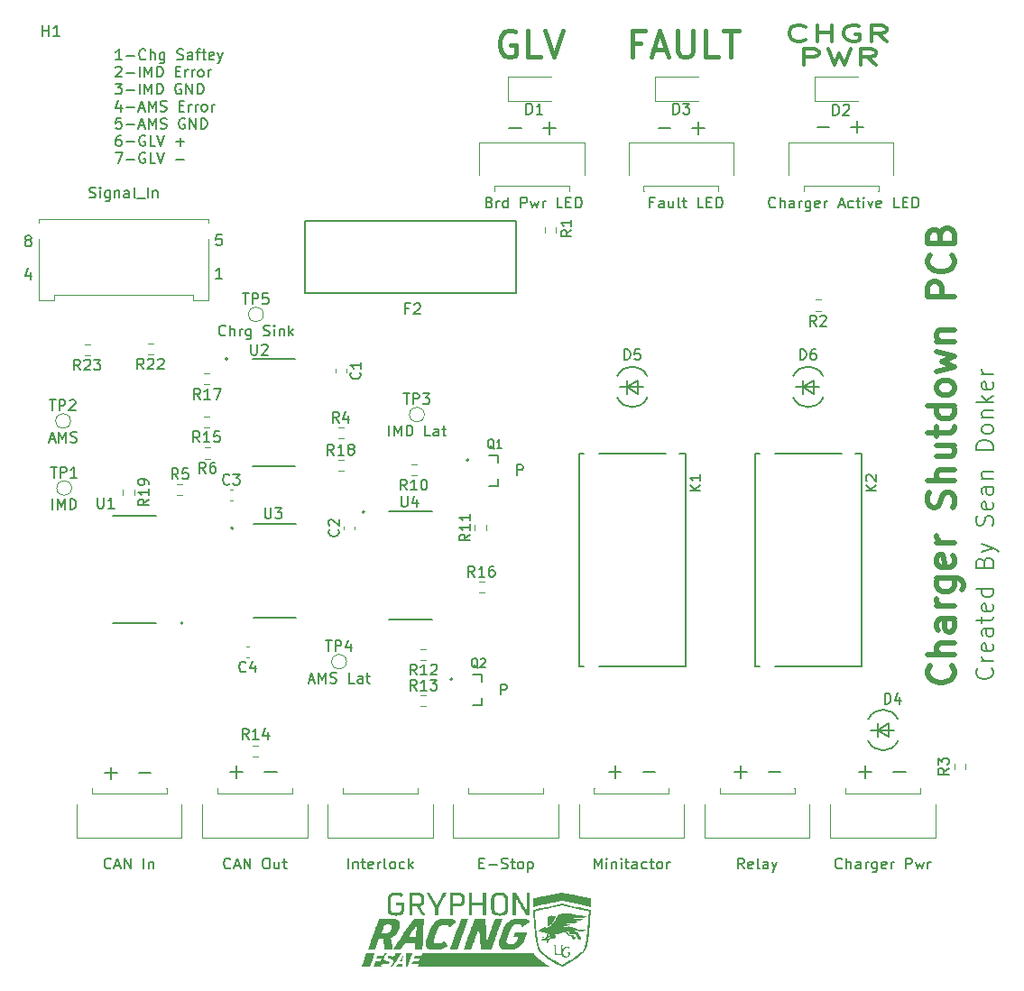
<source format=gbr>
%TF.GenerationSoftware,KiCad,Pcbnew,7.0.1*%
%TF.CreationDate,2023-11-16T22:14:57-05:00*%
%TF.ProjectId,GRC22_ShutdownChargerBoardV1,47524332-325f-4536-9875-74646f776e43,rev?*%
%TF.SameCoordinates,Original*%
%TF.FileFunction,Legend,Top*%
%TF.FilePolarity,Positive*%
%FSLAX46Y46*%
G04 Gerber Fmt 4.6, Leading zero omitted, Abs format (unit mm)*
G04 Created by KiCad (PCBNEW 7.0.1) date 2023-11-16 22:14:57*
%MOMM*%
%LPD*%
G01*
G04 APERTURE LIST*
%ADD10C,0.150000*%
%ADD11C,0.500000*%
%ADD12C,0.400000*%
%ADD13C,0.375000*%
%ADD14C,0.200000*%
%ADD15C,0.120000*%
%ADD16C,0.152400*%
%ADD17C,0.127000*%
G04 APERTURE END LIST*
D10*
X157357142Y-112845000D02*
X158500000Y-112845000D01*
X157928571Y-113416428D02*
X157928571Y-112273571D01*
D11*
X189555952Y-102876190D02*
X189675000Y-102995238D01*
X189675000Y-102995238D02*
X189794047Y-103352380D01*
X189794047Y-103352380D02*
X189794047Y-103590476D01*
X189794047Y-103590476D02*
X189675000Y-103947619D01*
X189675000Y-103947619D02*
X189436904Y-104185714D01*
X189436904Y-104185714D02*
X189198809Y-104304761D01*
X189198809Y-104304761D02*
X188722619Y-104423809D01*
X188722619Y-104423809D02*
X188365476Y-104423809D01*
X188365476Y-104423809D02*
X187889285Y-104304761D01*
X187889285Y-104304761D02*
X187651190Y-104185714D01*
X187651190Y-104185714D02*
X187413095Y-103947619D01*
X187413095Y-103947619D02*
X187294047Y-103590476D01*
X187294047Y-103590476D02*
X187294047Y-103352380D01*
X187294047Y-103352380D02*
X187413095Y-102995238D01*
X187413095Y-102995238D02*
X187532142Y-102876190D01*
X189794047Y-101804761D02*
X187294047Y-101804761D01*
X189794047Y-100733333D02*
X188484523Y-100733333D01*
X188484523Y-100733333D02*
X188246428Y-100852380D01*
X188246428Y-100852380D02*
X188127380Y-101090476D01*
X188127380Y-101090476D02*
X188127380Y-101447619D01*
X188127380Y-101447619D02*
X188246428Y-101685714D01*
X188246428Y-101685714D02*
X188365476Y-101804761D01*
X189794047Y-98471428D02*
X188484523Y-98471428D01*
X188484523Y-98471428D02*
X188246428Y-98590475D01*
X188246428Y-98590475D02*
X188127380Y-98828571D01*
X188127380Y-98828571D02*
X188127380Y-99304761D01*
X188127380Y-99304761D02*
X188246428Y-99542856D01*
X189675000Y-98471428D02*
X189794047Y-98709523D01*
X189794047Y-98709523D02*
X189794047Y-99304761D01*
X189794047Y-99304761D02*
X189675000Y-99542856D01*
X189675000Y-99542856D02*
X189436904Y-99661904D01*
X189436904Y-99661904D02*
X189198809Y-99661904D01*
X189198809Y-99661904D02*
X188960714Y-99542856D01*
X188960714Y-99542856D02*
X188841666Y-99304761D01*
X188841666Y-99304761D02*
X188841666Y-98709523D01*
X188841666Y-98709523D02*
X188722619Y-98471428D01*
X189794047Y-97280951D02*
X188127380Y-97280951D01*
X188603571Y-97280951D02*
X188365476Y-97161904D01*
X188365476Y-97161904D02*
X188246428Y-97042856D01*
X188246428Y-97042856D02*
X188127380Y-96804761D01*
X188127380Y-96804761D02*
X188127380Y-96566666D01*
X188127380Y-94661904D02*
X190151190Y-94661904D01*
X190151190Y-94661904D02*
X190389285Y-94780951D01*
X190389285Y-94780951D02*
X190508333Y-94899999D01*
X190508333Y-94899999D02*
X190627380Y-95138094D01*
X190627380Y-95138094D02*
X190627380Y-95495237D01*
X190627380Y-95495237D02*
X190508333Y-95733332D01*
X189675000Y-94661904D02*
X189794047Y-94899999D01*
X189794047Y-94899999D02*
X189794047Y-95376190D01*
X189794047Y-95376190D02*
X189675000Y-95614285D01*
X189675000Y-95614285D02*
X189555952Y-95733332D01*
X189555952Y-95733332D02*
X189317857Y-95852380D01*
X189317857Y-95852380D02*
X188603571Y-95852380D01*
X188603571Y-95852380D02*
X188365476Y-95733332D01*
X188365476Y-95733332D02*
X188246428Y-95614285D01*
X188246428Y-95614285D02*
X188127380Y-95376190D01*
X188127380Y-95376190D02*
X188127380Y-94899999D01*
X188127380Y-94899999D02*
X188246428Y-94661904D01*
X189675000Y-92519046D02*
X189794047Y-92757142D01*
X189794047Y-92757142D02*
X189794047Y-93233332D01*
X189794047Y-93233332D02*
X189675000Y-93471427D01*
X189675000Y-93471427D02*
X189436904Y-93590475D01*
X189436904Y-93590475D02*
X188484523Y-93590475D01*
X188484523Y-93590475D02*
X188246428Y-93471427D01*
X188246428Y-93471427D02*
X188127380Y-93233332D01*
X188127380Y-93233332D02*
X188127380Y-92757142D01*
X188127380Y-92757142D02*
X188246428Y-92519046D01*
X188246428Y-92519046D02*
X188484523Y-92399999D01*
X188484523Y-92399999D02*
X188722619Y-92399999D01*
X188722619Y-92399999D02*
X188960714Y-93590475D01*
X189794047Y-91328570D02*
X188127380Y-91328570D01*
X188603571Y-91328570D02*
X188365476Y-91209523D01*
X188365476Y-91209523D02*
X188246428Y-91090475D01*
X188246428Y-91090475D02*
X188127380Y-90852380D01*
X188127380Y-90852380D02*
X188127380Y-90614285D01*
X189675000Y-87995237D02*
X189794047Y-87638094D01*
X189794047Y-87638094D02*
X189794047Y-87042856D01*
X189794047Y-87042856D02*
X189675000Y-86804761D01*
X189675000Y-86804761D02*
X189555952Y-86685713D01*
X189555952Y-86685713D02*
X189317857Y-86566666D01*
X189317857Y-86566666D02*
X189079761Y-86566666D01*
X189079761Y-86566666D02*
X188841666Y-86685713D01*
X188841666Y-86685713D02*
X188722619Y-86804761D01*
X188722619Y-86804761D02*
X188603571Y-87042856D01*
X188603571Y-87042856D02*
X188484523Y-87519047D01*
X188484523Y-87519047D02*
X188365476Y-87757142D01*
X188365476Y-87757142D02*
X188246428Y-87876189D01*
X188246428Y-87876189D02*
X188008333Y-87995237D01*
X188008333Y-87995237D02*
X187770238Y-87995237D01*
X187770238Y-87995237D02*
X187532142Y-87876189D01*
X187532142Y-87876189D02*
X187413095Y-87757142D01*
X187413095Y-87757142D02*
X187294047Y-87519047D01*
X187294047Y-87519047D02*
X187294047Y-86923808D01*
X187294047Y-86923808D02*
X187413095Y-86566666D01*
X189794047Y-85495237D02*
X187294047Y-85495237D01*
X189794047Y-84423809D02*
X188484523Y-84423809D01*
X188484523Y-84423809D02*
X188246428Y-84542856D01*
X188246428Y-84542856D02*
X188127380Y-84780952D01*
X188127380Y-84780952D02*
X188127380Y-85138095D01*
X188127380Y-85138095D02*
X188246428Y-85376190D01*
X188246428Y-85376190D02*
X188365476Y-85495237D01*
X188127380Y-82161904D02*
X189794047Y-82161904D01*
X188127380Y-83233332D02*
X189436904Y-83233332D01*
X189436904Y-83233332D02*
X189675000Y-83114285D01*
X189675000Y-83114285D02*
X189794047Y-82876190D01*
X189794047Y-82876190D02*
X189794047Y-82519047D01*
X189794047Y-82519047D02*
X189675000Y-82280951D01*
X189675000Y-82280951D02*
X189555952Y-82161904D01*
X188127380Y-81328570D02*
X188127380Y-80376189D01*
X187294047Y-80971427D02*
X189436904Y-80971427D01*
X189436904Y-80971427D02*
X189675000Y-80852380D01*
X189675000Y-80852380D02*
X189794047Y-80614285D01*
X189794047Y-80614285D02*
X189794047Y-80376189D01*
X189794047Y-78471428D02*
X187294047Y-78471428D01*
X189675000Y-78471428D02*
X189794047Y-78709523D01*
X189794047Y-78709523D02*
X189794047Y-79185714D01*
X189794047Y-79185714D02*
X189675000Y-79423809D01*
X189675000Y-79423809D02*
X189555952Y-79542856D01*
X189555952Y-79542856D02*
X189317857Y-79661904D01*
X189317857Y-79661904D02*
X188603571Y-79661904D01*
X188603571Y-79661904D02*
X188365476Y-79542856D01*
X188365476Y-79542856D02*
X188246428Y-79423809D01*
X188246428Y-79423809D02*
X188127380Y-79185714D01*
X188127380Y-79185714D02*
X188127380Y-78709523D01*
X188127380Y-78709523D02*
X188246428Y-78471428D01*
X189794047Y-76923809D02*
X189675000Y-77161904D01*
X189675000Y-77161904D02*
X189555952Y-77280951D01*
X189555952Y-77280951D02*
X189317857Y-77399999D01*
X189317857Y-77399999D02*
X188603571Y-77399999D01*
X188603571Y-77399999D02*
X188365476Y-77280951D01*
X188365476Y-77280951D02*
X188246428Y-77161904D01*
X188246428Y-77161904D02*
X188127380Y-76923809D01*
X188127380Y-76923809D02*
X188127380Y-76566666D01*
X188127380Y-76566666D02*
X188246428Y-76328570D01*
X188246428Y-76328570D02*
X188365476Y-76209523D01*
X188365476Y-76209523D02*
X188603571Y-76090475D01*
X188603571Y-76090475D02*
X189317857Y-76090475D01*
X189317857Y-76090475D02*
X189555952Y-76209523D01*
X189555952Y-76209523D02*
X189675000Y-76328570D01*
X189675000Y-76328570D02*
X189794047Y-76566666D01*
X189794047Y-76566666D02*
X189794047Y-76923809D01*
X188127380Y-75257142D02*
X189794047Y-74780951D01*
X189794047Y-74780951D02*
X188603571Y-74304761D01*
X188603571Y-74304761D02*
X189794047Y-73828570D01*
X189794047Y-73828570D02*
X188127380Y-73352380D01*
X188127380Y-72399998D02*
X189794047Y-72399998D01*
X188365476Y-72399998D02*
X188246428Y-72280951D01*
X188246428Y-72280951D02*
X188127380Y-72042856D01*
X188127380Y-72042856D02*
X188127380Y-71685713D01*
X188127380Y-71685713D02*
X188246428Y-71447617D01*
X188246428Y-71447617D02*
X188484523Y-71328570D01*
X188484523Y-71328570D02*
X189794047Y-71328570D01*
X189794047Y-68233331D02*
X187294047Y-68233331D01*
X187294047Y-68233331D02*
X187294047Y-67280950D01*
X187294047Y-67280950D02*
X187413095Y-67042855D01*
X187413095Y-67042855D02*
X187532142Y-66923808D01*
X187532142Y-66923808D02*
X187770238Y-66804760D01*
X187770238Y-66804760D02*
X188127380Y-66804760D01*
X188127380Y-66804760D02*
X188365476Y-66923808D01*
X188365476Y-66923808D02*
X188484523Y-67042855D01*
X188484523Y-67042855D02*
X188603571Y-67280950D01*
X188603571Y-67280950D02*
X188603571Y-68233331D01*
X189555952Y-64304760D02*
X189675000Y-64423808D01*
X189675000Y-64423808D02*
X189794047Y-64780950D01*
X189794047Y-64780950D02*
X189794047Y-65019046D01*
X189794047Y-65019046D02*
X189675000Y-65376189D01*
X189675000Y-65376189D02*
X189436904Y-65614284D01*
X189436904Y-65614284D02*
X189198809Y-65733331D01*
X189198809Y-65733331D02*
X188722619Y-65852379D01*
X188722619Y-65852379D02*
X188365476Y-65852379D01*
X188365476Y-65852379D02*
X187889285Y-65733331D01*
X187889285Y-65733331D02*
X187651190Y-65614284D01*
X187651190Y-65614284D02*
X187413095Y-65376189D01*
X187413095Y-65376189D02*
X187294047Y-65019046D01*
X187294047Y-65019046D02*
X187294047Y-64780950D01*
X187294047Y-64780950D02*
X187413095Y-64423808D01*
X187413095Y-64423808D02*
X187532142Y-64304760D01*
X188484523Y-62399998D02*
X188603571Y-62042855D01*
X188603571Y-62042855D02*
X188722619Y-61923808D01*
X188722619Y-61923808D02*
X188960714Y-61804760D01*
X188960714Y-61804760D02*
X189317857Y-61804760D01*
X189317857Y-61804760D02*
X189555952Y-61923808D01*
X189555952Y-61923808D02*
X189675000Y-62042855D01*
X189675000Y-62042855D02*
X189794047Y-62280950D01*
X189794047Y-62280950D02*
X189794047Y-63233331D01*
X189794047Y-63233331D02*
X187294047Y-63233331D01*
X187294047Y-63233331D02*
X187294047Y-62399998D01*
X187294047Y-62399998D02*
X187413095Y-62161903D01*
X187413095Y-62161903D02*
X187532142Y-62042855D01*
X187532142Y-62042855D02*
X187770238Y-61923808D01*
X187770238Y-61923808D02*
X188008333Y-61923808D01*
X188008333Y-61923808D02*
X188246428Y-62042855D01*
X188246428Y-62042855D02*
X188365476Y-62161903D01*
X188365476Y-62161903D02*
X188484523Y-62399998D01*
X188484523Y-62399998D02*
X188484523Y-63233331D01*
D10*
X111661904Y-45957619D02*
X111090476Y-45957619D01*
X111376190Y-45957619D02*
X111376190Y-44957619D01*
X111376190Y-44957619D02*
X111280952Y-45100476D01*
X111280952Y-45100476D02*
X111185714Y-45195714D01*
X111185714Y-45195714D02*
X111090476Y-45243333D01*
X112090476Y-45576666D02*
X112852381Y-45576666D01*
X113899999Y-45862380D02*
X113852380Y-45910000D01*
X113852380Y-45910000D02*
X113709523Y-45957619D01*
X113709523Y-45957619D02*
X113614285Y-45957619D01*
X113614285Y-45957619D02*
X113471428Y-45910000D01*
X113471428Y-45910000D02*
X113376190Y-45814761D01*
X113376190Y-45814761D02*
X113328571Y-45719523D01*
X113328571Y-45719523D02*
X113280952Y-45529047D01*
X113280952Y-45529047D02*
X113280952Y-45386190D01*
X113280952Y-45386190D02*
X113328571Y-45195714D01*
X113328571Y-45195714D02*
X113376190Y-45100476D01*
X113376190Y-45100476D02*
X113471428Y-45005238D01*
X113471428Y-45005238D02*
X113614285Y-44957619D01*
X113614285Y-44957619D02*
X113709523Y-44957619D01*
X113709523Y-44957619D02*
X113852380Y-45005238D01*
X113852380Y-45005238D02*
X113899999Y-45052857D01*
X114328571Y-45957619D02*
X114328571Y-44957619D01*
X114757142Y-45957619D02*
X114757142Y-45433809D01*
X114757142Y-45433809D02*
X114709523Y-45338571D01*
X114709523Y-45338571D02*
X114614285Y-45290952D01*
X114614285Y-45290952D02*
X114471428Y-45290952D01*
X114471428Y-45290952D02*
X114376190Y-45338571D01*
X114376190Y-45338571D02*
X114328571Y-45386190D01*
X115661904Y-45290952D02*
X115661904Y-46100476D01*
X115661904Y-46100476D02*
X115614285Y-46195714D01*
X115614285Y-46195714D02*
X115566666Y-46243333D01*
X115566666Y-46243333D02*
X115471428Y-46290952D01*
X115471428Y-46290952D02*
X115328571Y-46290952D01*
X115328571Y-46290952D02*
X115233333Y-46243333D01*
X115661904Y-45910000D02*
X115566666Y-45957619D01*
X115566666Y-45957619D02*
X115376190Y-45957619D01*
X115376190Y-45957619D02*
X115280952Y-45910000D01*
X115280952Y-45910000D02*
X115233333Y-45862380D01*
X115233333Y-45862380D02*
X115185714Y-45767142D01*
X115185714Y-45767142D02*
X115185714Y-45481428D01*
X115185714Y-45481428D02*
X115233333Y-45386190D01*
X115233333Y-45386190D02*
X115280952Y-45338571D01*
X115280952Y-45338571D02*
X115376190Y-45290952D01*
X115376190Y-45290952D02*
X115566666Y-45290952D01*
X115566666Y-45290952D02*
X115661904Y-45338571D01*
X116852381Y-45910000D02*
X116995238Y-45957619D01*
X116995238Y-45957619D02*
X117233333Y-45957619D01*
X117233333Y-45957619D02*
X117328571Y-45910000D01*
X117328571Y-45910000D02*
X117376190Y-45862380D01*
X117376190Y-45862380D02*
X117423809Y-45767142D01*
X117423809Y-45767142D02*
X117423809Y-45671904D01*
X117423809Y-45671904D02*
X117376190Y-45576666D01*
X117376190Y-45576666D02*
X117328571Y-45529047D01*
X117328571Y-45529047D02*
X117233333Y-45481428D01*
X117233333Y-45481428D02*
X117042857Y-45433809D01*
X117042857Y-45433809D02*
X116947619Y-45386190D01*
X116947619Y-45386190D02*
X116900000Y-45338571D01*
X116900000Y-45338571D02*
X116852381Y-45243333D01*
X116852381Y-45243333D02*
X116852381Y-45148095D01*
X116852381Y-45148095D02*
X116900000Y-45052857D01*
X116900000Y-45052857D02*
X116947619Y-45005238D01*
X116947619Y-45005238D02*
X117042857Y-44957619D01*
X117042857Y-44957619D02*
X117280952Y-44957619D01*
X117280952Y-44957619D02*
X117423809Y-45005238D01*
X118280952Y-45957619D02*
X118280952Y-45433809D01*
X118280952Y-45433809D02*
X118233333Y-45338571D01*
X118233333Y-45338571D02*
X118138095Y-45290952D01*
X118138095Y-45290952D02*
X117947619Y-45290952D01*
X117947619Y-45290952D02*
X117852381Y-45338571D01*
X118280952Y-45910000D02*
X118185714Y-45957619D01*
X118185714Y-45957619D02*
X117947619Y-45957619D01*
X117947619Y-45957619D02*
X117852381Y-45910000D01*
X117852381Y-45910000D02*
X117804762Y-45814761D01*
X117804762Y-45814761D02*
X117804762Y-45719523D01*
X117804762Y-45719523D02*
X117852381Y-45624285D01*
X117852381Y-45624285D02*
X117947619Y-45576666D01*
X117947619Y-45576666D02*
X118185714Y-45576666D01*
X118185714Y-45576666D02*
X118280952Y-45529047D01*
X118614286Y-45290952D02*
X118995238Y-45290952D01*
X118757143Y-45957619D02*
X118757143Y-45100476D01*
X118757143Y-45100476D02*
X118804762Y-45005238D01*
X118804762Y-45005238D02*
X118900000Y-44957619D01*
X118900000Y-44957619D02*
X118995238Y-44957619D01*
X119185715Y-45290952D02*
X119566667Y-45290952D01*
X119328572Y-44957619D02*
X119328572Y-45814761D01*
X119328572Y-45814761D02*
X119376191Y-45910000D01*
X119376191Y-45910000D02*
X119471429Y-45957619D01*
X119471429Y-45957619D02*
X119566667Y-45957619D01*
X120280953Y-45910000D02*
X120185715Y-45957619D01*
X120185715Y-45957619D02*
X119995239Y-45957619D01*
X119995239Y-45957619D02*
X119900001Y-45910000D01*
X119900001Y-45910000D02*
X119852382Y-45814761D01*
X119852382Y-45814761D02*
X119852382Y-45433809D01*
X119852382Y-45433809D02*
X119900001Y-45338571D01*
X119900001Y-45338571D02*
X119995239Y-45290952D01*
X119995239Y-45290952D02*
X120185715Y-45290952D01*
X120185715Y-45290952D02*
X120280953Y-45338571D01*
X120280953Y-45338571D02*
X120328572Y-45433809D01*
X120328572Y-45433809D02*
X120328572Y-45529047D01*
X120328572Y-45529047D02*
X119852382Y-45624285D01*
X120661906Y-45290952D02*
X120900001Y-45957619D01*
X121138096Y-45290952D02*
X120900001Y-45957619D01*
X120900001Y-45957619D02*
X120804763Y-46195714D01*
X120804763Y-46195714D02*
X120757144Y-46243333D01*
X120757144Y-46243333D02*
X120661906Y-46290952D01*
X111090476Y-46672857D02*
X111138095Y-46625238D01*
X111138095Y-46625238D02*
X111233333Y-46577619D01*
X111233333Y-46577619D02*
X111471428Y-46577619D01*
X111471428Y-46577619D02*
X111566666Y-46625238D01*
X111566666Y-46625238D02*
X111614285Y-46672857D01*
X111614285Y-46672857D02*
X111661904Y-46768095D01*
X111661904Y-46768095D02*
X111661904Y-46863333D01*
X111661904Y-46863333D02*
X111614285Y-47006190D01*
X111614285Y-47006190D02*
X111042857Y-47577619D01*
X111042857Y-47577619D02*
X111661904Y-47577619D01*
X112090476Y-47196666D02*
X112852381Y-47196666D01*
X113328571Y-47577619D02*
X113328571Y-46577619D01*
X113804761Y-47577619D02*
X113804761Y-46577619D01*
X113804761Y-46577619D02*
X114138094Y-47291904D01*
X114138094Y-47291904D02*
X114471427Y-46577619D01*
X114471427Y-46577619D02*
X114471427Y-47577619D01*
X114947618Y-47577619D02*
X114947618Y-46577619D01*
X114947618Y-46577619D02*
X115185713Y-46577619D01*
X115185713Y-46577619D02*
X115328570Y-46625238D01*
X115328570Y-46625238D02*
X115423808Y-46720476D01*
X115423808Y-46720476D02*
X115471427Y-46815714D01*
X115471427Y-46815714D02*
X115519046Y-47006190D01*
X115519046Y-47006190D02*
X115519046Y-47149047D01*
X115519046Y-47149047D02*
X115471427Y-47339523D01*
X115471427Y-47339523D02*
X115423808Y-47434761D01*
X115423808Y-47434761D02*
X115328570Y-47530000D01*
X115328570Y-47530000D02*
X115185713Y-47577619D01*
X115185713Y-47577619D02*
X114947618Y-47577619D01*
X116709523Y-47053809D02*
X117042856Y-47053809D01*
X117185713Y-47577619D02*
X116709523Y-47577619D01*
X116709523Y-47577619D02*
X116709523Y-46577619D01*
X116709523Y-46577619D02*
X117185713Y-46577619D01*
X117614285Y-47577619D02*
X117614285Y-46910952D01*
X117614285Y-47101428D02*
X117661904Y-47006190D01*
X117661904Y-47006190D02*
X117709523Y-46958571D01*
X117709523Y-46958571D02*
X117804761Y-46910952D01*
X117804761Y-46910952D02*
X117899999Y-46910952D01*
X118233333Y-47577619D02*
X118233333Y-46910952D01*
X118233333Y-47101428D02*
X118280952Y-47006190D01*
X118280952Y-47006190D02*
X118328571Y-46958571D01*
X118328571Y-46958571D02*
X118423809Y-46910952D01*
X118423809Y-46910952D02*
X118519047Y-46910952D01*
X118995238Y-47577619D02*
X118900000Y-47530000D01*
X118900000Y-47530000D02*
X118852381Y-47482380D01*
X118852381Y-47482380D02*
X118804762Y-47387142D01*
X118804762Y-47387142D02*
X118804762Y-47101428D01*
X118804762Y-47101428D02*
X118852381Y-47006190D01*
X118852381Y-47006190D02*
X118900000Y-46958571D01*
X118900000Y-46958571D02*
X118995238Y-46910952D01*
X118995238Y-46910952D02*
X119138095Y-46910952D01*
X119138095Y-46910952D02*
X119233333Y-46958571D01*
X119233333Y-46958571D02*
X119280952Y-47006190D01*
X119280952Y-47006190D02*
X119328571Y-47101428D01*
X119328571Y-47101428D02*
X119328571Y-47387142D01*
X119328571Y-47387142D02*
X119280952Y-47482380D01*
X119280952Y-47482380D02*
X119233333Y-47530000D01*
X119233333Y-47530000D02*
X119138095Y-47577619D01*
X119138095Y-47577619D02*
X118995238Y-47577619D01*
X119757143Y-47577619D02*
X119757143Y-46910952D01*
X119757143Y-47101428D02*
X119804762Y-47006190D01*
X119804762Y-47006190D02*
X119852381Y-46958571D01*
X119852381Y-46958571D02*
X119947619Y-46910952D01*
X119947619Y-46910952D02*
X120042857Y-46910952D01*
X111042857Y-48197619D02*
X111661904Y-48197619D01*
X111661904Y-48197619D02*
X111328571Y-48578571D01*
X111328571Y-48578571D02*
X111471428Y-48578571D01*
X111471428Y-48578571D02*
X111566666Y-48626190D01*
X111566666Y-48626190D02*
X111614285Y-48673809D01*
X111614285Y-48673809D02*
X111661904Y-48769047D01*
X111661904Y-48769047D02*
X111661904Y-49007142D01*
X111661904Y-49007142D02*
X111614285Y-49102380D01*
X111614285Y-49102380D02*
X111566666Y-49150000D01*
X111566666Y-49150000D02*
X111471428Y-49197619D01*
X111471428Y-49197619D02*
X111185714Y-49197619D01*
X111185714Y-49197619D02*
X111090476Y-49150000D01*
X111090476Y-49150000D02*
X111042857Y-49102380D01*
X112090476Y-48816666D02*
X112852381Y-48816666D01*
X113328571Y-49197619D02*
X113328571Y-48197619D01*
X113804761Y-49197619D02*
X113804761Y-48197619D01*
X113804761Y-48197619D02*
X114138094Y-48911904D01*
X114138094Y-48911904D02*
X114471427Y-48197619D01*
X114471427Y-48197619D02*
X114471427Y-49197619D01*
X114947618Y-49197619D02*
X114947618Y-48197619D01*
X114947618Y-48197619D02*
X115185713Y-48197619D01*
X115185713Y-48197619D02*
X115328570Y-48245238D01*
X115328570Y-48245238D02*
X115423808Y-48340476D01*
X115423808Y-48340476D02*
X115471427Y-48435714D01*
X115471427Y-48435714D02*
X115519046Y-48626190D01*
X115519046Y-48626190D02*
X115519046Y-48769047D01*
X115519046Y-48769047D02*
X115471427Y-48959523D01*
X115471427Y-48959523D02*
X115423808Y-49054761D01*
X115423808Y-49054761D02*
X115328570Y-49150000D01*
X115328570Y-49150000D02*
X115185713Y-49197619D01*
X115185713Y-49197619D02*
X114947618Y-49197619D01*
X117233332Y-48245238D02*
X117138094Y-48197619D01*
X117138094Y-48197619D02*
X116995237Y-48197619D01*
X116995237Y-48197619D02*
X116852380Y-48245238D01*
X116852380Y-48245238D02*
X116757142Y-48340476D01*
X116757142Y-48340476D02*
X116709523Y-48435714D01*
X116709523Y-48435714D02*
X116661904Y-48626190D01*
X116661904Y-48626190D02*
X116661904Y-48769047D01*
X116661904Y-48769047D02*
X116709523Y-48959523D01*
X116709523Y-48959523D02*
X116757142Y-49054761D01*
X116757142Y-49054761D02*
X116852380Y-49150000D01*
X116852380Y-49150000D02*
X116995237Y-49197619D01*
X116995237Y-49197619D02*
X117090475Y-49197619D01*
X117090475Y-49197619D02*
X117233332Y-49150000D01*
X117233332Y-49150000D02*
X117280951Y-49102380D01*
X117280951Y-49102380D02*
X117280951Y-48769047D01*
X117280951Y-48769047D02*
X117090475Y-48769047D01*
X117709523Y-49197619D02*
X117709523Y-48197619D01*
X117709523Y-48197619D02*
X118280951Y-49197619D01*
X118280951Y-49197619D02*
X118280951Y-48197619D01*
X118757142Y-49197619D02*
X118757142Y-48197619D01*
X118757142Y-48197619D02*
X118995237Y-48197619D01*
X118995237Y-48197619D02*
X119138094Y-48245238D01*
X119138094Y-48245238D02*
X119233332Y-48340476D01*
X119233332Y-48340476D02*
X119280951Y-48435714D01*
X119280951Y-48435714D02*
X119328570Y-48626190D01*
X119328570Y-48626190D02*
X119328570Y-48769047D01*
X119328570Y-48769047D02*
X119280951Y-48959523D01*
X119280951Y-48959523D02*
X119233332Y-49054761D01*
X119233332Y-49054761D02*
X119138094Y-49150000D01*
X119138094Y-49150000D02*
X118995237Y-49197619D01*
X118995237Y-49197619D02*
X118757142Y-49197619D01*
X111566666Y-50150952D02*
X111566666Y-50817619D01*
X111328571Y-49770000D02*
X111090476Y-50484285D01*
X111090476Y-50484285D02*
X111709523Y-50484285D01*
X112090476Y-50436666D02*
X112852381Y-50436666D01*
X113280952Y-50531904D02*
X113757142Y-50531904D01*
X113185714Y-50817619D02*
X113519047Y-49817619D01*
X113519047Y-49817619D02*
X113852380Y-50817619D01*
X114185714Y-50817619D02*
X114185714Y-49817619D01*
X114185714Y-49817619D02*
X114519047Y-50531904D01*
X114519047Y-50531904D02*
X114852380Y-49817619D01*
X114852380Y-49817619D02*
X114852380Y-50817619D01*
X115280952Y-50770000D02*
X115423809Y-50817619D01*
X115423809Y-50817619D02*
X115661904Y-50817619D01*
X115661904Y-50817619D02*
X115757142Y-50770000D01*
X115757142Y-50770000D02*
X115804761Y-50722380D01*
X115804761Y-50722380D02*
X115852380Y-50627142D01*
X115852380Y-50627142D02*
X115852380Y-50531904D01*
X115852380Y-50531904D02*
X115804761Y-50436666D01*
X115804761Y-50436666D02*
X115757142Y-50389047D01*
X115757142Y-50389047D02*
X115661904Y-50341428D01*
X115661904Y-50341428D02*
X115471428Y-50293809D01*
X115471428Y-50293809D02*
X115376190Y-50246190D01*
X115376190Y-50246190D02*
X115328571Y-50198571D01*
X115328571Y-50198571D02*
X115280952Y-50103333D01*
X115280952Y-50103333D02*
X115280952Y-50008095D01*
X115280952Y-50008095D02*
X115328571Y-49912857D01*
X115328571Y-49912857D02*
X115376190Y-49865238D01*
X115376190Y-49865238D02*
X115471428Y-49817619D01*
X115471428Y-49817619D02*
X115709523Y-49817619D01*
X115709523Y-49817619D02*
X115852380Y-49865238D01*
X117042857Y-50293809D02*
X117376190Y-50293809D01*
X117519047Y-50817619D02*
X117042857Y-50817619D01*
X117042857Y-50817619D02*
X117042857Y-49817619D01*
X117042857Y-49817619D02*
X117519047Y-49817619D01*
X117947619Y-50817619D02*
X117947619Y-50150952D01*
X117947619Y-50341428D02*
X117995238Y-50246190D01*
X117995238Y-50246190D02*
X118042857Y-50198571D01*
X118042857Y-50198571D02*
X118138095Y-50150952D01*
X118138095Y-50150952D02*
X118233333Y-50150952D01*
X118566667Y-50817619D02*
X118566667Y-50150952D01*
X118566667Y-50341428D02*
X118614286Y-50246190D01*
X118614286Y-50246190D02*
X118661905Y-50198571D01*
X118661905Y-50198571D02*
X118757143Y-50150952D01*
X118757143Y-50150952D02*
X118852381Y-50150952D01*
X119328572Y-50817619D02*
X119233334Y-50770000D01*
X119233334Y-50770000D02*
X119185715Y-50722380D01*
X119185715Y-50722380D02*
X119138096Y-50627142D01*
X119138096Y-50627142D02*
X119138096Y-50341428D01*
X119138096Y-50341428D02*
X119185715Y-50246190D01*
X119185715Y-50246190D02*
X119233334Y-50198571D01*
X119233334Y-50198571D02*
X119328572Y-50150952D01*
X119328572Y-50150952D02*
X119471429Y-50150952D01*
X119471429Y-50150952D02*
X119566667Y-50198571D01*
X119566667Y-50198571D02*
X119614286Y-50246190D01*
X119614286Y-50246190D02*
X119661905Y-50341428D01*
X119661905Y-50341428D02*
X119661905Y-50627142D01*
X119661905Y-50627142D02*
X119614286Y-50722380D01*
X119614286Y-50722380D02*
X119566667Y-50770000D01*
X119566667Y-50770000D02*
X119471429Y-50817619D01*
X119471429Y-50817619D02*
X119328572Y-50817619D01*
X120090477Y-50817619D02*
X120090477Y-50150952D01*
X120090477Y-50341428D02*
X120138096Y-50246190D01*
X120138096Y-50246190D02*
X120185715Y-50198571D01*
X120185715Y-50198571D02*
X120280953Y-50150952D01*
X120280953Y-50150952D02*
X120376191Y-50150952D01*
X111614285Y-51437619D02*
X111138095Y-51437619D01*
X111138095Y-51437619D02*
X111090476Y-51913809D01*
X111090476Y-51913809D02*
X111138095Y-51866190D01*
X111138095Y-51866190D02*
X111233333Y-51818571D01*
X111233333Y-51818571D02*
X111471428Y-51818571D01*
X111471428Y-51818571D02*
X111566666Y-51866190D01*
X111566666Y-51866190D02*
X111614285Y-51913809D01*
X111614285Y-51913809D02*
X111661904Y-52009047D01*
X111661904Y-52009047D02*
X111661904Y-52247142D01*
X111661904Y-52247142D02*
X111614285Y-52342380D01*
X111614285Y-52342380D02*
X111566666Y-52390000D01*
X111566666Y-52390000D02*
X111471428Y-52437619D01*
X111471428Y-52437619D02*
X111233333Y-52437619D01*
X111233333Y-52437619D02*
X111138095Y-52390000D01*
X111138095Y-52390000D02*
X111090476Y-52342380D01*
X112090476Y-52056666D02*
X112852381Y-52056666D01*
X113280952Y-52151904D02*
X113757142Y-52151904D01*
X113185714Y-52437619D02*
X113519047Y-51437619D01*
X113519047Y-51437619D02*
X113852380Y-52437619D01*
X114185714Y-52437619D02*
X114185714Y-51437619D01*
X114185714Y-51437619D02*
X114519047Y-52151904D01*
X114519047Y-52151904D02*
X114852380Y-51437619D01*
X114852380Y-51437619D02*
X114852380Y-52437619D01*
X115280952Y-52390000D02*
X115423809Y-52437619D01*
X115423809Y-52437619D02*
X115661904Y-52437619D01*
X115661904Y-52437619D02*
X115757142Y-52390000D01*
X115757142Y-52390000D02*
X115804761Y-52342380D01*
X115804761Y-52342380D02*
X115852380Y-52247142D01*
X115852380Y-52247142D02*
X115852380Y-52151904D01*
X115852380Y-52151904D02*
X115804761Y-52056666D01*
X115804761Y-52056666D02*
X115757142Y-52009047D01*
X115757142Y-52009047D02*
X115661904Y-51961428D01*
X115661904Y-51961428D02*
X115471428Y-51913809D01*
X115471428Y-51913809D02*
X115376190Y-51866190D01*
X115376190Y-51866190D02*
X115328571Y-51818571D01*
X115328571Y-51818571D02*
X115280952Y-51723333D01*
X115280952Y-51723333D02*
X115280952Y-51628095D01*
X115280952Y-51628095D02*
X115328571Y-51532857D01*
X115328571Y-51532857D02*
X115376190Y-51485238D01*
X115376190Y-51485238D02*
X115471428Y-51437619D01*
X115471428Y-51437619D02*
X115709523Y-51437619D01*
X115709523Y-51437619D02*
X115852380Y-51485238D01*
X117566666Y-51485238D02*
X117471428Y-51437619D01*
X117471428Y-51437619D02*
X117328571Y-51437619D01*
X117328571Y-51437619D02*
X117185714Y-51485238D01*
X117185714Y-51485238D02*
X117090476Y-51580476D01*
X117090476Y-51580476D02*
X117042857Y-51675714D01*
X117042857Y-51675714D02*
X116995238Y-51866190D01*
X116995238Y-51866190D02*
X116995238Y-52009047D01*
X116995238Y-52009047D02*
X117042857Y-52199523D01*
X117042857Y-52199523D02*
X117090476Y-52294761D01*
X117090476Y-52294761D02*
X117185714Y-52390000D01*
X117185714Y-52390000D02*
X117328571Y-52437619D01*
X117328571Y-52437619D02*
X117423809Y-52437619D01*
X117423809Y-52437619D02*
X117566666Y-52390000D01*
X117566666Y-52390000D02*
X117614285Y-52342380D01*
X117614285Y-52342380D02*
X117614285Y-52009047D01*
X117614285Y-52009047D02*
X117423809Y-52009047D01*
X118042857Y-52437619D02*
X118042857Y-51437619D01*
X118042857Y-51437619D02*
X118614285Y-52437619D01*
X118614285Y-52437619D02*
X118614285Y-51437619D01*
X119090476Y-52437619D02*
X119090476Y-51437619D01*
X119090476Y-51437619D02*
X119328571Y-51437619D01*
X119328571Y-51437619D02*
X119471428Y-51485238D01*
X119471428Y-51485238D02*
X119566666Y-51580476D01*
X119566666Y-51580476D02*
X119614285Y-51675714D01*
X119614285Y-51675714D02*
X119661904Y-51866190D01*
X119661904Y-51866190D02*
X119661904Y-52009047D01*
X119661904Y-52009047D02*
X119614285Y-52199523D01*
X119614285Y-52199523D02*
X119566666Y-52294761D01*
X119566666Y-52294761D02*
X119471428Y-52390000D01*
X119471428Y-52390000D02*
X119328571Y-52437619D01*
X119328571Y-52437619D02*
X119090476Y-52437619D01*
X111566666Y-53057619D02*
X111376190Y-53057619D01*
X111376190Y-53057619D02*
X111280952Y-53105238D01*
X111280952Y-53105238D02*
X111233333Y-53152857D01*
X111233333Y-53152857D02*
X111138095Y-53295714D01*
X111138095Y-53295714D02*
X111090476Y-53486190D01*
X111090476Y-53486190D02*
X111090476Y-53867142D01*
X111090476Y-53867142D02*
X111138095Y-53962380D01*
X111138095Y-53962380D02*
X111185714Y-54010000D01*
X111185714Y-54010000D02*
X111280952Y-54057619D01*
X111280952Y-54057619D02*
X111471428Y-54057619D01*
X111471428Y-54057619D02*
X111566666Y-54010000D01*
X111566666Y-54010000D02*
X111614285Y-53962380D01*
X111614285Y-53962380D02*
X111661904Y-53867142D01*
X111661904Y-53867142D02*
X111661904Y-53629047D01*
X111661904Y-53629047D02*
X111614285Y-53533809D01*
X111614285Y-53533809D02*
X111566666Y-53486190D01*
X111566666Y-53486190D02*
X111471428Y-53438571D01*
X111471428Y-53438571D02*
X111280952Y-53438571D01*
X111280952Y-53438571D02*
X111185714Y-53486190D01*
X111185714Y-53486190D02*
X111138095Y-53533809D01*
X111138095Y-53533809D02*
X111090476Y-53629047D01*
X112090476Y-53676666D02*
X112852381Y-53676666D01*
X113852380Y-53105238D02*
X113757142Y-53057619D01*
X113757142Y-53057619D02*
X113614285Y-53057619D01*
X113614285Y-53057619D02*
X113471428Y-53105238D01*
X113471428Y-53105238D02*
X113376190Y-53200476D01*
X113376190Y-53200476D02*
X113328571Y-53295714D01*
X113328571Y-53295714D02*
X113280952Y-53486190D01*
X113280952Y-53486190D02*
X113280952Y-53629047D01*
X113280952Y-53629047D02*
X113328571Y-53819523D01*
X113328571Y-53819523D02*
X113376190Y-53914761D01*
X113376190Y-53914761D02*
X113471428Y-54010000D01*
X113471428Y-54010000D02*
X113614285Y-54057619D01*
X113614285Y-54057619D02*
X113709523Y-54057619D01*
X113709523Y-54057619D02*
X113852380Y-54010000D01*
X113852380Y-54010000D02*
X113899999Y-53962380D01*
X113899999Y-53962380D02*
X113899999Y-53629047D01*
X113899999Y-53629047D02*
X113709523Y-53629047D01*
X114804761Y-54057619D02*
X114328571Y-54057619D01*
X114328571Y-54057619D02*
X114328571Y-53057619D01*
X114995238Y-53057619D02*
X115328571Y-54057619D01*
X115328571Y-54057619D02*
X115661904Y-53057619D01*
X116757143Y-53676666D02*
X117519048Y-53676666D01*
X117138095Y-54057619D02*
X117138095Y-53295714D01*
X111042857Y-54677619D02*
X111709523Y-54677619D01*
X111709523Y-54677619D02*
X111280952Y-55677619D01*
X112090476Y-55296666D02*
X112852381Y-55296666D01*
X113852380Y-54725238D02*
X113757142Y-54677619D01*
X113757142Y-54677619D02*
X113614285Y-54677619D01*
X113614285Y-54677619D02*
X113471428Y-54725238D01*
X113471428Y-54725238D02*
X113376190Y-54820476D01*
X113376190Y-54820476D02*
X113328571Y-54915714D01*
X113328571Y-54915714D02*
X113280952Y-55106190D01*
X113280952Y-55106190D02*
X113280952Y-55249047D01*
X113280952Y-55249047D02*
X113328571Y-55439523D01*
X113328571Y-55439523D02*
X113376190Y-55534761D01*
X113376190Y-55534761D02*
X113471428Y-55630000D01*
X113471428Y-55630000D02*
X113614285Y-55677619D01*
X113614285Y-55677619D02*
X113709523Y-55677619D01*
X113709523Y-55677619D02*
X113852380Y-55630000D01*
X113852380Y-55630000D02*
X113899999Y-55582380D01*
X113899999Y-55582380D02*
X113899999Y-55249047D01*
X113899999Y-55249047D02*
X113709523Y-55249047D01*
X114804761Y-55677619D02*
X114328571Y-55677619D01*
X114328571Y-55677619D02*
X114328571Y-54677619D01*
X114995238Y-54677619D02*
X115328571Y-55677619D01*
X115328571Y-55677619D02*
X115661904Y-54677619D01*
X116757143Y-55296666D02*
X117519048Y-55296666D01*
X110057142Y-112945000D02*
X111200000Y-112945000D01*
X110628571Y-113516428D02*
X110628571Y-112373571D01*
X160557142Y-112845000D02*
X161700000Y-112845000D01*
X166342857Y-52355000D02*
X165200000Y-52355000D01*
X165771428Y-51783571D02*
X165771428Y-52926428D01*
D12*
X148546761Y-43313095D02*
X148308666Y-43194047D01*
X148308666Y-43194047D02*
X147951523Y-43194047D01*
X147951523Y-43194047D02*
X147594380Y-43313095D01*
X147594380Y-43313095D02*
X147356285Y-43551190D01*
X147356285Y-43551190D02*
X147237238Y-43789285D01*
X147237238Y-43789285D02*
X147118190Y-44265476D01*
X147118190Y-44265476D02*
X147118190Y-44622619D01*
X147118190Y-44622619D02*
X147237238Y-45098809D01*
X147237238Y-45098809D02*
X147356285Y-45336904D01*
X147356285Y-45336904D02*
X147594380Y-45575000D01*
X147594380Y-45575000D02*
X147951523Y-45694047D01*
X147951523Y-45694047D02*
X148189619Y-45694047D01*
X148189619Y-45694047D02*
X148546761Y-45575000D01*
X148546761Y-45575000D02*
X148665809Y-45455952D01*
X148665809Y-45455952D02*
X148665809Y-44622619D01*
X148665809Y-44622619D02*
X148189619Y-44622619D01*
X150927714Y-45694047D02*
X149737238Y-45694047D01*
X149737238Y-45694047D02*
X149737238Y-43194047D01*
X151403905Y-43194047D02*
X152237238Y-45694047D01*
X152237238Y-45694047D02*
X153070571Y-43194047D01*
D10*
X172357142Y-112845000D02*
X173500000Y-112845000D01*
X169157142Y-112845000D02*
X170300000Y-112845000D01*
X169728571Y-113416428D02*
X169728571Y-112273571D01*
D13*
X175662238Y-46416428D02*
X175662238Y-44916428D01*
X175662238Y-44916428D02*
X176614619Y-44916428D01*
X176614619Y-44916428D02*
X176852714Y-44987857D01*
X176852714Y-44987857D02*
X176971761Y-45059285D01*
X176971761Y-45059285D02*
X177090809Y-45202142D01*
X177090809Y-45202142D02*
X177090809Y-45416428D01*
X177090809Y-45416428D02*
X176971761Y-45559285D01*
X176971761Y-45559285D02*
X176852714Y-45630714D01*
X176852714Y-45630714D02*
X176614619Y-45702142D01*
X176614619Y-45702142D02*
X175662238Y-45702142D01*
X177924142Y-44916428D02*
X178519380Y-46416428D01*
X178519380Y-46416428D02*
X178995571Y-45345000D01*
X178995571Y-45345000D02*
X179471761Y-46416428D01*
X179471761Y-46416428D02*
X180067000Y-44916428D01*
X182447952Y-46416428D02*
X181614619Y-45702142D01*
X181019381Y-46416428D02*
X181019381Y-44916428D01*
X181019381Y-44916428D02*
X181971762Y-44916428D01*
X181971762Y-44916428D02*
X182209857Y-44987857D01*
X182209857Y-44987857D02*
X182328904Y-45059285D01*
X182328904Y-45059285D02*
X182447952Y-45202142D01*
X182447952Y-45202142D02*
X182447952Y-45416428D01*
X182447952Y-45416428D02*
X182328904Y-45559285D01*
X182328904Y-45559285D02*
X182209857Y-45630714D01*
X182209857Y-45630714D02*
X181971762Y-45702142D01*
X181971762Y-45702142D02*
X181019381Y-45702142D01*
D10*
X184057142Y-112845000D02*
X185200000Y-112845000D01*
X102780952Y-62906190D02*
X102685714Y-62858571D01*
X102685714Y-62858571D02*
X102638095Y-62810952D01*
X102638095Y-62810952D02*
X102590476Y-62715714D01*
X102590476Y-62715714D02*
X102590476Y-62668095D01*
X102590476Y-62668095D02*
X102638095Y-62572857D01*
X102638095Y-62572857D02*
X102685714Y-62525238D01*
X102685714Y-62525238D02*
X102780952Y-62477619D01*
X102780952Y-62477619D02*
X102971428Y-62477619D01*
X102971428Y-62477619D02*
X103066666Y-62525238D01*
X103066666Y-62525238D02*
X103114285Y-62572857D01*
X103114285Y-62572857D02*
X103161904Y-62668095D01*
X103161904Y-62668095D02*
X103161904Y-62715714D01*
X103161904Y-62715714D02*
X103114285Y-62810952D01*
X103114285Y-62810952D02*
X103066666Y-62858571D01*
X103066666Y-62858571D02*
X102971428Y-62906190D01*
X102971428Y-62906190D02*
X102780952Y-62906190D01*
X102780952Y-62906190D02*
X102685714Y-62953809D01*
X102685714Y-62953809D02*
X102638095Y-63001428D01*
X102638095Y-63001428D02*
X102590476Y-63096666D01*
X102590476Y-63096666D02*
X102590476Y-63287142D01*
X102590476Y-63287142D02*
X102638095Y-63382380D01*
X102638095Y-63382380D02*
X102685714Y-63430000D01*
X102685714Y-63430000D02*
X102780952Y-63477619D01*
X102780952Y-63477619D02*
X102971428Y-63477619D01*
X102971428Y-63477619D02*
X103066666Y-63430000D01*
X103066666Y-63430000D02*
X103114285Y-63382380D01*
X103114285Y-63382380D02*
X103161904Y-63287142D01*
X103161904Y-63287142D02*
X103161904Y-63096666D01*
X103161904Y-63096666D02*
X103114285Y-63001428D01*
X103114285Y-63001428D02*
X103066666Y-62953809D01*
X103066666Y-62953809D02*
X102971428Y-62906190D01*
X152342857Y-52355000D02*
X151200000Y-52355000D01*
X151771428Y-51783571D02*
X151771428Y-52926428D01*
X178042857Y-52255000D02*
X176900000Y-52255000D01*
X113257142Y-112945000D02*
X114400000Y-112945000D01*
X147238095Y-105577619D02*
X147238095Y-104577619D01*
X147238095Y-104577619D02*
X147619047Y-104577619D01*
X147619047Y-104577619D02*
X147714285Y-104625238D01*
X147714285Y-104625238D02*
X147761904Y-104672857D01*
X147761904Y-104672857D02*
X147809523Y-104768095D01*
X147809523Y-104768095D02*
X147809523Y-104910952D01*
X147809523Y-104910952D02*
X147761904Y-105006190D01*
X147761904Y-105006190D02*
X147714285Y-105053809D01*
X147714285Y-105053809D02*
X147619047Y-105101428D01*
X147619047Y-105101428D02*
X147238095Y-105101428D01*
D13*
X175823809Y-44073571D02*
X175704761Y-44145000D01*
X175704761Y-44145000D02*
X175347619Y-44216428D01*
X175347619Y-44216428D02*
X175109523Y-44216428D01*
X175109523Y-44216428D02*
X174752380Y-44145000D01*
X174752380Y-44145000D02*
X174514285Y-44002142D01*
X174514285Y-44002142D02*
X174395238Y-43859285D01*
X174395238Y-43859285D02*
X174276190Y-43573571D01*
X174276190Y-43573571D02*
X174276190Y-43359285D01*
X174276190Y-43359285D02*
X174395238Y-43073571D01*
X174395238Y-43073571D02*
X174514285Y-42930714D01*
X174514285Y-42930714D02*
X174752380Y-42787857D01*
X174752380Y-42787857D02*
X175109523Y-42716428D01*
X175109523Y-42716428D02*
X175347619Y-42716428D01*
X175347619Y-42716428D02*
X175704761Y-42787857D01*
X175704761Y-42787857D02*
X175823809Y-42859285D01*
X176895238Y-44216428D02*
X176895238Y-42716428D01*
X176895238Y-43430714D02*
X178323809Y-43430714D01*
X178323809Y-44216428D02*
X178323809Y-42716428D01*
X180823809Y-42787857D02*
X180585714Y-42716428D01*
X180585714Y-42716428D02*
X180228571Y-42716428D01*
X180228571Y-42716428D02*
X179871428Y-42787857D01*
X179871428Y-42787857D02*
X179633333Y-42930714D01*
X179633333Y-42930714D02*
X179514286Y-43073571D01*
X179514286Y-43073571D02*
X179395238Y-43359285D01*
X179395238Y-43359285D02*
X179395238Y-43573571D01*
X179395238Y-43573571D02*
X179514286Y-43859285D01*
X179514286Y-43859285D02*
X179633333Y-44002142D01*
X179633333Y-44002142D02*
X179871428Y-44145000D01*
X179871428Y-44145000D02*
X180228571Y-44216428D01*
X180228571Y-44216428D02*
X180466667Y-44216428D01*
X180466667Y-44216428D02*
X180823809Y-44145000D01*
X180823809Y-44145000D02*
X180942857Y-44073571D01*
X180942857Y-44073571D02*
X180942857Y-43573571D01*
X180942857Y-43573571D02*
X180466667Y-43573571D01*
X183442857Y-44216428D02*
X182609524Y-43502142D01*
X182014286Y-44216428D02*
X182014286Y-42716428D01*
X182014286Y-42716428D02*
X182966667Y-42716428D01*
X182966667Y-42716428D02*
X183204762Y-42787857D01*
X183204762Y-42787857D02*
X183323809Y-42859285D01*
X183323809Y-42859285D02*
X183442857Y-43002142D01*
X183442857Y-43002142D02*
X183442857Y-43216428D01*
X183442857Y-43216428D02*
X183323809Y-43359285D01*
X183323809Y-43359285D02*
X183204762Y-43430714D01*
X183204762Y-43430714D02*
X182966667Y-43502142D01*
X182966667Y-43502142D02*
X182014286Y-43502142D01*
D10*
X180857142Y-112845000D02*
X182000000Y-112845000D01*
X181428571Y-113416428D02*
X181428571Y-112273571D01*
X121014285Y-62377619D02*
X120538095Y-62377619D01*
X120538095Y-62377619D02*
X120490476Y-62853809D01*
X120490476Y-62853809D02*
X120538095Y-62806190D01*
X120538095Y-62806190D02*
X120633333Y-62758571D01*
X120633333Y-62758571D02*
X120871428Y-62758571D01*
X120871428Y-62758571D02*
X120966666Y-62806190D01*
X120966666Y-62806190D02*
X121014285Y-62853809D01*
X121014285Y-62853809D02*
X121061904Y-62949047D01*
X121061904Y-62949047D02*
X121061904Y-63187142D01*
X121061904Y-63187142D02*
X121014285Y-63282380D01*
X121014285Y-63282380D02*
X120966666Y-63330000D01*
X120966666Y-63330000D02*
X120871428Y-63377619D01*
X120871428Y-63377619D02*
X120633333Y-63377619D01*
X120633333Y-63377619D02*
X120538095Y-63330000D01*
X120538095Y-63330000D02*
X120490476Y-63282380D01*
X149142857Y-52355000D02*
X148000000Y-52355000D01*
X181242857Y-52255000D02*
X180100000Y-52255000D01*
X180671428Y-51683571D02*
X180671428Y-52826428D01*
X163142857Y-52355000D02*
X162000000Y-52355000D01*
X148738095Y-84977619D02*
X148738095Y-83977619D01*
X148738095Y-83977619D02*
X149119047Y-83977619D01*
X149119047Y-83977619D02*
X149214285Y-84025238D01*
X149214285Y-84025238D02*
X149261904Y-84072857D01*
X149261904Y-84072857D02*
X149309523Y-84168095D01*
X149309523Y-84168095D02*
X149309523Y-84310952D01*
X149309523Y-84310952D02*
X149261904Y-84406190D01*
X149261904Y-84406190D02*
X149214285Y-84453809D01*
X149214285Y-84453809D02*
X149119047Y-84501428D01*
X149119047Y-84501428D02*
X148738095Y-84501428D01*
D12*
X160370571Y-44384523D02*
X159537238Y-44384523D01*
X159537238Y-45694047D02*
X159537238Y-43194047D01*
X159537238Y-43194047D02*
X160727714Y-43194047D01*
X161561047Y-44979761D02*
X162751523Y-44979761D01*
X161322952Y-45694047D02*
X162156285Y-43194047D01*
X162156285Y-43194047D02*
X162989618Y-45694047D01*
X163822952Y-43194047D02*
X163822952Y-45217857D01*
X163822952Y-45217857D02*
X163941999Y-45455952D01*
X163941999Y-45455952D02*
X164061047Y-45575000D01*
X164061047Y-45575000D02*
X164299142Y-45694047D01*
X164299142Y-45694047D02*
X164775333Y-45694047D01*
X164775333Y-45694047D02*
X165013428Y-45575000D01*
X165013428Y-45575000D02*
X165132475Y-45455952D01*
X165132475Y-45455952D02*
X165251523Y-45217857D01*
X165251523Y-45217857D02*
X165251523Y-43194047D01*
X167632476Y-45694047D02*
X166442000Y-45694047D01*
X166442000Y-45694047D02*
X166442000Y-43194047D01*
X168108667Y-43194047D02*
X169537238Y-43194047D01*
X168822952Y-45694047D02*
X168822952Y-43194047D01*
D10*
X121061904Y-66477619D02*
X120490476Y-66477619D01*
X120776190Y-66477619D02*
X120776190Y-65477619D01*
X120776190Y-65477619D02*
X120680952Y-65620476D01*
X120680952Y-65620476D02*
X120585714Y-65715714D01*
X120585714Y-65715714D02*
X120490476Y-65763333D01*
X121857142Y-112845000D02*
X123000000Y-112845000D01*
X122428571Y-113416428D02*
X122428571Y-112273571D01*
X103066666Y-65910952D02*
X103066666Y-66577619D01*
X102828571Y-65530000D02*
X102590476Y-66244285D01*
X102590476Y-66244285D02*
X103209523Y-66244285D01*
X125057142Y-112845000D02*
X126200000Y-112845000D01*
D14*
X193251809Y-103104761D02*
X193328000Y-103180952D01*
X193328000Y-103180952D02*
X193404190Y-103409523D01*
X193404190Y-103409523D02*
X193404190Y-103561904D01*
X193404190Y-103561904D02*
X193328000Y-103790476D01*
X193328000Y-103790476D02*
X193175619Y-103942857D01*
X193175619Y-103942857D02*
X193023238Y-104019047D01*
X193023238Y-104019047D02*
X192718476Y-104095238D01*
X192718476Y-104095238D02*
X192489904Y-104095238D01*
X192489904Y-104095238D02*
X192185142Y-104019047D01*
X192185142Y-104019047D02*
X192032761Y-103942857D01*
X192032761Y-103942857D02*
X191880380Y-103790476D01*
X191880380Y-103790476D02*
X191804190Y-103561904D01*
X191804190Y-103561904D02*
X191804190Y-103409523D01*
X191804190Y-103409523D02*
X191880380Y-103180952D01*
X191880380Y-103180952D02*
X191956571Y-103104761D01*
X193404190Y-102419047D02*
X192337523Y-102419047D01*
X192642285Y-102419047D02*
X192489904Y-102342857D01*
X192489904Y-102342857D02*
X192413714Y-102266666D01*
X192413714Y-102266666D02*
X192337523Y-102114285D01*
X192337523Y-102114285D02*
X192337523Y-101961904D01*
X193328000Y-100819047D02*
X193404190Y-100971428D01*
X193404190Y-100971428D02*
X193404190Y-101276190D01*
X193404190Y-101276190D02*
X193328000Y-101428571D01*
X193328000Y-101428571D02*
X193175619Y-101504762D01*
X193175619Y-101504762D02*
X192566095Y-101504762D01*
X192566095Y-101504762D02*
X192413714Y-101428571D01*
X192413714Y-101428571D02*
X192337523Y-101276190D01*
X192337523Y-101276190D02*
X192337523Y-100971428D01*
X192337523Y-100971428D02*
X192413714Y-100819047D01*
X192413714Y-100819047D02*
X192566095Y-100742857D01*
X192566095Y-100742857D02*
X192718476Y-100742857D01*
X192718476Y-100742857D02*
X192870857Y-101504762D01*
X193404190Y-99371428D02*
X192566095Y-99371428D01*
X192566095Y-99371428D02*
X192413714Y-99447618D01*
X192413714Y-99447618D02*
X192337523Y-99599999D01*
X192337523Y-99599999D02*
X192337523Y-99904761D01*
X192337523Y-99904761D02*
X192413714Y-100057142D01*
X193328000Y-99371428D02*
X193404190Y-99523809D01*
X193404190Y-99523809D02*
X193404190Y-99904761D01*
X193404190Y-99904761D02*
X193328000Y-100057142D01*
X193328000Y-100057142D02*
X193175619Y-100133333D01*
X193175619Y-100133333D02*
X193023238Y-100133333D01*
X193023238Y-100133333D02*
X192870857Y-100057142D01*
X192870857Y-100057142D02*
X192794666Y-99904761D01*
X192794666Y-99904761D02*
X192794666Y-99523809D01*
X192794666Y-99523809D02*
X192718476Y-99371428D01*
X192337523Y-98838095D02*
X192337523Y-98228571D01*
X191804190Y-98609523D02*
X193175619Y-98609523D01*
X193175619Y-98609523D02*
X193328000Y-98533333D01*
X193328000Y-98533333D02*
X193404190Y-98380952D01*
X193404190Y-98380952D02*
X193404190Y-98228571D01*
X193328000Y-97085713D02*
X193404190Y-97238094D01*
X193404190Y-97238094D02*
X193404190Y-97542856D01*
X193404190Y-97542856D02*
X193328000Y-97695237D01*
X193328000Y-97695237D02*
X193175619Y-97771428D01*
X193175619Y-97771428D02*
X192566095Y-97771428D01*
X192566095Y-97771428D02*
X192413714Y-97695237D01*
X192413714Y-97695237D02*
X192337523Y-97542856D01*
X192337523Y-97542856D02*
X192337523Y-97238094D01*
X192337523Y-97238094D02*
X192413714Y-97085713D01*
X192413714Y-97085713D02*
X192566095Y-97009523D01*
X192566095Y-97009523D02*
X192718476Y-97009523D01*
X192718476Y-97009523D02*
X192870857Y-97771428D01*
X193404190Y-95638094D02*
X191804190Y-95638094D01*
X193328000Y-95638094D02*
X193404190Y-95790475D01*
X193404190Y-95790475D02*
X193404190Y-96095237D01*
X193404190Y-96095237D02*
X193328000Y-96247618D01*
X193328000Y-96247618D02*
X193251809Y-96323808D01*
X193251809Y-96323808D02*
X193099428Y-96399999D01*
X193099428Y-96399999D02*
X192642285Y-96399999D01*
X192642285Y-96399999D02*
X192489904Y-96323808D01*
X192489904Y-96323808D02*
X192413714Y-96247618D01*
X192413714Y-96247618D02*
X192337523Y-96095237D01*
X192337523Y-96095237D02*
X192337523Y-95790475D01*
X192337523Y-95790475D02*
X192413714Y-95638094D01*
X192566095Y-93123808D02*
X192642285Y-92895236D01*
X192642285Y-92895236D02*
X192718476Y-92819046D01*
X192718476Y-92819046D02*
X192870857Y-92742855D01*
X192870857Y-92742855D02*
X193099428Y-92742855D01*
X193099428Y-92742855D02*
X193251809Y-92819046D01*
X193251809Y-92819046D02*
X193328000Y-92895236D01*
X193328000Y-92895236D02*
X193404190Y-93047617D01*
X193404190Y-93047617D02*
X193404190Y-93657141D01*
X193404190Y-93657141D02*
X191804190Y-93657141D01*
X191804190Y-93657141D02*
X191804190Y-93123808D01*
X191804190Y-93123808D02*
X191880380Y-92971427D01*
X191880380Y-92971427D02*
X191956571Y-92895236D01*
X191956571Y-92895236D02*
X192108952Y-92819046D01*
X192108952Y-92819046D02*
X192261333Y-92819046D01*
X192261333Y-92819046D02*
X192413714Y-92895236D01*
X192413714Y-92895236D02*
X192489904Y-92971427D01*
X192489904Y-92971427D02*
X192566095Y-93123808D01*
X192566095Y-93123808D02*
X192566095Y-93657141D01*
X192337523Y-92209522D02*
X193404190Y-91828570D01*
X192337523Y-91447617D02*
X193404190Y-91828570D01*
X193404190Y-91828570D02*
X193785142Y-91980951D01*
X193785142Y-91980951D02*
X193861333Y-92057141D01*
X193861333Y-92057141D02*
X193937523Y-92209522D01*
X193328000Y-89695236D02*
X193404190Y-89466664D01*
X193404190Y-89466664D02*
X193404190Y-89085712D01*
X193404190Y-89085712D02*
X193328000Y-88933331D01*
X193328000Y-88933331D02*
X193251809Y-88857140D01*
X193251809Y-88857140D02*
X193099428Y-88780950D01*
X193099428Y-88780950D02*
X192947047Y-88780950D01*
X192947047Y-88780950D02*
X192794666Y-88857140D01*
X192794666Y-88857140D02*
X192718476Y-88933331D01*
X192718476Y-88933331D02*
X192642285Y-89085712D01*
X192642285Y-89085712D02*
X192566095Y-89390474D01*
X192566095Y-89390474D02*
X192489904Y-89542855D01*
X192489904Y-89542855D02*
X192413714Y-89619045D01*
X192413714Y-89619045D02*
X192261333Y-89695236D01*
X192261333Y-89695236D02*
X192108952Y-89695236D01*
X192108952Y-89695236D02*
X191956571Y-89619045D01*
X191956571Y-89619045D02*
X191880380Y-89542855D01*
X191880380Y-89542855D02*
X191804190Y-89390474D01*
X191804190Y-89390474D02*
X191804190Y-89009521D01*
X191804190Y-89009521D02*
X191880380Y-88780950D01*
X193328000Y-87485711D02*
X193404190Y-87638092D01*
X193404190Y-87638092D02*
X193404190Y-87942854D01*
X193404190Y-87942854D02*
X193328000Y-88095235D01*
X193328000Y-88095235D02*
X193175619Y-88171426D01*
X193175619Y-88171426D02*
X192566095Y-88171426D01*
X192566095Y-88171426D02*
X192413714Y-88095235D01*
X192413714Y-88095235D02*
X192337523Y-87942854D01*
X192337523Y-87942854D02*
X192337523Y-87638092D01*
X192337523Y-87638092D02*
X192413714Y-87485711D01*
X192413714Y-87485711D02*
X192566095Y-87409521D01*
X192566095Y-87409521D02*
X192718476Y-87409521D01*
X192718476Y-87409521D02*
X192870857Y-88171426D01*
X193404190Y-86038092D02*
X192566095Y-86038092D01*
X192566095Y-86038092D02*
X192413714Y-86114282D01*
X192413714Y-86114282D02*
X192337523Y-86266663D01*
X192337523Y-86266663D02*
X192337523Y-86571425D01*
X192337523Y-86571425D02*
X192413714Y-86723806D01*
X193328000Y-86038092D02*
X193404190Y-86190473D01*
X193404190Y-86190473D02*
X193404190Y-86571425D01*
X193404190Y-86571425D02*
X193328000Y-86723806D01*
X193328000Y-86723806D02*
X193175619Y-86799997D01*
X193175619Y-86799997D02*
X193023238Y-86799997D01*
X193023238Y-86799997D02*
X192870857Y-86723806D01*
X192870857Y-86723806D02*
X192794666Y-86571425D01*
X192794666Y-86571425D02*
X192794666Y-86190473D01*
X192794666Y-86190473D02*
X192718476Y-86038092D01*
X192337523Y-85276187D02*
X193404190Y-85276187D01*
X192489904Y-85276187D02*
X192413714Y-85199997D01*
X192413714Y-85199997D02*
X192337523Y-85047616D01*
X192337523Y-85047616D02*
X192337523Y-84819044D01*
X192337523Y-84819044D02*
X192413714Y-84666663D01*
X192413714Y-84666663D02*
X192566095Y-84590473D01*
X192566095Y-84590473D02*
X193404190Y-84590473D01*
X193404190Y-82609520D02*
X191804190Y-82609520D01*
X191804190Y-82609520D02*
X191804190Y-82228568D01*
X191804190Y-82228568D02*
X191880380Y-81999996D01*
X191880380Y-81999996D02*
X192032761Y-81847615D01*
X192032761Y-81847615D02*
X192185142Y-81771425D01*
X192185142Y-81771425D02*
X192489904Y-81695234D01*
X192489904Y-81695234D02*
X192718476Y-81695234D01*
X192718476Y-81695234D02*
X193023238Y-81771425D01*
X193023238Y-81771425D02*
X193175619Y-81847615D01*
X193175619Y-81847615D02*
X193328000Y-81999996D01*
X193328000Y-81999996D02*
X193404190Y-82228568D01*
X193404190Y-82228568D02*
X193404190Y-82609520D01*
X193404190Y-80780949D02*
X193328000Y-80933330D01*
X193328000Y-80933330D02*
X193251809Y-81009520D01*
X193251809Y-81009520D02*
X193099428Y-81085711D01*
X193099428Y-81085711D02*
X192642285Y-81085711D01*
X192642285Y-81085711D02*
X192489904Y-81009520D01*
X192489904Y-81009520D02*
X192413714Y-80933330D01*
X192413714Y-80933330D02*
X192337523Y-80780949D01*
X192337523Y-80780949D02*
X192337523Y-80552377D01*
X192337523Y-80552377D02*
X192413714Y-80399996D01*
X192413714Y-80399996D02*
X192489904Y-80323806D01*
X192489904Y-80323806D02*
X192642285Y-80247615D01*
X192642285Y-80247615D02*
X193099428Y-80247615D01*
X193099428Y-80247615D02*
X193251809Y-80323806D01*
X193251809Y-80323806D02*
X193328000Y-80399996D01*
X193328000Y-80399996D02*
X193404190Y-80552377D01*
X193404190Y-80552377D02*
X193404190Y-80780949D01*
X192337523Y-79561901D02*
X193404190Y-79561901D01*
X192489904Y-79561901D02*
X192413714Y-79485711D01*
X192413714Y-79485711D02*
X192337523Y-79333330D01*
X192337523Y-79333330D02*
X192337523Y-79104758D01*
X192337523Y-79104758D02*
X192413714Y-78952377D01*
X192413714Y-78952377D02*
X192566095Y-78876187D01*
X192566095Y-78876187D02*
X193404190Y-78876187D01*
X193404190Y-78114282D02*
X191804190Y-78114282D01*
X192794666Y-77961901D02*
X193404190Y-77504758D01*
X192337523Y-77504758D02*
X192947047Y-78114282D01*
X193328000Y-76209520D02*
X193404190Y-76361901D01*
X193404190Y-76361901D02*
X193404190Y-76666663D01*
X193404190Y-76666663D02*
X193328000Y-76819044D01*
X193328000Y-76819044D02*
X193175619Y-76895235D01*
X193175619Y-76895235D02*
X192566095Y-76895235D01*
X192566095Y-76895235D02*
X192413714Y-76819044D01*
X192413714Y-76819044D02*
X192337523Y-76666663D01*
X192337523Y-76666663D02*
X192337523Y-76361901D01*
X192337523Y-76361901D02*
X192413714Y-76209520D01*
X192413714Y-76209520D02*
X192566095Y-76133330D01*
X192566095Y-76133330D02*
X192718476Y-76133330D01*
X192718476Y-76133330D02*
X192870857Y-76895235D01*
X193404190Y-75447615D02*
X192337523Y-75447615D01*
X192642285Y-75447615D02*
X192489904Y-75371425D01*
X192489904Y-75371425D02*
X192413714Y-75295234D01*
X192413714Y-75295234D02*
X192337523Y-75142853D01*
X192337523Y-75142853D02*
X192337523Y-74990472D01*
D10*
%TO.C,J6*%
X145199999Y-121398809D02*
X145533332Y-121398809D01*
X145676189Y-121922619D02*
X145199999Y-121922619D01*
X145199999Y-121922619D02*
X145199999Y-120922619D01*
X145199999Y-120922619D02*
X145676189Y-120922619D01*
X146104761Y-121541666D02*
X146866666Y-121541666D01*
X147295237Y-121875000D02*
X147438094Y-121922619D01*
X147438094Y-121922619D02*
X147676189Y-121922619D01*
X147676189Y-121922619D02*
X147771427Y-121875000D01*
X147771427Y-121875000D02*
X147819046Y-121827380D01*
X147819046Y-121827380D02*
X147866665Y-121732142D01*
X147866665Y-121732142D02*
X147866665Y-121636904D01*
X147866665Y-121636904D02*
X147819046Y-121541666D01*
X147819046Y-121541666D02*
X147771427Y-121494047D01*
X147771427Y-121494047D02*
X147676189Y-121446428D01*
X147676189Y-121446428D02*
X147485713Y-121398809D01*
X147485713Y-121398809D02*
X147390475Y-121351190D01*
X147390475Y-121351190D02*
X147342856Y-121303571D01*
X147342856Y-121303571D02*
X147295237Y-121208333D01*
X147295237Y-121208333D02*
X147295237Y-121113095D01*
X147295237Y-121113095D02*
X147342856Y-121017857D01*
X147342856Y-121017857D02*
X147390475Y-120970238D01*
X147390475Y-120970238D02*
X147485713Y-120922619D01*
X147485713Y-120922619D02*
X147723808Y-120922619D01*
X147723808Y-120922619D02*
X147866665Y-120970238D01*
X148152380Y-121255952D02*
X148533332Y-121255952D01*
X148295237Y-120922619D02*
X148295237Y-121779761D01*
X148295237Y-121779761D02*
X148342856Y-121875000D01*
X148342856Y-121875000D02*
X148438094Y-121922619D01*
X148438094Y-121922619D02*
X148533332Y-121922619D01*
X149009523Y-121922619D02*
X148914285Y-121875000D01*
X148914285Y-121875000D02*
X148866666Y-121827380D01*
X148866666Y-121827380D02*
X148819047Y-121732142D01*
X148819047Y-121732142D02*
X148819047Y-121446428D01*
X148819047Y-121446428D02*
X148866666Y-121351190D01*
X148866666Y-121351190D02*
X148914285Y-121303571D01*
X148914285Y-121303571D02*
X149009523Y-121255952D01*
X149009523Y-121255952D02*
X149152380Y-121255952D01*
X149152380Y-121255952D02*
X149247618Y-121303571D01*
X149247618Y-121303571D02*
X149295237Y-121351190D01*
X149295237Y-121351190D02*
X149342856Y-121446428D01*
X149342856Y-121446428D02*
X149342856Y-121732142D01*
X149342856Y-121732142D02*
X149295237Y-121827380D01*
X149295237Y-121827380D02*
X149247618Y-121875000D01*
X149247618Y-121875000D02*
X149152380Y-121922619D01*
X149152380Y-121922619D02*
X149009523Y-121922619D01*
X149771428Y-121255952D02*
X149771428Y-122255952D01*
X149771428Y-121303571D02*
X149866666Y-121255952D01*
X149866666Y-121255952D02*
X150057142Y-121255952D01*
X150057142Y-121255952D02*
X150152380Y-121303571D01*
X150152380Y-121303571D02*
X150199999Y-121351190D01*
X150199999Y-121351190D02*
X150247618Y-121446428D01*
X150247618Y-121446428D02*
X150247618Y-121732142D01*
X150247618Y-121732142D02*
X150199999Y-121827380D01*
X150199999Y-121827380D02*
X150152380Y-121875000D01*
X150152380Y-121875000D02*
X150057142Y-121922619D01*
X150057142Y-121922619D02*
X149866666Y-121922619D01*
X149866666Y-121922619D02*
X149771428Y-121875000D01*
%TO.C,J11*%
X161552380Y-59338809D02*
X161219047Y-59338809D01*
X161219047Y-59862619D02*
X161219047Y-58862619D01*
X161219047Y-58862619D02*
X161695237Y-58862619D01*
X162504761Y-59862619D02*
X162504761Y-59338809D01*
X162504761Y-59338809D02*
X162457142Y-59243571D01*
X162457142Y-59243571D02*
X162361904Y-59195952D01*
X162361904Y-59195952D02*
X162171428Y-59195952D01*
X162171428Y-59195952D02*
X162076190Y-59243571D01*
X162504761Y-59815000D02*
X162409523Y-59862619D01*
X162409523Y-59862619D02*
X162171428Y-59862619D01*
X162171428Y-59862619D02*
X162076190Y-59815000D01*
X162076190Y-59815000D02*
X162028571Y-59719761D01*
X162028571Y-59719761D02*
X162028571Y-59624523D01*
X162028571Y-59624523D02*
X162076190Y-59529285D01*
X162076190Y-59529285D02*
X162171428Y-59481666D01*
X162171428Y-59481666D02*
X162409523Y-59481666D01*
X162409523Y-59481666D02*
X162504761Y-59434047D01*
X163409523Y-59195952D02*
X163409523Y-59862619D01*
X162980952Y-59195952D02*
X162980952Y-59719761D01*
X162980952Y-59719761D02*
X163028571Y-59815000D01*
X163028571Y-59815000D02*
X163123809Y-59862619D01*
X163123809Y-59862619D02*
X163266666Y-59862619D01*
X163266666Y-59862619D02*
X163361904Y-59815000D01*
X163361904Y-59815000D02*
X163409523Y-59767380D01*
X164028571Y-59862619D02*
X163933333Y-59815000D01*
X163933333Y-59815000D02*
X163885714Y-59719761D01*
X163885714Y-59719761D02*
X163885714Y-58862619D01*
X164266667Y-59195952D02*
X164647619Y-59195952D01*
X164409524Y-58862619D02*
X164409524Y-59719761D01*
X164409524Y-59719761D02*
X164457143Y-59815000D01*
X164457143Y-59815000D02*
X164552381Y-59862619D01*
X164552381Y-59862619D02*
X164647619Y-59862619D01*
X166219048Y-59862619D02*
X165742858Y-59862619D01*
X165742858Y-59862619D02*
X165742858Y-58862619D01*
X166552382Y-59338809D02*
X166885715Y-59338809D01*
X167028572Y-59862619D02*
X166552382Y-59862619D01*
X166552382Y-59862619D02*
X166552382Y-58862619D01*
X166552382Y-58862619D02*
X167028572Y-58862619D01*
X167457144Y-59862619D02*
X167457144Y-58862619D01*
X167457144Y-58862619D02*
X167695239Y-58862619D01*
X167695239Y-58862619D02*
X167838096Y-58910238D01*
X167838096Y-58910238D02*
X167933334Y-59005476D01*
X167933334Y-59005476D02*
X167980953Y-59100714D01*
X167980953Y-59100714D02*
X168028572Y-59291190D01*
X168028572Y-59291190D02*
X168028572Y-59434047D01*
X168028572Y-59434047D02*
X167980953Y-59624523D01*
X167980953Y-59624523D02*
X167933334Y-59719761D01*
X167933334Y-59719761D02*
X167838096Y-59815000D01*
X167838096Y-59815000D02*
X167695239Y-59862619D01*
X167695239Y-59862619D02*
X167457144Y-59862619D01*
%TO.C,R19*%
X114192619Y-87230357D02*
X113716428Y-87563690D01*
X114192619Y-87801785D02*
X113192619Y-87801785D01*
X113192619Y-87801785D02*
X113192619Y-87420833D01*
X113192619Y-87420833D02*
X113240238Y-87325595D01*
X113240238Y-87325595D02*
X113287857Y-87277976D01*
X113287857Y-87277976D02*
X113383095Y-87230357D01*
X113383095Y-87230357D02*
X113525952Y-87230357D01*
X113525952Y-87230357D02*
X113621190Y-87277976D01*
X113621190Y-87277976D02*
X113668809Y-87325595D01*
X113668809Y-87325595D02*
X113716428Y-87420833D01*
X113716428Y-87420833D02*
X113716428Y-87801785D01*
X114192619Y-86277976D02*
X114192619Y-86849404D01*
X114192619Y-86563690D02*
X113192619Y-86563690D01*
X113192619Y-86563690D02*
X113335476Y-86658928D01*
X113335476Y-86658928D02*
X113430714Y-86754166D01*
X113430714Y-86754166D02*
X113478333Y-86849404D01*
X114192619Y-85801785D02*
X114192619Y-85611309D01*
X114192619Y-85611309D02*
X114145000Y-85516071D01*
X114145000Y-85516071D02*
X114097380Y-85468452D01*
X114097380Y-85468452D02*
X113954523Y-85373214D01*
X113954523Y-85373214D02*
X113764047Y-85325595D01*
X113764047Y-85325595D02*
X113383095Y-85325595D01*
X113383095Y-85325595D02*
X113287857Y-85373214D01*
X113287857Y-85373214D02*
X113240238Y-85420833D01*
X113240238Y-85420833D02*
X113192619Y-85516071D01*
X113192619Y-85516071D02*
X113192619Y-85706547D01*
X113192619Y-85706547D02*
X113240238Y-85801785D01*
X113240238Y-85801785D02*
X113287857Y-85849404D01*
X113287857Y-85849404D02*
X113383095Y-85897023D01*
X113383095Y-85897023D02*
X113621190Y-85897023D01*
X113621190Y-85897023D02*
X113716428Y-85849404D01*
X113716428Y-85849404D02*
X113764047Y-85801785D01*
X113764047Y-85801785D02*
X113811666Y-85706547D01*
X113811666Y-85706547D02*
X113811666Y-85516071D01*
X113811666Y-85516071D02*
X113764047Y-85420833D01*
X113764047Y-85420833D02*
X113716428Y-85373214D01*
X113716428Y-85373214D02*
X113621190Y-85325595D01*
%TO.C,J2*%
X179240475Y-121827380D02*
X179192856Y-121875000D01*
X179192856Y-121875000D02*
X179049999Y-121922619D01*
X179049999Y-121922619D02*
X178954761Y-121922619D01*
X178954761Y-121922619D02*
X178811904Y-121875000D01*
X178811904Y-121875000D02*
X178716666Y-121779761D01*
X178716666Y-121779761D02*
X178669047Y-121684523D01*
X178669047Y-121684523D02*
X178621428Y-121494047D01*
X178621428Y-121494047D02*
X178621428Y-121351190D01*
X178621428Y-121351190D02*
X178669047Y-121160714D01*
X178669047Y-121160714D02*
X178716666Y-121065476D01*
X178716666Y-121065476D02*
X178811904Y-120970238D01*
X178811904Y-120970238D02*
X178954761Y-120922619D01*
X178954761Y-120922619D02*
X179049999Y-120922619D01*
X179049999Y-120922619D02*
X179192856Y-120970238D01*
X179192856Y-120970238D02*
X179240475Y-121017857D01*
X179669047Y-121922619D02*
X179669047Y-120922619D01*
X180097618Y-121922619D02*
X180097618Y-121398809D01*
X180097618Y-121398809D02*
X180049999Y-121303571D01*
X180049999Y-121303571D02*
X179954761Y-121255952D01*
X179954761Y-121255952D02*
X179811904Y-121255952D01*
X179811904Y-121255952D02*
X179716666Y-121303571D01*
X179716666Y-121303571D02*
X179669047Y-121351190D01*
X181002380Y-121922619D02*
X181002380Y-121398809D01*
X181002380Y-121398809D02*
X180954761Y-121303571D01*
X180954761Y-121303571D02*
X180859523Y-121255952D01*
X180859523Y-121255952D02*
X180669047Y-121255952D01*
X180669047Y-121255952D02*
X180573809Y-121303571D01*
X181002380Y-121875000D02*
X180907142Y-121922619D01*
X180907142Y-121922619D02*
X180669047Y-121922619D01*
X180669047Y-121922619D02*
X180573809Y-121875000D01*
X180573809Y-121875000D02*
X180526190Y-121779761D01*
X180526190Y-121779761D02*
X180526190Y-121684523D01*
X180526190Y-121684523D02*
X180573809Y-121589285D01*
X180573809Y-121589285D02*
X180669047Y-121541666D01*
X180669047Y-121541666D02*
X180907142Y-121541666D01*
X180907142Y-121541666D02*
X181002380Y-121494047D01*
X181478571Y-121922619D02*
X181478571Y-121255952D01*
X181478571Y-121446428D02*
X181526190Y-121351190D01*
X181526190Y-121351190D02*
X181573809Y-121303571D01*
X181573809Y-121303571D02*
X181669047Y-121255952D01*
X181669047Y-121255952D02*
X181764285Y-121255952D01*
X182526190Y-121255952D02*
X182526190Y-122065476D01*
X182526190Y-122065476D02*
X182478571Y-122160714D01*
X182478571Y-122160714D02*
X182430952Y-122208333D01*
X182430952Y-122208333D02*
X182335714Y-122255952D01*
X182335714Y-122255952D02*
X182192857Y-122255952D01*
X182192857Y-122255952D02*
X182097619Y-122208333D01*
X182526190Y-121875000D02*
X182430952Y-121922619D01*
X182430952Y-121922619D02*
X182240476Y-121922619D01*
X182240476Y-121922619D02*
X182145238Y-121875000D01*
X182145238Y-121875000D02*
X182097619Y-121827380D01*
X182097619Y-121827380D02*
X182050000Y-121732142D01*
X182050000Y-121732142D02*
X182050000Y-121446428D01*
X182050000Y-121446428D02*
X182097619Y-121351190D01*
X182097619Y-121351190D02*
X182145238Y-121303571D01*
X182145238Y-121303571D02*
X182240476Y-121255952D01*
X182240476Y-121255952D02*
X182430952Y-121255952D01*
X182430952Y-121255952D02*
X182526190Y-121303571D01*
X183383333Y-121875000D02*
X183288095Y-121922619D01*
X183288095Y-121922619D02*
X183097619Y-121922619D01*
X183097619Y-121922619D02*
X183002381Y-121875000D01*
X183002381Y-121875000D02*
X182954762Y-121779761D01*
X182954762Y-121779761D02*
X182954762Y-121398809D01*
X182954762Y-121398809D02*
X183002381Y-121303571D01*
X183002381Y-121303571D02*
X183097619Y-121255952D01*
X183097619Y-121255952D02*
X183288095Y-121255952D01*
X183288095Y-121255952D02*
X183383333Y-121303571D01*
X183383333Y-121303571D02*
X183430952Y-121398809D01*
X183430952Y-121398809D02*
X183430952Y-121494047D01*
X183430952Y-121494047D02*
X182954762Y-121589285D01*
X183859524Y-121922619D02*
X183859524Y-121255952D01*
X183859524Y-121446428D02*
X183907143Y-121351190D01*
X183907143Y-121351190D02*
X183954762Y-121303571D01*
X183954762Y-121303571D02*
X184050000Y-121255952D01*
X184050000Y-121255952D02*
X184145238Y-121255952D01*
X185240477Y-121922619D02*
X185240477Y-120922619D01*
X185240477Y-120922619D02*
X185621429Y-120922619D01*
X185621429Y-120922619D02*
X185716667Y-120970238D01*
X185716667Y-120970238D02*
X185764286Y-121017857D01*
X185764286Y-121017857D02*
X185811905Y-121113095D01*
X185811905Y-121113095D02*
X185811905Y-121255952D01*
X185811905Y-121255952D02*
X185764286Y-121351190D01*
X185764286Y-121351190D02*
X185716667Y-121398809D01*
X185716667Y-121398809D02*
X185621429Y-121446428D01*
X185621429Y-121446428D02*
X185240477Y-121446428D01*
X186145239Y-121255952D02*
X186335715Y-121922619D01*
X186335715Y-121922619D02*
X186526191Y-121446428D01*
X186526191Y-121446428D02*
X186716667Y-121922619D01*
X186716667Y-121922619D02*
X186907143Y-121255952D01*
X187288096Y-121922619D02*
X187288096Y-121255952D01*
X187288096Y-121446428D02*
X187335715Y-121351190D01*
X187335715Y-121351190D02*
X187383334Y-121303571D01*
X187383334Y-121303571D02*
X187478572Y-121255952D01*
X187478572Y-121255952D02*
X187573810Y-121255952D01*
%TO.C,D5*%
X158811683Y-74137758D02*
X158811683Y-73137458D01*
X158811683Y-73137458D02*
X159049850Y-73137458D01*
X159049850Y-73137458D02*
X159192750Y-73185091D01*
X159192750Y-73185091D02*
X159288017Y-73280358D01*
X159288017Y-73280358D02*
X159335650Y-73375625D01*
X159335650Y-73375625D02*
X159383283Y-73566158D01*
X159383283Y-73566158D02*
X159383283Y-73709058D01*
X159383283Y-73709058D02*
X159335650Y-73899591D01*
X159335650Y-73899591D02*
X159288017Y-73994858D01*
X159288017Y-73994858D02*
X159192750Y-74090125D01*
X159192750Y-74090125D02*
X159049850Y-74137758D01*
X159049850Y-74137758D02*
X158811683Y-74137758D01*
X160288317Y-73137458D02*
X159811983Y-73137458D01*
X159811983Y-73137458D02*
X159764350Y-73613791D01*
X159764350Y-73613791D02*
X159811983Y-73566158D01*
X159811983Y-73566158D02*
X159907250Y-73518525D01*
X159907250Y-73518525D02*
X160145417Y-73518525D01*
X160145417Y-73518525D02*
X160240683Y-73566158D01*
X160240683Y-73566158D02*
X160288317Y-73613791D01*
X160288317Y-73613791D02*
X160335950Y-73709058D01*
X160335950Y-73709058D02*
X160335950Y-73947225D01*
X160335950Y-73947225D02*
X160288317Y-74042491D01*
X160288317Y-74042491D02*
X160240683Y-74090125D01*
X160240683Y-74090125D02*
X160145417Y-74137758D01*
X160145417Y-74137758D02*
X159907250Y-74137758D01*
X159907250Y-74137758D02*
X159811983Y-74090125D01*
X159811983Y-74090125D02*
X159764350Y-74042491D01*
%TO.C,R10*%
X138407142Y-86367619D02*
X138073809Y-85891428D01*
X137835714Y-86367619D02*
X137835714Y-85367619D01*
X137835714Y-85367619D02*
X138216666Y-85367619D01*
X138216666Y-85367619D02*
X138311904Y-85415238D01*
X138311904Y-85415238D02*
X138359523Y-85462857D01*
X138359523Y-85462857D02*
X138407142Y-85558095D01*
X138407142Y-85558095D02*
X138407142Y-85700952D01*
X138407142Y-85700952D02*
X138359523Y-85796190D01*
X138359523Y-85796190D02*
X138311904Y-85843809D01*
X138311904Y-85843809D02*
X138216666Y-85891428D01*
X138216666Y-85891428D02*
X137835714Y-85891428D01*
X139359523Y-86367619D02*
X138788095Y-86367619D01*
X139073809Y-86367619D02*
X139073809Y-85367619D01*
X139073809Y-85367619D02*
X138978571Y-85510476D01*
X138978571Y-85510476D02*
X138883333Y-85605714D01*
X138883333Y-85605714D02*
X138788095Y-85653333D01*
X139978571Y-85367619D02*
X140073809Y-85367619D01*
X140073809Y-85367619D02*
X140169047Y-85415238D01*
X140169047Y-85415238D02*
X140216666Y-85462857D01*
X140216666Y-85462857D02*
X140264285Y-85558095D01*
X140264285Y-85558095D02*
X140311904Y-85748571D01*
X140311904Y-85748571D02*
X140311904Y-85986666D01*
X140311904Y-85986666D02*
X140264285Y-86177142D01*
X140264285Y-86177142D02*
X140216666Y-86272380D01*
X140216666Y-86272380D02*
X140169047Y-86320000D01*
X140169047Y-86320000D02*
X140073809Y-86367619D01*
X140073809Y-86367619D02*
X139978571Y-86367619D01*
X139978571Y-86367619D02*
X139883333Y-86320000D01*
X139883333Y-86320000D02*
X139835714Y-86272380D01*
X139835714Y-86272380D02*
X139788095Y-86177142D01*
X139788095Y-86177142D02*
X139740476Y-85986666D01*
X139740476Y-85986666D02*
X139740476Y-85748571D01*
X139740476Y-85748571D02*
X139788095Y-85558095D01*
X139788095Y-85558095D02*
X139835714Y-85462857D01*
X139835714Y-85462857D02*
X139883333Y-85415238D01*
X139883333Y-85415238D02*
X139978571Y-85367619D01*
%TO.C,R11*%
X144336619Y-90527857D02*
X143860428Y-90861190D01*
X144336619Y-91099285D02*
X143336619Y-91099285D01*
X143336619Y-91099285D02*
X143336619Y-90718333D01*
X143336619Y-90718333D02*
X143384238Y-90623095D01*
X143384238Y-90623095D02*
X143431857Y-90575476D01*
X143431857Y-90575476D02*
X143527095Y-90527857D01*
X143527095Y-90527857D02*
X143669952Y-90527857D01*
X143669952Y-90527857D02*
X143765190Y-90575476D01*
X143765190Y-90575476D02*
X143812809Y-90623095D01*
X143812809Y-90623095D02*
X143860428Y-90718333D01*
X143860428Y-90718333D02*
X143860428Y-91099285D01*
X144336619Y-89575476D02*
X144336619Y-90146904D01*
X144336619Y-89861190D02*
X143336619Y-89861190D01*
X143336619Y-89861190D02*
X143479476Y-89956428D01*
X143479476Y-89956428D02*
X143574714Y-90051666D01*
X143574714Y-90051666D02*
X143622333Y-90146904D01*
X144336619Y-88623095D02*
X144336619Y-89194523D01*
X144336619Y-88908809D02*
X143336619Y-88908809D01*
X143336619Y-88908809D02*
X143479476Y-89004047D01*
X143479476Y-89004047D02*
X143574714Y-89099285D01*
X143574714Y-89099285D02*
X143622333Y-89194523D01*
%TO.C,U4*%
X137888095Y-86937619D02*
X137888095Y-87747142D01*
X137888095Y-87747142D02*
X137935714Y-87842380D01*
X137935714Y-87842380D02*
X137983333Y-87890000D01*
X137983333Y-87890000D02*
X138078571Y-87937619D01*
X138078571Y-87937619D02*
X138269047Y-87937619D01*
X138269047Y-87937619D02*
X138364285Y-87890000D01*
X138364285Y-87890000D02*
X138411904Y-87842380D01*
X138411904Y-87842380D02*
X138459523Y-87747142D01*
X138459523Y-87747142D02*
X138459523Y-86937619D01*
X139364285Y-87270952D02*
X139364285Y-87937619D01*
X139126190Y-86890000D02*
X138888095Y-87604285D01*
X138888095Y-87604285D02*
X139507142Y-87604285D01*
%TO.C,J9*%
X146157142Y-59338809D02*
X146299999Y-59386428D01*
X146299999Y-59386428D02*
X146347618Y-59434047D01*
X146347618Y-59434047D02*
X146395237Y-59529285D01*
X146395237Y-59529285D02*
X146395237Y-59672142D01*
X146395237Y-59672142D02*
X146347618Y-59767380D01*
X146347618Y-59767380D02*
X146299999Y-59815000D01*
X146299999Y-59815000D02*
X146204761Y-59862619D01*
X146204761Y-59862619D02*
X145823809Y-59862619D01*
X145823809Y-59862619D02*
X145823809Y-58862619D01*
X145823809Y-58862619D02*
X146157142Y-58862619D01*
X146157142Y-58862619D02*
X146252380Y-58910238D01*
X146252380Y-58910238D02*
X146299999Y-58957857D01*
X146299999Y-58957857D02*
X146347618Y-59053095D01*
X146347618Y-59053095D02*
X146347618Y-59148333D01*
X146347618Y-59148333D02*
X146299999Y-59243571D01*
X146299999Y-59243571D02*
X146252380Y-59291190D01*
X146252380Y-59291190D02*
X146157142Y-59338809D01*
X146157142Y-59338809D02*
X145823809Y-59338809D01*
X146823809Y-59862619D02*
X146823809Y-59195952D01*
X146823809Y-59386428D02*
X146871428Y-59291190D01*
X146871428Y-59291190D02*
X146919047Y-59243571D01*
X146919047Y-59243571D02*
X147014285Y-59195952D01*
X147014285Y-59195952D02*
X147109523Y-59195952D01*
X147871428Y-59862619D02*
X147871428Y-58862619D01*
X147871428Y-59815000D02*
X147776190Y-59862619D01*
X147776190Y-59862619D02*
X147585714Y-59862619D01*
X147585714Y-59862619D02*
X147490476Y-59815000D01*
X147490476Y-59815000D02*
X147442857Y-59767380D01*
X147442857Y-59767380D02*
X147395238Y-59672142D01*
X147395238Y-59672142D02*
X147395238Y-59386428D01*
X147395238Y-59386428D02*
X147442857Y-59291190D01*
X147442857Y-59291190D02*
X147490476Y-59243571D01*
X147490476Y-59243571D02*
X147585714Y-59195952D01*
X147585714Y-59195952D02*
X147776190Y-59195952D01*
X147776190Y-59195952D02*
X147871428Y-59243571D01*
X149109524Y-59862619D02*
X149109524Y-58862619D01*
X149109524Y-58862619D02*
X149490476Y-58862619D01*
X149490476Y-58862619D02*
X149585714Y-58910238D01*
X149585714Y-58910238D02*
X149633333Y-58957857D01*
X149633333Y-58957857D02*
X149680952Y-59053095D01*
X149680952Y-59053095D02*
X149680952Y-59195952D01*
X149680952Y-59195952D02*
X149633333Y-59291190D01*
X149633333Y-59291190D02*
X149585714Y-59338809D01*
X149585714Y-59338809D02*
X149490476Y-59386428D01*
X149490476Y-59386428D02*
X149109524Y-59386428D01*
X150014286Y-59195952D02*
X150204762Y-59862619D01*
X150204762Y-59862619D02*
X150395238Y-59386428D01*
X150395238Y-59386428D02*
X150585714Y-59862619D01*
X150585714Y-59862619D02*
X150776190Y-59195952D01*
X151157143Y-59862619D02*
X151157143Y-59195952D01*
X151157143Y-59386428D02*
X151204762Y-59291190D01*
X151204762Y-59291190D02*
X151252381Y-59243571D01*
X151252381Y-59243571D02*
X151347619Y-59195952D01*
X151347619Y-59195952D02*
X151442857Y-59195952D01*
X153014286Y-59862619D02*
X152538096Y-59862619D01*
X152538096Y-59862619D02*
X152538096Y-58862619D01*
X153347620Y-59338809D02*
X153680953Y-59338809D01*
X153823810Y-59862619D02*
X153347620Y-59862619D01*
X153347620Y-59862619D02*
X153347620Y-58862619D01*
X153347620Y-58862619D02*
X153823810Y-58862619D01*
X154252382Y-59862619D02*
X154252382Y-58862619D01*
X154252382Y-58862619D02*
X154490477Y-58862619D01*
X154490477Y-58862619D02*
X154633334Y-58910238D01*
X154633334Y-58910238D02*
X154728572Y-59005476D01*
X154728572Y-59005476D02*
X154776191Y-59100714D01*
X154776191Y-59100714D02*
X154823810Y-59291190D01*
X154823810Y-59291190D02*
X154823810Y-59434047D01*
X154823810Y-59434047D02*
X154776191Y-59624523D01*
X154776191Y-59624523D02*
X154728572Y-59719761D01*
X154728572Y-59719761D02*
X154633334Y-59815000D01*
X154633334Y-59815000D02*
X154490477Y-59862619D01*
X154490477Y-59862619D02*
X154252382Y-59862619D01*
%TO.C,C2*%
X131956380Y-90078166D02*
X132004000Y-90125785D01*
X132004000Y-90125785D02*
X132051619Y-90268642D01*
X132051619Y-90268642D02*
X132051619Y-90363880D01*
X132051619Y-90363880D02*
X132004000Y-90506737D01*
X132004000Y-90506737D02*
X131908761Y-90601975D01*
X131908761Y-90601975D02*
X131813523Y-90649594D01*
X131813523Y-90649594D02*
X131623047Y-90697213D01*
X131623047Y-90697213D02*
X131480190Y-90697213D01*
X131480190Y-90697213D02*
X131289714Y-90649594D01*
X131289714Y-90649594D02*
X131194476Y-90601975D01*
X131194476Y-90601975D02*
X131099238Y-90506737D01*
X131099238Y-90506737D02*
X131051619Y-90363880D01*
X131051619Y-90363880D02*
X131051619Y-90268642D01*
X131051619Y-90268642D02*
X131099238Y-90125785D01*
X131099238Y-90125785D02*
X131146857Y-90078166D01*
X131146857Y-89697213D02*
X131099238Y-89649594D01*
X131099238Y-89649594D02*
X131051619Y-89554356D01*
X131051619Y-89554356D02*
X131051619Y-89316261D01*
X131051619Y-89316261D02*
X131099238Y-89221023D01*
X131099238Y-89221023D02*
X131146857Y-89173404D01*
X131146857Y-89173404D02*
X131242095Y-89125785D01*
X131242095Y-89125785D02*
X131337333Y-89125785D01*
X131337333Y-89125785D02*
X131480190Y-89173404D01*
X131480190Y-89173404D02*
X132051619Y-89744832D01*
X132051619Y-89744832D02*
X132051619Y-89125785D01*
%TO.C,C4*%
X123293333Y-103366380D02*
X123245714Y-103414000D01*
X123245714Y-103414000D02*
X123102857Y-103461619D01*
X123102857Y-103461619D02*
X123007619Y-103461619D01*
X123007619Y-103461619D02*
X122864762Y-103414000D01*
X122864762Y-103414000D02*
X122769524Y-103318761D01*
X122769524Y-103318761D02*
X122721905Y-103223523D01*
X122721905Y-103223523D02*
X122674286Y-103033047D01*
X122674286Y-103033047D02*
X122674286Y-102890190D01*
X122674286Y-102890190D02*
X122721905Y-102699714D01*
X122721905Y-102699714D02*
X122769524Y-102604476D01*
X122769524Y-102604476D02*
X122864762Y-102509238D01*
X122864762Y-102509238D02*
X123007619Y-102461619D01*
X123007619Y-102461619D02*
X123102857Y-102461619D01*
X123102857Y-102461619D02*
X123245714Y-102509238D01*
X123245714Y-102509238D02*
X123293333Y-102556857D01*
X124150476Y-102794952D02*
X124150476Y-103461619D01*
X123912381Y-102414000D02*
X123674286Y-103128285D01*
X123674286Y-103128285D02*
X124293333Y-103128285D01*
%TO.C,R6*%
X119533333Y-84762619D02*
X119200000Y-84286428D01*
X118961905Y-84762619D02*
X118961905Y-83762619D01*
X118961905Y-83762619D02*
X119342857Y-83762619D01*
X119342857Y-83762619D02*
X119438095Y-83810238D01*
X119438095Y-83810238D02*
X119485714Y-83857857D01*
X119485714Y-83857857D02*
X119533333Y-83953095D01*
X119533333Y-83953095D02*
X119533333Y-84095952D01*
X119533333Y-84095952D02*
X119485714Y-84191190D01*
X119485714Y-84191190D02*
X119438095Y-84238809D01*
X119438095Y-84238809D02*
X119342857Y-84286428D01*
X119342857Y-84286428D02*
X118961905Y-84286428D01*
X120390476Y-83762619D02*
X120200000Y-83762619D01*
X120200000Y-83762619D02*
X120104762Y-83810238D01*
X120104762Y-83810238D02*
X120057143Y-83857857D01*
X120057143Y-83857857D02*
X119961905Y-84000714D01*
X119961905Y-84000714D02*
X119914286Y-84191190D01*
X119914286Y-84191190D02*
X119914286Y-84572142D01*
X119914286Y-84572142D02*
X119961905Y-84667380D01*
X119961905Y-84667380D02*
X120009524Y-84715000D01*
X120009524Y-84715000D02*
X120104762Y-84762619D01*
X120104762Y-84762619D02*
X120295238Y-84762619D01*
X120295238Y-84762619D02*
X120390476Y-84715000D01*
X120390476Y-84715000D02*
X120438095Y-84667380D01*
X120438095Y-84667380D02*
X120485714Y-84572142D01*
X120485714Y-84572142D02*
X120485714Y-84334047D01*
X120485714Y-84334047D02*
X120438095Y-84238809D01*
X120438095Y-84238809D02*
X120390476Y-84191190D01*
X120390476Y-84191190D02*
X120295238Y-84143571D01*
X120295238Y-84143571D02*
X120104762Y-84143571D01*
X120104762Y-84143571D02*
X120009524Y-84191190D01*
X120009524Y-84191190D02*
X119961905Y-84238809D01*
X119961905Y-84238809D02*
X119914286Y-84334047D01*
%TO.C,C3*%
X121769333Y-85774380D02*
X121721714Y-85822000D01*
X121721714Y-85822000D02*
X121578857Y-85869619D01*
X121578857Y-85869619D02*
X121483619Y-85869619D01*
X121483619Y-85869619D02*
X121340762Y-85822000D01*
X121340762Y-85822000D02*
X121245524Y-85726761D01*
X121245524Y-85726761D02*
X121197905Y-85631523D01*
X121197905Y-85631523D02*
X121150286Y-85441047D01*
X121150286Y-85441047D02*
X121150286Y-85298190D01*
X121150286Y-85298190D02*
X121197905Y-85107714D01*
X121197905Y-85107714D02*
X121245524Y-85012476D01*
X121245524Y-85012476D02*
X121340762Y-84917238D01*
X121340762Y-84917238D02*
X121483619Y-84869619D01*
X121483619Y-84869619D02*
X121578857Y-84869619D01*
X121578857Y-84869619D02*
X121721714Y-84917238D01*
X121721714Y-84917238D02*
X121769333Y-84964857D01*
X122102667Y-84869619D02*
X122721714Y-84869619D01*
X122721714Y-84869619D02*
X122388381Y-85250571D01*
X122388381Y-85250571D02*
X122531238Y-85250571D01*
X122531238Y-85250571D02*
X122626476Y-85298190D01*
X122626476Y-85298190D02*
X122674095Y-85345809D01*
X122674095Y-85345809D02*
X122721714Y-85441047D01*
X122721714Y-85441047D02*
X122721714Y-85679142D01*
X122721714Y-85679142D02*
X122674095Y-85774380D01*
X122674095Y-85774380D02*
X122626476Y-85822000D01*
X122626476Y-85822000D02*
X122531238Y-85869619D01*
X122531238Y-85869619D02*
X122245524Y-85869619D01*
X122245524Y-85869619D02*
X122150286Y-85822000D01*
X122150286Y-85822000D02*
X122102667Y-85774380D01*
%TO.C,TP3*%
X138088095Y-77289619D02*
X138659523Y-77289619D01*
X138373809Y-78289619D02*
X138373809Y-77289619D01*
X138992857Y-78289619D02*
X138992857Y-77289619D01*
X138992857Y-77289619D02*
X139373809Y-77289619D01*
X139373809Y-77289619D02*
X139469047Y-77337238D01*
X139469047Y-77337238D02*
X139516666Y-77384857D01*
X139516666Y-77384857D02*
X139564285Y-77480095D01*
X139564285Y-77480095D02*
X139564285Y-77622952D01*
X139564285Y-77622952D02*
X139516666Y-77718190D01*
X139516666Y-77718190D02*
X139469047Y-77765809D01*
X139469047Y-77765809D02*
X139373809Y-77813428D01*
X139373809Y-77813428D02*
X138992857Y-77813428D01*
X139897619Y-77289619D02*
X140516666Y-77289619D01*
X140516666Y-77289619D02*
X140183333Y-77670571D01*
X140183333Y-77670571D02*
X140326190Y-77670571D01*
X140326190Y-77670571D02*
X140421428Y-77718190D01*
X140421428Y-77718190D02*
X140469047Y-77765809D01*
X140469047Y-77765809D02*
X140516666Y-77861047D01*
X140516666Y-77861047D02*
X140516666Y-78099142D01*
X140516666Y-78099142D02*
X140469047Y-78194380D01*
X140469047Y-78194380D02*
X140421428Y-78242000D01*
X140421428Y-78242000D02*
X140326190Y-78289619D01*
X140326190Y-78289619D02*
X140040476Y-78289619D01*
X140040476Y-78289619D02*
X139945238Y-78242000D01*
X139945238Y-78242000D02*
X139897619Y-78194380D01*
X136754762Y-81287619D02*
X136754762Y-80287619D01*
X137230952Y-81287619D02*
X137230952Y-80287619D01*
X137230952Y-80287619D02*
X137564285Y-81001904D01*
X137564285Y-81001904D02*
X137897618Y-80287619D01*
X137897618Y-80287619D02*
X137897618Y-81287619D01*
X138373809Y-81287619D02*
X138373809Y-80287619D01*
X138373809Y-80287619D02*
X138611904Y-80287619D01*
X138611904Y-80287619D02*
X138754761Y-80335238D01*
X138754761Y-80335238D02*
X138849999Y-80430476D01*
X138849999Y-80430476D02*
X138897618Y-80525714D01*
X138897618Y-80525714D02*
X138945237Y-80716190D01*
X138945237Y-80716190D02*
X138945237Y-80859047D01*
X138945237Y-80859047D02*
X138897618Y-81049523D01*
X138897618Y-81049523D02*
X138849999Y-81144761D01*
X138849999Y-81144761D02*
X138754761Y-81240000D01*
X138754761Y-81240000D02*
X138611904Y-81287619D01*
X138611904Y-81287619D02*
X138373809Y-81287619D01*
X140611904Y-81287619D02*
X140135714Y-81287619D01*
X140135714Y-81287619D02*
X140135714Y-80287619D01*
X141373809Y-81287619D02*
X141373809Y-80763809D01*
X141373809Y-80763809D02*
X141326190Y-80668571D01*
X141326190Y-80668571D02*
X141230952Y-80620952D01*
X141230952Y-80620952D02*
X141040476Y-80620952D01*
X141040476Y-80620952D02*
X140945238Y-80668571D01*
X141373809Y-81240000D02*
X141278571Y-81287619D01*
X141278571Y-81287619D02*
X141040476Y-81287619D01*
X141040476Y-81287619D02*
X140945238Y-81240000D01*
X140945238Y-81240000D02*
X140897619Y-81144761D01*
X140897619Y-81144761D02*
X140897619Y-81049523D01*
X140897619Y-81049523D02*
X140945238Y-80954285D01*
X140945238Y-80954285D02*
X141040476Y-80906666D01*
X141040476Y-80906666D02*
X141278571Y-80906666D01*
X141278571Y-80906666D02*
X141373809Y-80859047D01*
X141707143Y-80620952D02*
X142088095Y-80620952D01*
X141850000Y-80287619D02*
X141850000Y-81144761D01*
X141850000Y-81144761D02*
X141897619Y-81240000D01*
X141897619Y-81240000D02*
X141992857Y-81287619D01*
X141992857Y-81287619D02*
X142088095Y-81287619D01*
%TO.C,J10*%
X172995236Y-59767380D02*
X172947617Y-59815000D01*
X172947617Y-59815000D02*
X172804760Y-59862619D01*
X172804760Y-59862619D02*
X172709522Y-59862619D01*
X172709522Y-59862619D02*
X172566665Y-59815000D01*
X172566665Y-59815000D02*
X172471427Y-59719761D01*
X172471427Y-59719761D02*
X172423808Y-59624523D01*
X172423808Y-59624523D02*
X172376189Y-59434047D01*
X172376189Y-59434047D02*
X172376189Y-59291190D01*
X172376189Y-59291190D02*
X172423808Y-59100714D01*
X172423808Y-59100714D02*
X172471427Y-59005476D01*
X172471427Y-59005476D02*
X172566665Y-58910238D01*
X172566665Y-58910238D02*
X172709522Y-58862619D01*
X172709522Y-58862619D02*
X172804760Y-58862619D01*
X172804760Y-58862619D02*
X172947617Y-58910238D01*
X172947617Y-58910238D02*
X172995236Y-58957857D01*
X173423808Y-59862619D02*
X173423808Y-58862619D01*
X173852379Y-59862619D02*
X173852379Y-59338809D01*
X173852379Y-59338809D02*
X173804760Y-59243571D01*
X173804760Y-59243571D02*
X173709522Y-59195952D01*
X173709522Y-59195952D02*
X173566665Y-59195952D01*
X173566665Y-59195952D02*
X173471427Y-59243571D01*
X173471427Y-59243571D02*
X173423808Y-59291190D01*
X174757141Y-59862619D02*
X174757141Y-59338809D01*
X174757141Y-59338809D02*
X174709522Y-59243571D01*
X174709522Y-59243571D02*
X174614284Y-59195952D01*
X174614284Y-59195952D02*
X174423808Y-59195952D01*
X174423808Y-59195952D02*
X174328570Y-59243571D01*
X174757141Y-59815000D02*
X174661903Y-59862619D01*
X174661903Y-59862619D02*
X174423808Y-59862619D01*
X174423808Y-59862619D02*
X174328570Y-59815000D01*
X174328570Y-59815000D02*
X174280951Y-59719761D01*
X174280951Y-59719761D02*
X174280951Y-59624523D01*
X174280951Y-59624523D02*
X174328570Y-59529285D01*
X174328570Y-59529285D02*
X174423808Y-59481666D01*
X174423808Y-59481666D02*
X174661903Y-59481666D01*
X174661903Y-59481666D02*
X174757141Y-59434047D01*
X175233332Y-59862619D02*
X175233332Y-59195952D01*
X175233332Y-59386428D02*
X175280951Y-59291190D01*
X175280951Y-59291190D02*
X175328570Y-59243571D01*
X175328570Y-59243571D02*
X175423808Y-59195952D01*
X175423808Y-59195952D02*
X175519046Y-59195952D01*
X176280951Y-59195952D02*
X176280951Y-60005476D01*
X176280951Y-60005476D02*
X176233332Y-60100714D01*
X176233332Y-60100714D02*
X176185713Y-60148333D01*
X176185713Y-60148333D02*
X176090475Y-60195952D01*
X176090475Y-60195952D02*
X175947618Y-60195952D01*
X175947618Y-60195952D02*
X175852380Y-60148333D01*
X176280951Y-59815000D02*
X176185713Y-59862619D01*
X176185713Y-59862619D02*
X175995237Y-59862619D01*
X175995237Y-59862619D02*
X175899999Y-59815000D01*
X175899999Y-59815000D02*
X175852380Y-59767380D01*
X175852380Y-59767380D02*
X175804761Y-59672142D01*
X175804761Y-59672142D02*
X175804761Y-59386428D01*
X175804761Y-59386428D02*
X175852380Y-59291190D01*
X175852380Y-59291190D02*
X175899999Y-59243571D01*
X175899999Y-59243571D02*
X175995237Y-59195952D01*
X175995237Y-59195952D02*
X176185713Y-59195952D01*
X176185713Y-59195952D02*
X176280951Y-59243571D01*
X177138094Y-59815000D02*
X177042856Y-59862619D01*
X177042856Y-59862619D02*
X176852380Y-59862619D01*
X176852380Y-59862619D02*
X176757142Y-59815000D01*
X176757142Y-59815000D02*
X176709523Y-59719761D01*
X176709523Y-59719761D02*
X176709523Y-59338809D01*
X176709523Y-59338809D02*
X176757142Y-59243571D01*
X176757142Y-59243571D02*
X176852380Y-59195952D01*
X176852380Y-59195952D02*
X177042856Y-59195952D01*
X177042856Y-59195952D02*
X177138094Y-59243571D01*
X177138094Y-59243571D02*
X177185713Y-59338809D01*
X177185713Y-59338809D02*
X177185713Y-59434047D01*
X177185713Y-59434047D02*
X176709523Y-59529285D01*
X177614285Y-59862619D02*
X177614285Y-59195952D01*
X177614285Y-59386428D02*
X177661904Y-59291190D01*
X177661904Y-59291190D02*
X177709523Y-59243571D01*
X177709523Y-59243571D02*
X177804761Y-59195952D01*
X177804761Y-59195952D02*
X177899999Y-59195952D01*
X178947619Y-59576904D02*
X179423809Y-59576904D01*
X178852381Y-59862619D02*
X179185714Y-58862619D01*
X179185714Y-58862619D02*
X179519047Y-59862619D01*
X180280952Y-59815000D02*
X180185714Y-59862619D01*
X180185714Y-59862619D02*
X179995238Y-59862619D01*
X179995238Y-59862619D02*
X179900000Y-59815000D01*
X179900000Y-59815000D02*
X179852381Y-59767380D01*
X179852381Y-59767380D02*
X179804762Y-59672142D01*
X179804762Y-59672142D02*
X179804762Y-59386428D01*
X179804762Y-59386428D02*
X179852381Y-59291190D01*
X179852381Y-59291190D02*
X179900000Y-59243571D01*
X179900000Y-59243571D02*
X179995238Y-59195952D01*
X179995238Y-59195952D02*
X180185714Y-59195952D01*
X180185714Y-59195952D02*
X180280952Y-59243571D01*
X180566667Y-59195952D02*
X180947619Y-59195952D01*
X180709524Y-58862619D02*
X180709524Y-59719761D01*
X180709524Y-59719761D02*
X180757143Y-59815000D01*
X180757143Y-59815000D02*
X180852381Y-59862619D01*
X180852381Y-59862619D02*
X180947619Y-59862619D01*
X181280953Y-59862619D02*
X181280953Y-59195952D01*
X181280953Y-58862619D02*
X181233334Y-58910238D01*
X181233334Y-58910238D02*
X181280953Y-58957857D01*
X181280953Y-58957857D02*
X181328572Y-58910238D01*
X181328572Y-58910238D02*
X181280953Y-58862619D01*
X181280953Y-58862619D02*
X181280953Y-58957857D01*
X181661905Y-59195952D02*
X181900000Y-59862619D01*
X181900000Y-59862619D02*
X182138095Y-59195952D01*
X182900000Y-59815000D02*
X182804762Y-59862619D01*
X182804762Y-59862619D02*
X182614286Y-59862619D01*
X182614286Y-59862619D02*
X182519048Y-59815000D01*
X182519048Y-59815000D02*
X182471429Y-59719761D01*
X182471429Y-59719761D02*
X182471429Y-59338809D01*
X182471429Y-59338809D02*
X182519048Y-59243571D01*
X182519048Y-59243571D02*
X182614286Y-59195952D01*
X182614286Y-59195952D02*
X182804762Y-59195952D01*
X182804762Y-59195952D02*
X182900000Y-59243571D01*
X182900000Y-59243571D02*
X182947619Y-59338809D01*
X182947619Y-59338809D02*
X182947619Y-59434047D01*
X182947619Y-59434047D02*
X182471429Y-59529285D01*
X184614286Y-59862619D02*
X184138096Y-59862619D01*
X184138096Y-59862619D02*
X184138096Y-58862619D01*
X184947620Y-59338809D02*
X185280953Y-59338809D01*
X185423810Y-59862619D02*
X184947620Y-59862619D01*
X184947620Y-59862619D02*
X184947620Y-58862619D01*
X184947620Y-58862619D02*
X185423810Y-58862619D01*
X185852382Y-59862619D02*
X185852382Y-58862619D01*
X185852382Y-58862619D02*
X186090477Y-58862619D01*
X186090477Y-58862619D02*
X186233334Y-58910238D01*
X186233334Y-58910238D02*
X186328572Y-59005476D01*
X186328572Y-59005476D02*
X186376191Y-59100714D01*
X186376191Y-59100714D02*
X186423810Y-59291190D01*
X186423810Y-59291190D02*
X186423810Y-59434047D01*
X186423810Y-59434047D02*
X186376191Y-59624523D01*
X186376191Y-59624523D02*
X186328572Y-59719761D01*
X186328572Y-59719761D02*
X186233334Y-59815000D01*
X186233334Y-59815000D02*
X186090477Y-59862619D01*
X186090477Y-59862619D02*
X185852382Y-59862619D01*
%TO.C,J7*%
X110635714Y-121827380D02*
X110588095Y-121875000D01*
X110588095Y-121875000D02*
X110445238Y-121922619D01*
X110445238Y-121922619D02*
X110350000Y-121922619D01*
X110350000Y-121922619D02*
X110207143Y-121875000D01*
X110207143Y-121875000D02*
X110111905Y-121779761D01*
X110111905Y-121779761D02*
X110064286Y-121684523D01*
X110064286Y-121684523D02*
X110016667Y-121494047D01*
X110016667Y-121494047D02*
X110016667Y-121351190D01*
X110016667Y-121351190D02*
X110064286Y-121160714D01*
X110064286Y-121160714D02*
X110111905Y-121065476D01*
X110111905Y-121065476D02*
X110207143Y-120970238D01*
X110207143Y-120970238D02*
X110350000Y-120922619D01*
X110350000Y-120922619D02*
X110445238Y-120922619D01*
X110445238Y-120922619D02*
X110588095Y-120970238D01*
X110588095Y-120970238D02*
X110635714Y-121017857D01*
X111016667Y-121636904D02*
X111492857Y-121636904D01*
X110921429Y-121922619D02*
X111254762Y-120922619D01*
X111254762Y-120922619D02*
X111588095Y-121922619D01*
X111921429Y-121922619D02*
X111921429Y-120922619D01*
X111921429Y-120922619D02*
X112492857Y-121922619D01*
X112492857Y-121922619D02*
X112492857Y-120922619D01*
X113730953Y-121922619D02*
X113730953Y-120922619D01*
X114207143Y-121255952D02*
X114207143Y-121922619D01*
X114207143Y-121351190D02*
X114254762Y-121303571D01*
X114254762Y-121303571D02*
X114350000Y-121255952D01*
X114350000Y-121255952D02*
X114492857Y-121255952D01*
X114492857Y-121255952D02*
X114588095Y-121303571D01*
X114588095Y-121303571D02*
X114635714Y-121398809D01*
X114635714Y-121398809D02*
X114635714Y-121922619D01*
%TO.C,U2*%
X123788095Y-72680619D02*
X123788095Y-73490142D01*
X123788095Y-73490142D02*
X123835714Y-73585380D01*
X123835714Y-73585380D02*
X123883333Y-73633000D01*
X123883333Y-73633000D02*
X123978571Y-73680619D01*
X123978571Y-73680619D02*
X124169047Y-73680619D01*
X124169047Y-73680619D02*
X124264285Y-73633000D01*
X124264285Y-73633000D02*
X124311904Y-73585380D01*
X124311904Y-73585380D02*
X124359523Y-73490142D01*
X124359523Y-73490142D02*
X124359523Y-72680619D01*
X124788095Y-72775857D02*
X124835714Y-72728238D01*
X124835714Y-72728238D02*
X124930952Y-72680619D01*
X124930952Y-72680619D02*
X125169047Y-72680619D01*
X125169047Y-72680619D02*
X125264285Y-72728238D01*
X125264285Y-72728238D02*
X125311904Y-72775857D01*
X125311904Y-72775857D02*
X125359523Y-72871095D01*
X125359523Y-72871095D02*
X125359523Y-72966333D01*
X125359523Y-72966333D02*
X125311904Y-73109190D01*
X125311904Y-73109190D02*
X124740476Y-73680619D01*
X124740476Y-73680619D02*
X125359523Y-73680619D01*
%TO.C,R13*%
X139327142Y-105173619D02*
X138993809Y-104697428D01*
X138755714Y-105173619D02*
X138755714Y-104173619D01*
X138755714Y-104173619D02*
X139136666Y-104173619D01*
X139136666Y-104173619D02*
X139231904Y-104221238D01*
X139231904Y-104221238D02*
X139279523Y-104268857D01*
X139279523Y-104268857D02*
X139327142Y-104364095D01*
X139327142Y-104364095D02*
X139327142Y-104506952D01*
X139327142Y-104506952D02*
X139279523Y-104602190D01*
X139279523Y-104602190D02*
X139231904Y-104649809D01*
X139231904Y-104649809D02*
X139136666Y-104697428D01*
X139136666Y-104697428D02*
X138755714Y-104697428D01*
X140279523Y-105173619D02*
X139708095Y-105173619D01*
X139993809Y-105173619D02*
X139993809Y-104173619D01*
X139993809Y-104173619D02*
X139898571Y-104316476D01*
X139898571Y-104316476D02*
X139803333Y-104411714D01*
X139803333Y-104411714D02*
X139708095Y-104459333D01*
X140612857Y-104173619D02*
X141231904Y-104173619D01*
X141231904Y-104173619D02*
X140898571Y-104554571D01*
X140898571Y-104554571D02*
X141041428Y-104554571D01*
X141041428Y-104554571D02*
X141136666Y-104602190D01*
X141136666Y-104602190D02*
X141184285Y-104649809D01*
X141184285Y-104649809D02*
X141231904Y-104745047D01*
X141231904Y-104745047D02*
X141231904Y-104983142D01*
X141231904Y-104983142D02*
X141184285Y-105078380D01*
X141184285Y-105078380D02*
X141136666Y-105126000D01*
X141136666Y-105126000D02*
X141041428Y-105173619D01*
X141041428Y-105173619D02*
X140755714Y-105173619D01*
X140755714Y-105173619D02*
X140660476Y-105126000D01*
X140660476Y-105126000D02*
X140612857Y-105078380D01*
%TO.C,R4*%
X132032833Y-80027619D02*
X131699500Y-79551428D01*
X131461405Y-80027619D02*
X131461405Y-79027619D01*
X131461405Y-79027619D02*
X131842357Y-79027619D01*
X131842357Y-79027619D02*
X131937595Y-79075238D01*
X131937595Y-79075238D02*
X131985214Y-79122857D01*
X131985214Y-79122857D02*
X132032833Y-79218095D01*
X132032833Y-79218095D02*
X132032833Y-79360952D01*
X132032833Y-79360952D02*
X131985214Y-79456190D01*
X131985214Y-79456190D02*
X131937595Y-79503809D01*
X131937595Y-79503809D02*
X131842357Y-79551428D01*
X131842357Y-79551428D02*
X131461405Y-79551428D01*
X132889976Y-79360952D02*
X132889976Y-80027619D01*
X132651881Y-78980000D02*
X132413786Y-79694285D01*
X132413786Y-79694285D02*
X133032833Y-79694285D01*
%TO.C,TP2*%
X104888095Y-77889619D02*
X105459523Y-77889619D01*
X105173809Y-78889619D02*
X105173809Y-77889619D01*
X105792857Y-78889619D02*
X105792857Y-77889619D01*
X105792857Y-77889619D02*
X106173809Y-77889619D01*
X106173809Y-77889619D02*
X106269047Y-77937238D01*
X106269047Y-77937238D02*
X106316666Y-77984857D01*
X106316666Y-77984857D02*
X106364285Y-78080095D01*
X106364285Y-78080095D02*
X106364285Y-78222952D01*
X106364285Y-78222952D02*
X106316666Y-78318190D01*
X106316666Y-78318190D02*
X106269047Y-78365809D01*
X106269047Y-78365809D02*
X106173809Y-78413428D01*
X106173809Y-78413428D02*
X105792857Y-78413428D01*
X106745238Y-77984857D02*
X106792857Y-77937238D01*
X106792857Y-77937238D02*
X106888095Y-77889619D01*
X106888095Y-77889619D02*
X107126190Y-77889619D01*
X107126190Y-77889619D02*
X107221428Y-77937238D01*
X107221428Y-77937238D02*
X107269047Y-77984857D01*
X107269047Y-77984857D02*
X107316666Y-78080095D01*
X107316666Y-78080095D02*
X107316666Y-78175333D01*
X107316666Y-78175333D02*
X107269047Y-78318190D01*
X107269047Y-78318190D02*
X106697619Y-78889619D01*
X106697619Y-78889619D02*
X107316666Y-78889619D01*
X104864286Y-81601904D02*
X105340476Y-81601904D01*
X104769048Y-81887619D02*
X105102381Y-80887619D01*
X105102381Y-80887619D02*
X105435714Y-81887619D01*
X105769048Y-81887619D02*
X105769048Y-80887619D01*
X105769048Y-80887619D02*
X106102381Y-81601904D01*
X106102381Y-81601904D02*
X106435714Y-80887619D01*
X106435714Y-80887619D02*
X106435714Y-81887619D01*
X106864286Y-81840000D02*
X107007143Y-81887619D01*
X107007143Y-81887619D02*
X107245238Y-81887619D01*
X107245238Y-81887619D02*
X107340476Y-81840000D01*
X107340476Y-81840000D02*
X107388095Y-81792380D01*
X107388095Y-81792380D02*
X107435714Y-81697142D01*
X107435714Y-81697142D02*
X107435714Y-81601904D01*
X107435714Y-81601904D02*
X107388095Y-81506666D01*
X107388095Y-81506666D02*
X107340476Y-81459047D01*
X107340476Y-81459047D02*
X107245238Y-81411428D01*
X107245238Y-81411428D02*
X107054762Y-81363809D01*
X107054762Y-81363809D02*
X106959524Y-81316190D01*
X106959524Y-81316190D02*
X106911905Y-81268571D01*
X106911905Y-81268571D02*
X106864286Y-81173333D01*
X106864286Y-81173333D02*
X106864286Y-81078095D01*
X106864286Y-81078095D02*
X106911905Y-80982857D01*
X106911905Y-80982857D02*
X106959524Y-80935238D01*
X106959524Y-80935238D02*
X107054762Y-80887619D01*
X107054762Y-80887619D02*
X107292857Y-80887619D01*
X107292857Y-80887619D02*
X107435714Y-80935238D01*
%TO.C,TP5*%
X122988095Y-67889619D02*
X123559523Y-67889619D01*
X123273809Y-68889619D02*
X123273809Y-67889619D01*
X123892857Y-68889619D02*
X123892857Y-67889619D01*
X123892857Y-67889619D02*
X124273809Y-67889619D01*
X124273809Y-67889619D02*
X124369047Y-67937238D01*
X124369047Y-67937238D02*
X124416666Y-67984857D01*
X124416666Y-67984857D02*
X124464285Y-68080095D01*
X124464285Y-68080095D02*
X124464285Y-68222952D01*
X124464285Y-68222952D02*
X124416666Y-68318190D01*
X124416666Y-68318190D02*
X124369047Y-68365809D01*
X124369047Y-68365809D02*
X124273809Y-68413428D01*
X124273809Y-68413428D02*
X123892857Y-68413428D01*
X125369047Y-67889619D02*
X124892857Y-67889619D01*
X124892857Y-67889619D02*
X124845238Y-68365809D01*
X124845238Y-68365809D02*
X124892857Y-68318190D01*
X124892857Y-68318190D02*
X124988095Y-68270571D01*
X124988095Y-68270571D02*
X125226190Y-68270571D01*
X125226190Y-68270571D02*
X125321428Y-68318190D01*
X125321428Y-68318190D02*
X125369047Y-68365809D01*
X125369047Y-68365809D02*
X125416666Y-68461047D01*
X125416666Y-68461047D02*
X125416666Y-68699142D01*
X125416666Y-68699142D02*
X125369047Y-68794380D01*
X125369047Y-68794380D02*
X125321428Y-68842000D01*
X125321428Y-68842000D02*
X125226190Y-68889619D01*
X125226190Y-68889619D02*
X124988095Y-68889619D01*
X124988095Y-68889619D02*
X124892857Y-68842000D01*
X124892857Y-68842000D02*
X124845238Y-68794380D01*
X121392856Y-71792380D02*
X121345237Y-71840000D01*
X121345237Y-71840000D02*
X121202380Y-71887619D01*
X121202380Y-71887619D02*
X121107142Y-71887619D01*
X121107142Y-71887619D02*
X120964285Y-71840000D01*
X120964285Y-71840000D02*
X120869047Y-71744761D01*
X120869047Y-71744761D02*
X120821428Y-71649523D01*
X120821428Y-71649523D02*
X120773809Y-71459047D01*
X120773809Y-71459047D02*
X120773809Y-71316190D01*
X120773809Y-71316190D02*
X120821428Y-71125714D01*
X120821428Y-71125714D02*
X120869047Y-71030476D01*
X120869047Y-71030476D02*
X120964285Y-70935238D01*
X120964285Y-70935238D02*
X121107142Y-70887619D01*
X121107142Y-70887619D02*
X121202380Y-70887619D01*
X121202380Y-70887619D02*
X121345237Y-70935238D01*
X121345237Y-70935238D02*
X121392856Y-70982857D01*
X121821428Y-71887619D02*
X121821428Y-70887619D01*
X122249999Y-71887619D02*
X122249999Y-71363809D01*
X122249999Y-71363809D02*
X122202380Y-71268571D01*
X122202380Y-71268571D02*
X122107142Y-71220952D01*
X122107142Y-71220952D02*
X121964285Y-71220952D01*
X121964285Y-71220952D02*
X121869047Y-71268571D01*
X121869047Y-71268571D02*
X121821428Y-71316190D01*
X122726190Y-71887619D02*
X122726190Y-71220952D01*
X122726190Y-71411428D02*
X122773809Y-71316190D01*
X122773809Y-71316190D02*
X122821428Y-71268571D01*
X122821428Y-71268571D02*
X122916666Y-71220952D01*
X122916666Y-71220952D02*
X123011904Y-71220952D01*
X123773809Y-71220952D02*
X123773809Y-72030476D01*
X123773809Y-72030476D02*
X123726190Y-72125714D01*
X123726190Y-72125714D02*
X123678571Y-72173333D01*
X123678571Y-72173333D02*
X123583333Y-72220952D01*
X123583333Y-72220952D02*
X123440476Y-72220952D01*
X123440476Y-72220952D02*
X123345238Y-72173333D01*
X123773809Y-71840000D02*
X123678571Y-71887619D01*
X123678571Y-71887619D02*
X123488095Y-71887619D01*
X123488095Y-71887619D02*
X123392857Y-71840000D01*
X123392857Y-71840000D02*
X123345238Y-71792380D01*
X123345238Y-71792380D02*
X123297619Y-71697142D01*
X123297619Y-71697142D02*
X123297619Y-71411428D01*
X123297619Y-71411428D02*
X123345238Y-71316190D01*
X123345238Y-71316190D02*
X123392857Y-71268571D01*
X123392857Y-71268571D02*
X123488095Y-71220952D01*
X123488095Y-71220952D02*
X123678571Y-71220952D01*
X123678571Y-71220952D02*
X123773809Y-71268571D01*
X124964286Y-71840000D02*
X125107143Y-71887619D01*
X125107143Y-71887619D02*
X125345238Y-71887619D01*
X125345238Y-71887619D02*
X125440476Y-71840000D01*
X125440476Y-71840000D02*
X125488095Y-71792380D01*
X125488095Y-71792380D02*
X125535714Y-71697142D01*
X125535714Y-71697142D02*
X125535714Y-71601904D01*
X125535714Y-71601904D02*
X125488095Y-71506666D01*
X125488095Y-71506666D02*
X125440476Y-71459047D01*
X125440476Y-71459047D02*
X125345238Y-71411428D01*
X125345238Y-71411428D02*
X125154762Y-71363809D01*
X125154762Y-71363809D02*
X125059524Y-71316190D01*
X125059524Y-71316190D02*
X125011905Y-71268571D01*
X125011905Y-71268571D02*
X124964286Y-71173333D01*
X124964286Y-71173333D02*
X124964286Y-71078095D01*
X124964286Y-71078095D02*
X125011905Y-70982857D01*
X125011905Y-70982857D02*
X125059524Y-70935238D01*
X125059524Y-70935238D02*
X125154762Y-70887619D01*
X125154762Y-70887619D02*
X125392857Y-70887619D01*
X125392857Y-70887619D02*
X125535714Y-70935238D01*
X125964286Y-71887619D02*
X125964286Y-71220952D01*
X125964286Y-70887619D02*
X125916667Y-70935238D01*
X125916667Y-70935238D02*
X125964286Y-70982857D01*
X125964286Y-70982857D02*
X126011905Y-70935238D01*
X126011905Y-70935238D02*
X125964286Y-70887619D01*
X125964286Y-70887619D02*
X125964286Y-70982857D01*
X126440476Y-71220952D02*
X126440476Y-71887619D01*
X126440476Y-71316190D02*
X126488095Y-71268571D01*
X126488095Y-71268571D02*
X126583333Y-71220952D01*
X126583333Y-71220952D02*
X126726190Y-71220952D01*
X126726190Y-71220952D02*
X126821428Y-71268571D01*
X126821428Y-71268571D02*
X126869047Y-71363809D01*
X126869047Y-71363809D02*
X126869047Y-71887619D01*
X127345238Y-71887619D02*
X127345238Y-70887619D01*
X127440476Y-71506666D02*
X127726190Y-71887619D01*
X127726190Y-71220952D02*
X127345238Y-71601904D01*
%TO.C,R23*%
X107757142Y-75092619D02*
X107423809Y-74616428D01*
X107185714Y-75092619D02*
X107185714Y-74092619D01*
X107185714Y-74092619D02*
X107566666Y-74092619D01*
X107566666Y-74092619D02*
X107661904Y-74140238D01*
X107661904Y-74140238D02*
X107709523Y-74187857D01*
X107709523Y-74187857D02*
X107757142Y-74283095D01*
X107757142Y-74283095D02*
X107757142Y-74425952D01*
X107757142Y-74425952D02*
X107709523Y-74521190D01*
X107709523Y-74521190D02*
X107661904Y-74568809D01*
X107661904Y-74568809D02*
X107566666Y-74616428D01*
X107566666Y-74616428D02*
X107185714Y-74616428D01*
X108138095Y-74187857D02*
X108185714Y-74140238D01*
X108185714Y-74140238D02*
X108280952Y-74092619D01*
X108280952Y-74092619D02*
X108519047Y-74092619D01*
X108519047Y-74092619D02*
X108614285Y-74140238D01*
X108614285Y-74140238D02*
X108661904Y-74187857D01*
X108661904Y-74187857D02*
X108709523Y-74283095D01*
X108709523Y-74283095D02*
X108709523Y-74378333D01*
X108709523Y-74378333D02*
X108661904Y-74521190D01*
X108661904Y-74521190D02*
X108090476Y-75092619D01*
X108090476Y-75092619D02*
X108709523Y-75092619D01*
X109042857Y-74092619D02*
X109661904Y-74092619D01*
X109661904Y-74092619D02*
X109328571Y-74473571D01*
X109328571Y-74473571D02*
X109471428Y-74473571D01*
X109471428Y-74473571D02*
X109566666Y-74521190D01*
X109566666Y-74521190D02*
X109614285Y-74568809D01*
X109614285Y-74568809D02*
X109661904Y-74664047D01*
X109661904Y-74664047D02*
X109661904Y-74902142D01*
X109661904Y-74902142D02*
X109614285Y-74997380D01*
X109614285Y-74997380D02*
X109566666Y-75045000D01*
X109566666Y-75045000D02*
X109471428Y-75092619D01*
X109471428Y-75092619D02*
X109185714Y-75092619D01*
X109185714Y-75092619D02*
X109090476Y-75045000D01*
X109090476Y-75045000D02*
X109042857Y-74997380D01*
%TO.C,C1*%
X133996880Y-75319666D02*
X134044500Y-75367285D01*
X134044500Y-75367285D02*
X134092119Y-75510142D01*
X134092119Y-75510142D02*
X134092119Y-75605380D01*
X134092119Y-75605380D02*
X134044500Y-75748237D01*
X134044500Y-75748237D02*
X133949261Y-75843475D01*
X133949261Y-75843475D02*
X133854023Y-75891094D01*
X133854023Y-75891094D02*
X133663547Y-75938713D01*
X133663547Y-75938713D02*
X133520690Y-75938713D01*
X133520690Y-75938713D02*
X133330214Y-75891094D01*
X133330214Y-75891094D02*
X133234976Y-75843475D01*
X133234976Y-75843475D02*
X133139738Y-75748237D01*
X133139738Y-75748237D02*
X133092119Y-75605380D01*
X133092119Y-75605380D02*
X133092119Y-75510142D01*
X133092119Y-75510142D02*
X133139738Y-75367285D01*
X133139738Y-75367285D02*
X133187357Y-75319666D01*
X134092119Y-74367285D02*
X134092119Y-74938713D01*
X134092119Y-74652999D02*
X133092119Y-74652999D01*
X133092119Y-74652999D02*
X133234976Y-74748237D01*
X133234976Y-74748237D02*
X133330214Y-74843475D01*
X133330214Y-74843475D02*
X133377833Y-74938713D01*
%TO.C,D1*%
X149616405Y-51062619D02*
X149616405Y-50062619D01*
X149616405Y-50062619D02*
X149854500Y-50062619D01*
X149854500Y-50062619D02*
X149997357Y-50110238D01*
X149997357Y-50110238D02*
X150092595Y-50205476D01*
X150092595Y-50205476D02*
X150140214Y-50300714D01*
X150140214Y-50300714D02*
X150187833Y-50491190D01*
X150187833Y-50491190D02*
X150187833Y-50634047D01*
X150187833Y-50634047D02*
X150140214Y-50824523D01*
X150140214Y-50824523D02*
X150092595Y-50919761D01*
X150092595Y-50919761D02*
X149997357Y-51015000D01*
X149997357Y-51015000D02*
X149854500Y-51062619D01*
X149854500Y-51062619D02*
X149616405Y-51062619D01*
X151140214Y-51062619D02*
X150568786Y-51062619D01*
X150854500Y-51062619D02*
X150854500Y-50062619D01*
X150854500Y-50062619D02*
X150759262Y-50205476D01*
X150759262Y-50205476D02*
X150664024Y-50300714D01*
X150664024Y-50300714D02*
X150568786Y-50348333D01*
%TO.C,U3*%
X125088095Y-88037619D02*
X125088095Y-88847142D01*
X125088095Y-88847142D02*
X125135714Y-88942380D01*
X125135714Y-88942380D02*
X125183333Y-88990000D01*
X125183333Y-88990000D02*
X125278571Y-89037619D01*
X125278571Y-89037619D02*
X125469047Y-89037619D01*
X125469047Y-89037619D02*
X125564285Y-88990000D01*
X125564285Y-88990000D02*
X125611904Y-88942380D01*
X125611904Y-88942380D02*
X125659523Y-88847142D01*
X125659523Y-88847142D02*
X125659523Y-88037619D01*
X126040476Y-88037619D02*
X126659523Y-88037619D01*
X126659523Y-88037619D02*
X126326190Y-88418571D01*
X126326190Y-88418571D02*
X126469047Y-88418571D01*
X126469047Y-88418571D02*
X126564285Y-88466190D01*
X126564285Y-88466190D02*
X126611904Y-88513809D01*
X126611904Y-88513809D02*
X126659523Y-88609047D01*
X126659523Y-88609047D02*
X126659523Y-88847142D01*
X126659523Y-88847142D02*
X126611904Y-88942380D01*
X126611904Y-88942380D02*
X126564285Y-88990000D01*
X126564285Y-88990000D02*
X126469047Y-89037619D01*
X126469047Y-89037619D02*
X126183333Y-89037619D01*
X126183333Y-89037619D02*
X126088095Y-88990000D01*
X126088095Y-88990000D02*
X126040476Y-88942380D01*
%TO.C,J3*%
X170052378Y-121922619D02*
X169719045Y-121446428D01*
X169480950Y-121922619D02*
X169480950Y-120922619D01*
X169480950Y-120922619D02*
X169861902Y-120922619D01*
X169861902Y-120922619D02*
X169957140Y-120970238D01*
X169957140Y-120970238D02*
X170004759Y-121017857D01*
X170004759Y-121017857D02*
X170052378Y-121113095D01*
X170052378Y-121113095D02*
X170052378Y-121255952D01*
X170052378Y-121255952D02*
X170004759Y-121351190D01*
X170004759Y-121351190D02*
X169957140Y-121398809D01*
X169957140Y-121398809D02*
X169861902Y-121446428D01*
X169861902Y-121446428D02*
X169480950Y-121446428D01*
X170861902Y-121875000D02*
X170766664Y-121922619D01*
X170766664Y-121922619D02*
X170576188Y-121922619D01*
X170576188Y-121922619D02*
X170480950Y-121875000D01*
X170480950Y-121875000D02*
X170433331Y-121779761D01*
X170433331Y-121779761D02*
X170433331Y-121398809D01*
X170433331Y-121398809D02*
X170480950Y-121303571D01*
X170480950Y-121303571D02*
X170576188Y-121255952D01*
X170576188Y-121255952D02*
X170766664Y-121255952D01*
X170766664Y-121255952D02*
X170861902Y-121303571D01*
X170861902Y-121303571D02*
X170909521Y-121398809D01*
X170909521Y-121398809D02*
X170909521Y-121494047D01*
X170909521Y-121494047D02*
X170433331Y-121589285D01*
X171480950Y-121922619D02*
X171385712Y-121875000D01*
X171385712Y-121875000D02*
X171338093Y-121779761D01*
X171338093Y-121779761D02*
X171338093Y-120922619D01*
X172290474Y-121922619D02*
X172290474Y-121398809D01*
X172290474Y-121398809D02*
X172242855Y-121303571D01*
X172242855Y-121303571D02*
X172147617Y-121255952D01*
X172147617Y-121255952D02*
X171957141Y-121255952D01*
X171957141Y-121255952D02*
X171861903Y-121303571D01*
X172290474Y-121875000D02*
X172195236Y-121922619D01*
X172195236Y-121922619D02*
X171957141Y-121922619D01*
X171957141Y-121922619D02*
X171861903Y-121875000D01*
X171861903Y-121875000D02*
X171814284Y-121779761D01*
X171814284Y-121779761D02*
X171814284Y-121684523D01*
X171814284Y-121684523D02*
X171861903Y-121589285D01*
X171861903Y-121589285D02*
X171957141Y-121541666D01*
X171957141Y-121541666D02*
X172195236Y-121541666D01*
X172195236Y-121541666D02*
X172290474Y-121494047D01*
X172671427Y-121255952D02*
X172909522Y-121922619D01*
X173147617Y-121255952D02*
X172909522Y-121922619D01*
X172909522Y-121922619D02*
X172814284Y-122160714D01*
X172814284Y-122160714D02*
X172766665Y-122208333D01*
X172766665Y-122208333D02*
X172671427Y-122255952D01*
%TO.C,TP1*%
X104988095Y-84189619D02*
X105559523Y-84189619D01*
X105273809Y-85189619D02*
X105273809Y-84189619D01*
X105892857Y-85189619D02*
X105892857Y-84189619D01*
X105892857Y-84189619D02*
X106273809Y-84189619D01*
X106273809Y-84189619D02*
X106369047Y-84237238D01*
X106369047Y-84237238D02*
X106416666Y-84284857D01*
X106416666Y-84284857D02*
X106464285Y-84380095D01*
X106464285Y-84380095D02*
X106464285Y-84522952D01*
X106464285Y-84522952D02*
X106416666Y-84618190D01*
X106416666Y-84618190D02*
X106369047Y-84665809D01*
X106369047Y-84665809D02*
X106273809Y-84713428D01*
X106273809Y-84713428D02*
X105892857Y-84713428D01*
X107416666Y-85189619D02*
X106845238Y-85189619D01*
X107130952Y-85189619D02*
X107130952Y-84189619D01*
X107130952Y-84189619D02*
X107035714Y-84332476D01*
X107035714Y-84332476D02*
X106940476Y-84427714D01*
X106940476Y-84427714D02*
X106845238Y-84475333D01*
X105178572Y-88187619D02*
X105178572Y-87187619D01*
X105654762Y-88187619D02*
X105654762Y-87187619D01*
X105654762Y-87187619D02*
X105988095Y-87901904D01*
X105988095Y-87901904D02*
X106321428Y-87187619D01*
X106321428Y-87187619D02*
X106321428Y-88187619D01*
X106797619Y-88187619D02*
X106797619Y-87187619D01*
X106797619Y-87187619D02*
X107035714Y-87187619D01*
X107035714Y-87187619D02*
X107178571Y-87235238D01*
X107178571Y-87235238D02*
X107273809Y-87330476D01*
X107273809Y-87330476D02*
X107321428Y-87425714D01*
X107321428Y-87425714D02*
X107369047Y-87616190D01*
X107369047Y-87616190D02*
X107369047Y-87759047D01*
X107369047Y-87759047D02*
X107321428Y-87949523D01*
X107321428Y-87949523D02*
X107273809Y-88044761D01*
X107273809Y-88044761D02*
X107178571Y-88140000D01*
X107178571Y-88140000D02*
X107035714Y-88187619D01*
X107035714Y-88187619D02*
X106797619Y-88187619D01*
%TO.C,K2*%
X182469619Y-86446094D02*
X181469619Y-86446094D01*
X182469619Y-85874666D02*
X181898190Y-86303237D01*
X181469619Y-85874666D02*
X182041047Y-86446094D01*
X181564857Y-85493713D02*
X181517238Y-85446094D01*
X181517238Y-85446094D02*
X181469619Y-85350856D01*
X181469619Y-85350856D02*
X181469619Y-85112761D01*
X181469619Y-85112761D02*
X181517238Y-85017523D01*
X181517238Y-85017523D02*
X181564857Y-84969904D01*
X181564857Y-84969904D02*
X181660095Y-84922285D01*
X181660095Y-84922285D02*
X181755333Y-84922285D01*
X181755333Y-84922285D02*
X181898190Y-84969904D01*
X181898190Y-84969904D02*
X182469619Y-85541332D01*
X182469619Y-85541332D02*
X182469619Y-84922285D01*
%TO.C,R5*%
X116945833Y-85332619D02*
X116612500Y-84856428D01*
X116374405Y-85332619D02*
X116374405Y-84332619D01*
X116374405Y-84332619D02*
X116755357Y-84332619D01*
X116755357Y-84332619D02*
X116850595Y-84380238D01*
X116850595Y-84380238D02*
X116898214Y-84427857D01*
X116898214Y-84427857D02*
X116945833Y-84523095D01*
X116945833Y-84523095D02*
X116945833Y-84665952D01*
X116945833Y-84665952D02*
X116898214Y-84761190D01*
X116898214Y-84761190D02*
X116850595Y-84808809D01*
X116850595Y-84808809D02*
X116755357Y-84856428D01*
X116755357Y-84856428D02*
X116374405Y-84856428D01*
X117850595Y-84332619D02*
X117374405Y-84332619D01*
X117374405Y-84332619D02*
X117326786Y-84808809D01*
X117326786Y-84808809D02*
X117374405Y-84761190D01*
X117374405Y-84761190D02*
X117469643Y-84713571D01*
X117469643Y-84713571D02*
X117707738Y-84713571D01*
X117707738Y-84713571D02*
X117802976Y-84761190D01*
X117802976Y-84761190D02*
X117850595Y-84808809D01*
X117850595Y-84808809D02*
X117898214Y-84904047D01*
X117898214Y-84904047D02*
X117898214Y-85142142D01*
X117898214Y-85142142D02*
X117850595Y-85237380D01*
X117850595Y-85237380D02*
X117802976Y-85285000D01*
X117802976Y-85285000D02*
X117707738Y-85332619D01*
X117707738Y-85332619D02*
X117469643Y-85332619D01*
X117469643Y-85332619D02*
X117374405Y-85285000D01*
X117374405Y-85285000D02*
X117326786Y-85237380D01*
%TO.C,D3*%
X163416405Y-51062619D02*
X163416405Y-50062619D01*
X163416405Y-50062619D02*
X163654500Y-50062619D01*
X163654500Y-50062619D02*
X163797357Y-50110238D01*
X163797357Y-50110238D02*
X163892595Y-50205476D01*
X163892595Y-50205476D02*
X163940214Y-50300714D01*
X163940214Y-50300714D02*
X163987833Y-50491190D01*
X163987833Y-50491190D02*
X163987833Y-50634047D01*
X163987833Y-50634047D02*
X163940214Y-50824523D01*
X163940214Y-50824523D02*
X163892595Y-50919761D01*
X163892595Y-50919761D02*
X163797357Y-51015000D01*
X163797357Y-51015000D02*
X163654500Y-51062619D01*
X163654500Y-51062619D02*
X163416405Y-51062619D01*
X164321167Y-50062619D02*
X164940214Y-50062619D01*
X164940214Y-50062619D02*
X164606881Y-50443571D01*
X164606881Y-50443571D02*
X164749738Y-50443571D01*
X164749738Y-50443571D02*
X164844976Y-50491190D01*
X164844976Y-50491190D02*
X164892595Y-50538809D01*
X164892595Y-50538809D02*
X164940214Y-50634047D01*
X164940214Y-50634047D02*
X164940214Y-50872142D01*
X164940214Y-50872142D02*
X164892595Y-50967380D01*
X164892595Y-50967380D02*
X164844976Y-51015000D01*
X164844976Y-51015000D02*
X164749738Y-51062619D01*
X164749738Y-51062619D02*
X164464024Y-51062619D01*
X164464024Y-51062619D02*
X164368786Y-51015000D01*
X164368786Y-51015000D02*
X164321167Y-50967380D01*
%TO.C,R22*%
X113707142Y-75013619D02*
X113373809Y-74537428D01*
X113135714Y-75013619D02*
X113135714Y-74013619D01*
X113135714Y-74013619D02*
X113516666Y-74013619D01*
X113516666Y-74013619D02*
X113611904Y-74061238D01*
X113611904Y-74061238D02*
X113659523Y-74108857D01*
X113659523Y-74108857D02*
X113707142Y-74204095D01*
X113707142Y-74204095D02*
X113707142Y-74346952D01*
X113707142Y-74346952D02*
X113659523Y-74442190D01*
X113659523Y-74442190D02*
X113611904Y-74489809D01*
X113611904Y-74489809D02*
X113516666Y-74537428D01*
X113516666Y-74537428D02*
X113135714Y-74537428D01*
X114088095Y-74108857D02*
X114135714Y-74061238D01*
X114135714Y-74061238D02*
X114230952Y-74013619D01*
X114230952Y-74013619D02*
X114469047Y-74013619D01*
X114469047Y-74013619D02*
X114564285Y-74061238D01*
X114564285Y-74061238D02*
X114611904Y-74108857D01*
X114611904Y-74108857D02*
X114659523Y-74204095D01*
X114659523Y-74204095D02*
X114659523Y-74299333D01*
X114659523Y-74299333D02*
X114611904Y-74442190D01*
X114611904Y-74442190D02*
X114040476Y-75013619D01*
X114040476Y-75013619D02*
X114659523Y-75013619D01*
X115040476Y-74108857D02*
X115088095Y-74061238D01*
X115088095Y-74061238D02*
X115183333Y-74013619D01*
X115183333Y-74013619D02*
X115421428Y-74013619D01*
X115421428Y-74013619D02*
X115516666Y-74061238D01*
X115516666Y-74061238D02*
X115564285Y-74108857D01*
X115564285Y-74108857D02*
X115611904Y-74204095D01*
X115611904Y-74204095D02*
X115611904Y-74299333D01*
X115611904Y-74299333D02*
X115564285Y-74442190D01*
X115564285Y-74442190D02*
X114992857Y-75013619D01*
X114992857Y-75013619D02*
X115611904Y-75013619D01*
%TO.C,U1*%
X109388095Y-87061619D02*
X109388095Y-87871142D01*
X109388095Y-87871142D02*
X109435714Y-87966380D01*
X109435714Y-87966380D02*
X109483333Y-88014000D01*
X109483333Y-88014000D02*
X109578571Y-88061619D01*
X109578571Y-88061619D02*
X109769047Y-88061619D01*
X109769047Y-88061619D02*
X109864285Y-88014000D01*
X109864285Y-88014000D02*
X109911904Y-87966380D01*
X109911904Y-87966380D02*
X109959523Y-87871142D01*
X109959523Y-87871142D02*
X109959523Y-87061619D01*
X110959523Y-88061619D02*
X110388095Y-88061619D01*
X110673809Y-88061619D02*
X110673809Y-87061619D01*
X110673809Y-87061619D02*
X110578571Y-87204476D01*
X110578571Y-87204476D02*
X110483333Y-87299714D01*
X110483333Y-87299714D02*
X110388095Y-87347333D01*
%TO.C,K1*%
X165959619Y-86446094D02*
X164959619Y-86446094D01*
X165959619Y-85874666D02*
X165388190Y-86303237D01*
X164959619Y-85874666D02*
X165531047Y-86446094D01*
X165959619Y-84922285D02*
X165959619Y-85493713D01*
X165959619Y-85207999D02*
X164959619Y-85207999D01*
X164959619Y-85207999D02*
X165102476Y-85303237D01*
X165102476Y-85303237D02*
X165197714Y-85398475D01*
X165197714Y-85398475D02*
X165245333Y-85493713D01*
%TO.C,R17*%
X119007142Y-77837619D02*
X118673809Y-77361428D01*
X118435714Y-77837619D02*
X118435714Y-76837619D01*
X118435714Y-76837619D02*
X118816666Y-76837619D01*
X118816666Y-76837619D02*
X118911904Y-76885238D01*
X118911904Y-76885238D02*
X118959523Y-76932857D01*
X118959523Y-76932857D02*
X119007142Y-77028095D01*
X119007142Y-77028095D02*
X119007142Y-77170952D01*
X119007142Y-77170952D02*
X118959523Y-77266190D01*
X118959523Y-77266190D02*
X118911904Y-77313809D01*
X118911904Y-77313809D02*
X118816666Y-77361428D01*
X118816666Y-77361428D02*
X118435714Y-77361428D01*
X119959523Y-77837619D02*
X119388095Y-77837619D01*
X119673809Y-77837619D02*
X119673809Y-76837619D01*
X119673809Y-76837619D02*
X119578571Y-76980476D01*
X119578571Y-76980476D02*
X119483333Y-77075714D01*
X119483333Y-77075714D02*
X119388095Y-77123333D01*
X120292857Y-76837619D02*
X120959523Y-76837619D01*
X120959523Y-76837619D02*
X120530952Y-77837619D01*
%TO.C,TP4*%
X130788095Y-100489619D02*
X131359523Y-100489619D01*
X131073809Y-101489619D02*
X131073809Y-100489619D01*
X131692857Y-101489619D02*
X131692857Y-100489619D01*
X131692857Y-100489619D02*
X132073809Y-100489619D01*
X132073809Y-100489619D02*
X132169047Y-100537238D01*
X132169047Y-100537238D02*
X132216666Y-100584857D01*
X132216666Y-100584857D02*
X132264285Y-100680095D01*
X132264285Y-100680095D02*
X132264285Y-100822952D01*
X132264285Y-100822952D02*
X132216666Y-100918190D01*
X132216666Y-100918190D02*
X132169047Y-100965809D01*
X132169047Y-100965809D02*
X132073809Y-101013428D01*
X132073809Y-101013428D02*
X131692857Y-101013428D01*
X133121428Y-100822952D02*
X133121428Y-101489619D01*
X132883333Y-100442000D02*
X132645238Y-101156285D01*
X132645238Y-101156285D02*
X133264285Y-101156285D01*
X129240476Y-104201904D02*
X129716666Y-104201904D01*
X129145238Y-104487619D02*
X129478571Y-103487619D01*
X129478571Y-103487619D02*
X129811904Y-104487619D01*
X130145238Y-104487619D02*
X130145238Y-103487619D01*
X130145238Y-103487619D02*
X130478571Y-104201904D01*
X130478571Y-104201904D02*
X130811904Y-103487619D01*
X130811904Y-103487619D02*
X130811904Y-104487619D01*
X131240476Y-104440000D02*
X131383333Y-104487619D01*
X131383333Y-104487619D02*
X131621428Y-104487619D01*
X131621428Y-104487619D02*
X131716666Y-104440000D01*
X131716666Y-104440000D02*
X131764285Y-104392380D01*
X131764285Y-104392380D02*
X131811904Y-104297142D01*
X131811904Y-104297142D02*
X131811904Y-104201904D01*
X131811904Y-104201904D02*
X131764285Y-104106666D01*
X131764285Y-104106666D02*
X131716666Y-104059047D01*
X131716666Y-104059047D02*
X131621428Y-104011428D01*
X131621428Y-104011428D02*
X131430952Y-103963809D01*
X131430952Y-103963809D02*
X131335714Y-103916190D01*
X131335714Y-103916190D02*
X131288095Y-103868571D01*
X131288095Y-103868571D02*
X131240476Y-103773333D01*
X131240476Y-103773333D02*
X131240476Y-103678095D01*
X131240476Y-103678095D02*
X131288095Y-103582857D01*
X131288095Y-103582857D02*
X131335714Y-103535238D01*
X131335714Y-103535238D02*
X131430952Y-103487619D01*
X131430952Y-103487619D02*
X131669047Y-103487619D01*
X131669047Y-103487619D02*
X131811904Y-103535238D01*
X133478571Y-104487619D02*
X133002381Y-104487619D01*
X133002381Y-104487619D02*
X133002381Y-103487619D01*
X134240476Y-104487619D02*
X134240476Y-103963809D01*
X134240476Y-103963809D02*
X134192857Y-103868571D01*
X134192857Y-103868571D02*
X134097619Y-103820952D01*
X134097619Y-103820952D02*
X133907143Y-103820952D01*
X133907143Y-103820952D02*
X133811905Y-103868571D01*
X134240476Y-104440000D02*
X134145238Y-104487619D01*
X134145238Y-104487619D02*
X133907143Y-104487619D01*
X133907143Y-104487619D02*
X133811905Y-104440000D01*
X133811905Y-104440000D02*
X133764286Y-104344761D01*
X133764286Y-104344761D02*
X133764286Y-104249523D01*
X133764286Y-104249523D02*
X133811905Y-104154285D01*
X133811905Y-104154285D02*
X133907143Y-104106666D01*
X133907143Y-104106666D02*
X134145238Y-104106666D01*
X134145238Y-104106666D02*
X134240476Y-104059047D01*
X134573810Y-103820952D02*
X134954762Y-103820952D01*
X134716667Y-103487619D02*
X134716667Y-104344761D01*
X134716667Y-104344761D02*
X134764286Y-104440000D01*
X134764286Y-104440000D02*
X134859524Y-104487619D01*
X134859524Y-104487619D02*
X134954762Y-104487619D01*
%TO.C,D4*%
X183250883Y-106440958D02*
X183250883Y-105440658D01*
X183250883Y-105440658D02*
X183489050Y-105440658D01*
X183489050Y-105440658D02*
X183631950Y-105488291D01*
X183631950Y-105488291D02*
X183727217Y-105583558D01*
X183727217Y-105583558D02*
X183774850Y-105678825D01*
X183774850Y-105678825D02*
X183822483Y-105869358D01*
X183822483Y-105869358D02*
X183822483Y-106012258D01*
X183822483Y-106012258D02*
X183774850Y-106202791D01*
X183774850Y-106202791D02*
X183727217Y-106298058D01*
X183727217Y-106298058D02*
X183631950Y-106393325D01*
X183631950Y-106393325D02*
X183489050Y-106440958D01*
X183489050Y-106440958D02*
X183250883Y-106440958D01*
X184679883Y-105774091D02*
X184679883Y-106440958D01*
X184441717Y-105393025D02*
X184203550Y-106107525D01*
X184203550Y-106107525D02*
X184822783Y-106107525D01*
%TO.C,D2*%
X178416405Y-51162619D02*
X178416405Y-50162619D01*
X178416405Y-50162619D02*
X178654500Y-50162619D01*
X178654500Y-50162619D02*
X178797357Y-50210238D01*
X178797357Y-50210238D02*
X178892595Y-50305476D01*
X178892595Y-50305476D02*
X178940214Y-50400714D01*
X178940214Y-50400714D02*
X178987833Y-50591190D01*
X178987833Y-50591190D02*
X178987833Y-50734047D01*
X178987833Y-50734047D02*
X178940214Y-50924523D01*
X178940214Y-50924523D02*
X178892595Y-51019761D01*
X178892595Y-51019761D02*
X178797357Y-51115000D01*
X178797357Y-51115000D02*
X178654500Y-51162619D01*
X178654500Y-51162619D02*
X178416405Y-51162619D01*
X179368786Y-50257857D02*
X179416405Y-50210238D01*
X179416405Y-50210238D02*
X179511643Y-50162619D01*
X179511643Y-50162619D02*
X179749738Y-50162619D01*
X179749738Y-50162619D02*
X179844976Y-50210238D01*
X179844976Y-50210238D02*
X179892595Y-50257857D01*
X179892595Y-50257857D02*
X179940214Y-50353095D01*
X179940214Y-50353095D02*
X179940214Y-50448333D01*
X179940214Y-50448333D02*
X179892595Y-50591190D01*
X179892595Y-50591190D02*
X179321167Y-51162619D01*
X179321167Y-51162619D02*
X179940214Y-51162619D01*
%TO.C,R3*%
X189262619Y-112479166D02*
X188786428Y-112812499D01*
X189262619Y-113050594D02*
X188262619Y-113050594D01*
X188262619Y-113050594D02*
X188262619Y-112669642D01*
X188262619Y-112669642D02*
X188310238Y-112574404D01*
X188310238Y-112574404D02*
X188357857Y-112526785D01*
X188357857Y-112526785D02*
X188453095Y-112479166D01*
X188453095Y-112479166D02*
X188595952Y-112479166D01*
X188595952Y-112479166D02*
X188691190Y-112526785D01*
X188691190Y-112526785D02*
X188738809Y-112574404D01*
X188738809Y-112574404D02*
X188786428Y-112669642D01*
X188786428Y-112669642D02*
X188786428Y-113050594D01*
X188262619Y-112145832D02*
X188262619Y-111526785D01*
X188262619Y-111526785D02*
X188643571Y-111860118D01*
X188643571Y-111860118D02*
X188643571Y-111717261D01*
X188643571Y-111717261D02*
X188691190Y-111622023D01*
X188691190Y-111622023D02*
X188738809Y-111574404D01*
X188738809Y-111574404D02*
X188834047Y-111526785D01*
X188834047Y-111526785D02*
X189072142Y-111526785D01*
X189072142Y-111526785D02*
X189167380Y-111574404D01*
X189167380Y-111574404D02*
X189215000Y-111622023D01*
X189215000Y-111622023D02*
X189262619Y-111717261D01*
X189262619Y-111717261D02*
X189262619Y-112002975D01*
X189262619Y-112002975D02*
X189215000Y-112098213D01*
X189215000Y-112098213D02*
X189167380Y-112145832D01*
%TO.C,J4*%
X156007141Y-121922619D02*
X156007141Y-120922619D01*
X156007141Y-120922619D02*
X156340474Y-121636904D01*
X156340474Y-121636904D02*
X156673807Y-120922619D01*
X156673807Y-120922619D02*
X156673807Y-121922619D01*
X157149998Y-121922619D02*
X157149998Y-121255952D01*
X157149998Y-120922619D02*
X157102379Y-120970238D01*
X157102379Y-120970238D02*
X157149998Y-121017857D01*
X157149998Y-121017857D02*
X157197617Y-120970238D01*
X157197617Y-120970238D02*
X157149998Y-120922619D01*
X157149998Y-120922619D02*
X157149998Y-121017857D01*
X157626188Y-121255952D02*
X157626188Y-121922619D01*
X157626188Y-121351190D02*
X157673807Y-121303571D01*
X157673807Y-121303571D02*
X157769045Y-121255952D01*
X157769045Y-121255952D02*
X157911902Y-121255952D01*
X157911902Y-121255952D02*
X158007140Y-121303571D01*
X158007140Y-121303571D02*
X158054759Y-121398809D01*
X158054759Y-121398809D02*
X158054759Y-121922619D01*
X158530950Y-121922619D02*
X158530950Y-121255952D01*
X158530950Y-120922619D02*
X158483331Y-120970238D01*
X158483331Y-120970238D02*
X158530950Y-121017857D01*
X158530950Y-121017857D02*
X158578569Y-120970238D01*
X158578569Y-120970238D02*
X158530950Y-120922619D01*
X158530950Y-120922619D02*
X158530950Y-121017857D01*
X158864283Y-121255952D02*
X159245235Y-121255952D01*
X159007140Y-120922619D02*
X159007140Y-121779761D01*
X159007140Y-121779761D02*
X159054759Y-121875000D01*
X159054759Y-121875000D02*
X159149997Y-121922619D01*
X159149997Y-121922619D02*
X159245235Y-121922619D01*
X160007140Y-121922619D02*
X160007140Y-121398809D01*
X160007140Y-121398809D02*
X159959521Y-121303571D01*
X159959521Y-121303571D02*
X159864283Y-121255952D01*
X159864283Y-121255952D02*
X159673807Y-121255952D01*
X159673807Y-121255952D02*
X159578569Y-121303571D01*
X160007140Y-121875000D02*
X159911902Y-121922619D01*
X159911902Y-121922619D02*
X159673807Y-121922619D01*
X159673807Y-121922619D02*
X159578569Y-121875000D01*
X159578569Y-121875000D02*
X159530950Y-121779761D01*
X159530950Y-121779761D02*
X159530950Y-121684523D01*
X159530950Y-121684523D02*
X159578569Y-121589285D01*
X159578569Y-121589285D02*
X159673807Y-121541666D01*
X159673807Y-121541666D02*
X159911902Y-121541666D01*
X159911902Y-121541666D02*
X160007140Y-121494047D01*
X160911902Y-121875000D02*
X160816664Y-121922619D01*
X160816664Y-121922619D02*
X160626188Y-121922619D01*
X160626188Y-121922619D02*
X160530950Y-121875000D01*
X160530950Y-121875000D02*
X160483331Y-121827380D01*
X160483331Y-121827380D02*
X160435712Y-121732142D01*
X160435712Y-121732142D02*
X160435712Y-121446428D01*
X160435712Y-121446428D02*
X160483331Y-121351190D01*
X160483331Y-121351190D02*
X160530950Y-121303571D01*
X160530950Y-121303571D02*
X160626188Y-121255952D01*
X160626188Y-121255952D02*
X160816664Y-121255952D01*
X160816664Y-121255952D02*
X160911902Y-121303571D01*
X161197617Y-121255952D02*
X161578569Y-121255952D01*
X161340474Y-120922619D02*
X161340474Y-121779761D01*
X161340474Y-121779761D02*
X161388093Y-121875000D01*
X161388093Y-121875000D02*
X161483331Y-121922619D01*
X161483331Y-121922619D02*
X161578569Y-121922619D01*
X162054760Y-121922619D02*
X161959522Y-121875000D01*
X161959522Y-121875000D02*
X161911903Y-121827380D01*
X161911903Y-121827380D02*
X161864284Y-121732142D01*
X161864284Y-121732142D02*
X161864284Y-121446428D01*
X161864284Y-121446428D02*
X161911903Y-121351190D01*
X161911903Y-121351190D02*
X161959522Y-121303571D01*
X161959522Y-121303571D02*
X162054760Y-121255952D01*
X162054760Y-121255952D02*
X162197617Y-121255952D01*
X162197617Y-121255952D02*
X162292855Y-121303571D01*
X162292855Y-121303571D02*
X162340474Y-121351190D01*
X162340474Y-121351190D02*
X162388093Y-121446428D01*
X162388093Y-121446428D02*
X162388093Y-121732142D01*
X162388093Y-121732142D02*
X162340474Y-121827380D01*
X162340474Y-121827380D02*
X162292855Y-121875000D01*
X162292855Y-121875000D02*
X162197617Y-121922619D01*
X162197617Y-121922619D02*
X162054760Y-121922619D01*
X162816665Y-121922619D02*
X162816665Y-121255952D01*
X162816665Y-121446428D02*
X162864284Y-121351190D01*
X162864284Y-121351190D02*
X162911903Y-121303571D01*
X162911903Y-121303571D02*
X163007141Y-121255952D01*
X163007141Y-121255952D02*
X163102379Y-121255952D01*
%TO.C,J5*%
X132892856Y-121922619D02*
X132892856Y-120922619D01*
X133369046Y-121255952D02*
X133369046Y-121922619D01*
X133369046Y-121351190D02*
X133416665Y-121303571D01*
X133416665Y-121303571D02*
X133511903Y-121255952D01*
X133511903Y-121255952D02*
X133654760Y-121255952D01*
X133654760Y-121255952D02*
X133749998Y-121303571D01*
X133749998Y-121303571D02*
X133797617Y-121398809D01*
X133797617Y-121398809D02*
X133797617Y-121922619D01*
X134130951Y-121255952D02*
X134511903Y-121255952D01*
X134273808Y-120922619D02*
X134273808Y-121779761D01*
X134273808Y-121779761D02*
X134321427Y-121875000D01*
X134321427Y-121875000D02*
X134416665Y-121922619D01*
X134416665Y-121922619D02*
X134511903Y-121922619D01*
X135226189Y-121875000D02*
X135130951Y-121922619D01*
X135130951Y-121922619D02*
X134940475Y-121922619D01*
X134940475Y-121922619D02*
X134845237Y-121875000D01*
X134845237Y-121875000D02*
X134797618Y-121779761D01*
X134797618Y-121779761D02*
X134797618Y-121398809D01*
X134797618Y-121398809D02*
X134845237Y-121303571D01*
X134845237Y-121303571D02*
X134940475Y-121255952D01*
X134940475Y-121255952D02*
X135130951Y-121255952D01*
X135130951Y-121255952D02*
X135226189Y-121303571D01*
X135226189Y-121303571D02*
X135273808Y-121398809D01*
X135273808Y-121398809D02*
X135273808Y-121494047D01*
X135273808Y-121494047D02*
X134797618Y-121589285D01*
X135702380Y-121922619D02*
X135702380Y-121255952D01*
X135702380Y-121446428D02*
X135749999Y-121351190D01*
X135749999Y-121351190D02*
X135797618Y-121303571D01*
X135797618Y-121303571D02*
X135892856Y-121255952D01*
X135892856Y-121255952D02*
X135988094Y-121255952D01*
X136464285Y-121922619D02*
X136369047Y-121875000D01*
X136369047Y-121875000D02*
X136321428Y-121779761D01*
X136321428Y-121779761D02*
X136321428Y-120922619D01*
X136988095Y-121922619D02*
X136892857Y-121875000D01*
X136892857Y-121875000D02*
X136845238Y-121827380D01*
X136845238Y-121827380D02*
X136797619Y-121732142D01*
X136797619Y-121732142D02*
X136797619Y-121446428D01*
X136797619Y-121446428D02*
X136845238Y-121351190D01*
X136845238Y-121351190D02*
X136892857Y-121303571D01*
X136892857Y-121303571D02*
X136988095Y-121255952D01*
X136988095Y-121255952D02*
X137130952Y-121255952D01*
X137130952Y-121255952D02*
X137226190Y-121303571D01*
X137226190Y-121303571D02*
X137273809Y-121351190D01*
X137273809Y-121351190D02*
X137321428Y-121446428D01*
X137321428Y-121446428D02*
X137321428Y-121732142D01*
X137321428Y-121732142D02*
X137273809Y-121827380D01*
X137273809Y-121827380D02*
X137226190Y-121875000D01*
X137226190Y-121875000D02*
X137130952Y-121922619D01*
X137130952Y-121922619D02*
X136988095Y-121922619D01*
X138178571Y-121875000D02*
X138083333Y-121922619D01*
X138083333Y-121922619D02*
X137892857Y-121922619D01*
X137892857Y-121922619D02*
X137797619Y-121875000D01*
X137797619Y-121875000D02*
X137750000Y-121827380D01*
X137750000Y-121827380D02*
X137702381Y-121732142D01*
X137702381Y-121732142D02*
X137702381Y-121446428D01*
X137702381Y-121446428D02*
X137750000Y-121351190D01*
X137750000Y-121351190D02*
X137797619Y-121303571D01*
X137797619Y-121303571D02*
X137892857Y-121255952D01*
X137892857Y-121255952D02*
X138083333Y-121255952D01*
X138083333Y-121255952D02*
X138178571Y-121303571D01*
X138607143Y-121922619D02*
X138607143Y-120922619D01*
X138702381Y-121541666D02*
X138988095Y-121922619D01*
X138988095Y-121255952D02*
X138607143Y-121636904D01*
%TO.C,R15*%
X118957142Y-81862619D02*
X118623809Y-81386428D01*
X118385714Y-81862619D02*
X118385714Y-80862619D01*
X118385714Y-80862619D02*
X118766666Y-80862619D01*
X118766666Y-80862619D02*
X118861904Y-80910238D01*
X118861904Y-80910238D02*
X118909523Y-80957857D01*
X118909523Y-80957857D02*
X118957142Y-81053095D01*
X118957142Y-81053095D02*
X118957142Y-81195952D01*
X118957142Y-81195952D02*
X118909523Y-81291190D01*
X118909523Y-81291190D02*
X118861904Y-81338809D01*
X118861904Y-81338809D02*
X118766666Y-81386428D01*
X118766666Y-81386428D02*
X118385714Y-81386428D01*
X119909523Y-81862619D02*
X119338095Y-81862619D01*
X119623809Y-81862619D02*
X119623809Y-80862619D01*
X119623809Y-80862619D02*
X119528571Y-81005476D01*
X119528571Y-81005476D02*
X119433333Y-81100714D01*
X119433333Y-81100714D02*
X119338095Y-81148333D01*
X120814285Y-80862619D02*
X120338095Y-80862619D01*
X120338095Y-80862619D02*
X120290476Y-81338809D01*
X120290476Y-81338809D02*
X120338095Y-81291190D01*
X120338095Y-81291190D02*
X120433333Y-81243571D01*
X120433333Y-81243571D02*
X120671428Y-81243571D01*
X120671428Y-81243571D02*
X120766666Y-81291190D01*
X120766666Y-81291190D02*
X120814285Y-81338809D01*
X120814285Y-81338809D02*
X120861904Y-81434047D01*
X120861904Y-81434047D02*
X120861904Y-81672142D01*
X120861904Y-81672142D02*
X120814285Y-81767380D01*
X120814285Y-81767380D02*
X120766666Y-81815000D01*
X120766666Y-81815000D02*
X120671428Y-81862619D01*
X120671428Y-81862619D02*
X120433333Y-81862619D01*
X120433333Y-81862619D02*
X120338095Y-81815000D01*
X120338095Y-81815000D02*
X120290476Y-81767380D01*
%TO.C,R14*%
X123557142Y-109762619D02*
X123223809Y-109286428D01*
X122985714Y-109762619D02*
X122985714Y-108762619D01*
X122985714Y-108762619D02*
X123366666Y-108762619D01*
X123366666Y-108762619D02*
X123461904Y-108810238D01*
X123461904Y-108810238D02*
X123509523Y-108857857D01*
X123509523Y-108857857D02*
X123557142Y-108953095D01*
X123557142Y-108953095D02*
X123557142Y-109095952D01*
X123557142Y-109095952D02*
X123509523Y-109191190D01*
X123509523Y-109191190D02*
X123461904Y-109238809D01*
X123461904Y-109238809D02*
X123366666Y-109286428D01*
X123366666Y-109286428D02*
X122985714Y-109286428D01*
X124509523Y-109762619D02*
X123938095Y-109762619D01*
X124223809Y-109762619D02*
X124223809Y-108762619D01*
X124223809Y-108762619D02*
X124128571Y-108905476D01*
X124128571Y-108905476D02*
X124033333Y-109000714D01*
X124033333Y-109000714D02*
X123938095Y-109048333D01*
X125366666Y-109095952D02*
X125366666Y-109762619D01*
X125128571Y-108715000D02*
X124890476Y-109429285D01*
X124890476Y-109429285D02*
X125509523Y-109429285D01*
%TO.C,F2*%
X138616220Y-69313727D02*
X138282441Y-69313727D01*
X138282441Y-69838238D02*
X138282441Y-68836899D01*
X138282441Y-68836899D02*
X138759269Y-68836899D01*
X139093049Y-68932265D02*
X139140732Y-68884582D01*
X139140732Y-68884582D02*
X139236097Y-68836899D01*
X139236097Y-68836899D02*
X139474511Y-68836899D01*
X139474511Y-68836899D02*
X139569877Y-68884582D01*
X139569877Y-68884582D02*
X139617560Y-68932265D01*
X139617560Y-68932265D02*
X139665242Y-69027631D01*
X139665242Y-69027631D02*
X139665242Y-69122996D01*
X139665242Y-69122996D02*
X139617560Y-69266045D01*
X139617560Y-69266045D02*
X139045366Y-69838238D01*
X139045366Y-69838238D02*
X139665242Y-69838238D01*
%TO.C,R18*%
X131556642Y-83075619D02*
X131223309Y-82599428D01*
X130985214Y-83075619D02*
X130985214Y-82075619D01*
X130985214Y-82075619D02*
X131366166Y-82075619D01*
X131366166Y-82075619D02*
X131461404Y-82123238D01*
X131461404Y-82123238D02*
X131509023Y-82170857D01*
X131509023Y-82170857D02*
X131556642Y-82266095D01*
X131556642Y-82266095D02*
X131556642Y-82408952D01*
X131556642Y-82408952D02*
X131509023Y-82504190D01*
X131509023Y-82504190D02*
X131461404Y-82551809D01*
X131461404Y-82551809D02*
X131366166Y-82599428D01*
X131366166Y-82599428D02*
X130985214Y-82599428D01*
X132509023Y-83075619D02*
X131937595Y-83075619D01*
X132223309Y-83075619D02*
X132223309Y-82075619D01*
X132223309Y-82075619D02*
X132128071Y-82218476D01*
X132128071Y-82218476D02*
X132032833Y-82313714D01*
X132032833Y-82313714D02*
X131937595Y-82361333D01*
X133080452Y-82504190D02*
X132985214Y-82456571D01*
X132985214Y-82456571D02*
X132937595Y-82408952D01*
X132937595Y-82408952D02*
X132889976Y-82313714D01*
X132889976Y-82313714D02*
X132889976Y-82266095D01*
X132889976Y-82266095D02*
X132937595Y-82170857D01*
X132937595Y-82170857D02*
X132985214Y-82123238D01*
X132985214Y-82123238D02*
X133080452Y-82075619D01*
X133080452Y-82075619D02*
X133270928Y-82075619D01*
X133270928Y-82075619D02*
X133366166Y-82123238D01*
X133366166Y-82123238D02*
X133413785Y-82170857D01*
X133413785Y-82170857D02*
X133461404Y-82266095D01*
X133461404Y-82266095D02*
X133461404Y-82313714D01*
X133461404Y-82313714D02*
X133413785Y-82408952D01*
X133413785Y-82408952D02*
X133366166Y-82456571D01*
X133366166Y-82456571D02*
X133270928Y-82504190D01*
X133270928Y-82504190D02*
X133080452Y-82504190D01*
X133080452Y-82504190D02*
X132985214Y-82551809D01*
X132985214Y-82551809D02*
X132937595Y-82599428D01*
X132937595Y-82599428D02*
X132889976Y-82694666D01*
X132889976Y-82694666D02*
X132889976Y-82885142D01*
X132889976Y-82885142D02*
X132937595Y-82980380D01*
X132937595Y-82980380D02*
X132985214Y-83028000D01*
X132985214Y-83028000D02*
X133080452Y-83075619D01*
X133080452Y-83075619D02*
X133270928Y-83075619D01*
X133270928Y-83075619D02*
X133366166Y-83028000D01*
X133366166Y-83028000D02*
X133413785Y-82980380D01*
X133413785Y-82980380D02*
X133461404Y-82885142D01*
X133461404Y-82885142D02*
X133461404Y-82694666D01*
X133461404Y-82694666D02*
X133413785Y-82599428D01*
X133413785Y-82599428D02*
X133366166Y-82551809D01*
X133366166Y-82551809D02*
X133270928Y-82504190D01*
%TO.C,R2*%
X176833333Y-70962619D02*
X176500000Y-70486428D01*
X176261905Y-70962619D02*
X176261905Y-69962619D01*
X176261905Y-69962619D02*
X176642857Y-69962619D01*
X176642857Y-69962619D02*
X176738095Y-70010238D01*
X176738095Y-70010238D02*
X176785714Y-70057857D01*
X176785714Y-70057857D02*
X176833333Y-70153095D01*
X176833333Y-70153095D02*
X176833333Y-70295952D01*
X176833333Y-70295952D02*
X176785714Y-70391190D01*
X176785714Y-70391190D02*
X176738095Y-70438809D01*
X176738095Y-70438809D02*
X176642857Y-70486428D01*
X176642857Y-70486428D02*
X176261905Y-70486428D01*
X177214286Y-70057857D02*
X177261905Y-70010238D01*
X177261905Y-70010238D02*
X177357143Y-69962619D01*
X177357143Y-69962619D02*
X177595238Y-69962619D01*
X177595238Y-69962619D02*
X177690476Y-70010238D01*
X177690476Y-70010238D02*
X177738095Y-70057857D01*
X177738095Y-70057857D02*
X177785714Y-70153095D01*
X177785714Y-70153095D02*
X177785714Y-70248333D01*
X177785714Y-70248333D02*
X177738095Y-70391190D01*
X177738095Y-70391190D02*
X177166667Y-70962619D01*
X177166667Y-70962619D02*
X177785714Y-70962619D01*
%TO.C,Q1*%
X146583809Y-82489285D02*
X146507619Y-82451190D01*
X146507619Y-82451190D02*
X146431428Y-82375000D01*
X146431428Y-82375000D02*
X146317142Y-82260714D01*
X146317142Y-82260714D02*
X146240952Y-82222619D01*
X146240952Y-82222619D02*
X146164761Y-82222619D01*
X146202857Y-82413095D02*
X146126666Y-82375000D01*
X146126666Y-82375000D02*
X146050476Y-82298809D01*
X146050476Y-82298809D02*
X146012380Y-82146428D01*
X146012380Y-82146428D02*
X146012380Y-81879761D01*
X146012380Y-81879761D02*
X146050476Y-81727380D01*
X146050476Y-81727380D02*
X146126666Y-81651190D01*
X146126666Y-81651190D02*
X146202857Y-81613095D01*
X146202857Y-81613095D02*
X146355238Y-81613095D01*
X146355238Y-81613095D02*
X146431428Y-81651190D01*
X146431428Y-81651190D02*
X146507619Y-81727380D01*
X146507619Y-81727380D02*
X146545714Y-81879761D01*
X146545714Y-81879761D02*
X146545714Y-82146428D01*
X146545714Y-82146428D02*
X146507619Y-82298809D01*
X146507619Y-82298809D02*
X146431428Y-82375000D01*
X146431428Y-82375000D02*
X146355238Y-82413095D01*
X146355238Y-82413095D02*
X146202857Y-82413095D01*
X147307618Y-82413095D02*
X146850475Y-82413095D01*
X147079047Y-82413095D02*
X147079047Y-81613095D01*
X147079047Y-81613095D02*
X147002856Y-81727380D01*
X147002856Y-81727380D02*
X146926666Y-81803571D01*
X146926666Y-81803571D02*
X146850475Y-81841666D01*
%TO.C,J8*%
X121847618Y-121827380D02*
X121799999Y-121875000D01*
X121799999Y-121875000D02*
X121657142Y-121922619D01*
X121657142Y-121922619D02*
X121561904Y-121922619D01*
X121561904Y-121922619D02*
X121419047Y-121875000D01*
X121419047Y-121875000D02*
X121323809Y-121779761D01*
X121323809Y-121779761D02*
X121276190Y-121684523D01*
X121276190Y-121684523D02*
X121228571Y-121494047D01*
X121228571Y-121494047D02*
X121228571Y-121351190D01*
X121228571Y-121351190D02*
X121276190Y-121160714D01*
X121276190Y-121160714D02*
X121323809Y-121065476D01*
X121323809Y-121065476D02*
X121419047Y-120970238D01*
X121419047Y-120970238D02*
X121561904Y-120922619D01*
X121561904Y-120922619D02*
X121657142Y-120922619D01*
X121657142Y-120922619D02*
X121799999Y-120970238D01*
X121799999Y-120970238D02*
X121847618Y-121017857D01*
X122228571Y-121636904D02*
X122704761Y-121636904D01*
X122133333Y-121922619D02*
X122466666Y-120922619D01*
X122466666Y-120922619D02*
X122799999Y-121922619D01*
X123133333Y-121922619D02*
X123133333Y-120922619D01*
X123133333Y-120922619D02*
X123704761Y-121922619D01*
X123704761Y-121922619D02*
X123704761Y-120922619D01*
X125133333Y-120922619D02*
X125323809Y-120922619D01*
X125323809Y-120922619D02*
X125419047Y-120970238D01*
X125419047Y-120970238D02*
X125514285Y-121065476D01*
X125514285Y-121065476D02*
X125561904Y-121255952D01*
X125561904Y-121255952D02*
X125561904Y-121589285D01*
X125561904Y-121589285D02*
X125514285Y-121779761D01*
X125514285Y-121779761D02*
X125419047Y-121875000D01*
X125419047Y-121875000D02*
X125323809Y-121922619D01*
X125323809Y-121922619D02*
X125133333Y-121922619D01*
X125133333Y-121922619D02*
X125038095Y-121875000D01*
X125038095Y-121875000D02*
X124942857Y-121779761D01*
X124942857Y-121779761D02*
X124895238Y-121589285D01*
X124895238Y-121589285D02*
X124895238Y-121255952D01*
X124895238Y-121255952D02*
X124942857Y-121065476D01*
X124942857Y-121065476D02*
X125038095Y-120970238D01*
X125038095Y-120970238D02*
X125133333Y-120922619D01*
X126419047Y-121255952D02*
X126419047Y-121922619D01*
X125990476Y-121255952D02*
X125990476Y-121779761D01*
X125990476Y-121779761D02*
X126038095Y-121875000D01*
X126038095Y-121875000D02*
X126133333Y-121922619D01*
X126133333Y-121922619D02*
X126276190Y-121922619D01*
X126276190Y-121922619D02*
X126371428Y-121875000D01*
X126371428Y-121875000D02*
X126419047Y-121827380D01*
X126752381Y-121255952D02*
X127133333Y-121255952D01*
X126895238Y-120922619D02*
X126895238Y-121779761D01*
X126895238Y-121779761D02*
X126942857Y-121875000D01*
X126942857Y-121875000D02*
X127038095Y-121922619D01*
X127038095Y-121922619D02*
X127133333Y-121922619D01*
%TO.C,R16*%
X144764642Y-94505619D02*
X144431309Y-94029428D01*
X144193214Y-94505619D02*
X144193214Y-93505619D01*
X144193214Y-93505619D02*
X144574166Y-93505619D01*
X144574166Y-93505619D02*
X144669404Y-93553238D01*
X144669404Y-93553238D02*
X144717023Y-93600857D01*
X144717023Y-93600857D02*
X144764642Y-93696095D01*
X144764642Y-93696095D02*
X144764642Y-93838952D01*
X144764642Y-93838952D02*
X144717023Y-93934190D01*
X144717023Y-93934190D02*
X144669404Y-93981809D01*
X144669404Y-93981809D02*
X144574166Y-94029428D01*
X144574166Y-94029428D02*
X144193214Y-94029428D01*
X145717023Y-94505619D02*
X145145595Y-94505619D01*
X145431309Y-94505619D02*
X145431309Y-93505619D01*
X145431309Y-93505619D02*
X145336071Y-93648476D01*
X145336071Y-93648476D02*
X145240833Y-93743714D01*
X145240833Y-93743714D02*
X145145595Y-93791333D01*
X146574166Y-93505619D02*
X146383690Y-93505619D01*
X146383690Y-93505619D02*
X146288452Y-93553238D01*
X146288452Y-93553238D02*
X146240833Y-93600857D01*
X146240833Y-93600857D02*
X146145595Y-93743714D01*
X146145595Y-93743714D02*
X146097976Y-93934190D01*
X146097976Y-93934190D02*
X146097976Y-94315142D01*
X146097976Y-94315142D02*
X146145595Y-94410380D01*
X146145595Y-94410380D02*
X146193214Y-94458000D01*
X146193214Y-94458000D02*
X146288452Y-94505619D01*
X146288452Y-94505619D02*
X146478928Y-94505619D01*
X146478928Y-94505619D02*
X146574166Y-94458000D01*
X146574166Y-94458000D02*
X146621785Y-94410380D01*
X146621785Y-94410380D02*
X146669404Y-94315142D01*
X146669404Y-94315142D02*
X146669404Y-94077047D01*
X146669404Y-94077047D02*
X146621785Y-93981809D01*
X146621785Y-93981809D02*
X146574166Y-93934190D01*
X146574166Y-93934190D02*
X146478928Y-93886571D01*
X146478928Y-93886571D02*
X146288452Y-93886571D01*
X146288452Y-93886571D02*
X146193214Y-93934190D01*
X146193214Y-93934190D02*
X146145595Y-93981809D01*
X146145595Y-93981809D02*
X146097976Y-94077047D01*
%TO.C,D6*%
X175311683Y-74137758D02*
X175311683Y-73137458D01*
X175311683Y-73137458D02*
X175549850Y-73137458D01*
X175549850Y-73137458D02*
X175692750Y-73185091D01*
X175692750Y-73185091D02*
X175788017Y-73280358D01*
X175788017Y-73280358D02*
X175835650Y-73375625D01*
X175835650Y-73375625D02*
X175883283Y-73566158D01*
X175883283Y-73566158D02*
X175883283Y-73709058D01*
X175883283Y-73709058D02*
X175835650Y-73899591D01*
X175835650Y-73899591D02*
X175788017Y-73994858D01*
X175788017Y-73994858D02*
X175692750Y-74090125D01*
X175692750Y-74090125D02*
X175549850Y-74137758D01*
X175549850Y-74137758D02*
X175311683Y-74137758D01*
X176740683Y-73137458D02*
X176550150Y-73137458D01*
X176550150Y-73137458D02*
X176454883Y-73185091D01*
X176454883Y-73185091D02*
X176407250Y-73232725D01*
X176407250Y-73232725D02*
X176311983Y-73375625D01*
X176311983Y-73375625D02*
X176264350Y-73566158D01*
X176264350Y-73566158D02*
X176264350Y-73947225D01*
X176264350Y-73947225D02*
X176311983Y-74042491D01*
X176311983Y-74042491D02*
X176359617Y-74090125D01*
X176359617Y-74090125D02*
X176454883Y-74137758D01*
X176454883Y-74137758D02*
X176645417Y-74137758D01*
X176645417Y-74137758D02*
X176740683Y-74090125D01*
X176740683Y-74090125D02*
X176788317Y-74042491D01*
X176788317Y-74042491D02*
X176835950Y-73947225D01*
X176835950Y-73947225D02*
X176835950Y-73709058D01*
X176835950Y-73709058D02*
X176788317Y-73613791D01*
X176788317Y-73613791D02*
X176740683Y-73566158D01*
X176740683Y-73566158D02*
X176645417Y-73518525D01*
X176645417Y-73518525D02*
X176454883Y-73518525D01*
X176454883Y-73518525D02*
X176359617Y-73566158D01*
X176359617Y-73566158D02*
X176311983Y-73613791D01*
X176311983Y-73613791D02*
X176264350Y-73709058D01*
%TO.C,R1*%
X153862619Y-61954166D02*
X153386428Y-62287499D01*
X153862619Y-62525594D02*
X152862619Y-62525594D01*
X152862619Y-62525594D02*
X152862619Y-62144642D01*
X152862619Y-62144642D02*
X152910238Y-62049404D01*
X152910238Y-62049404D02*
X152957857Y-62001785D01*
X152957857Y-62001785D02*
X153053095Y-61954166D01*
X153053095Y-61954166D02*
X153195952Y-61954166D01*
X153195952Y-61954166D02*
X153291190Y-62001785D01*
X153291190Y-62001785D02*
X153338809Y-62049404D01*
X153338809Y-62049404D02*
X153386428Y-62144642D01*
X153386428Y-62144642D02*
X153386428Y-62525594D01*
X153862619Y-61001785D02*
X153862619Y-61573213D01*
X153862619Y-61287499D02*
X152862619Y-61287499D01*
X152862619Y-61287499D02*
X153005476Y-61382737D01*
X153005476Y-61382737D02*
X153100714Y-61477975D01*
X153100714Y-61477975D02*
X153148333Y-61573213D01*
%TO.C,J1*%
X108620714Y-58876000D02*
X108763571Y-58923619D01*
X108763571Y-58923619D02*
X109001666Y-58923619D01*
X109001666Y-58923619D02*
X109096904Y-58876000D01*
X109096904Y-58876000D02*
X109144523Y-58828380D01*
X109144523Y-58828380D02*
X109192142Y-58733142D01*
X109192142Y-58733142D02*
X109192142Y-58637904D01*
X109192142Y-58637904D02*
X109144523Y-58542666D01*
X109144523Y-58542666D02*
X109096904Y-58495047D01*
X109096904Y-58495047D02*
X109001666Y-58447428D01*
X109001666Y-58447428D02*
X108811190Y-58399809D01*
X108811190Y-58399809D02*
X108715952Y-58352190D01*
X108715952Y-58352190D02*
X108668333Y-58304571D01*
X108668333Y-58304571D02*
X108620714Y-58209333D01*
X108620714Y-58209333D02*
X108620714Y-58114095D01*
X108620714Y-58114095D02*
X108668333Y-58018857D01*
X108668333Y-58018857D02*
X108715952Y-57971238D01*
X108715952Y-57971238D02*
X108811190Y-57923619D01*
X108811190Y-57923619D02*
X109049285Y-57923619D01*
X109049285Y-57923619D02*
X109192142Y-57971238D01*
X109620714Y-58923619D02*
X109620714Y-58256952D01*
X109620714Y-57923619D02*
X109573095Y-57971238D01*
X109573095Y-57971238D02*
X109620714Y-58018857D01*
X109620714Y-58018857D02*
X109668333Y-57971238D01*
X109668333Y-57971238D02*
X109620714Y-57923619D01*
X109620714Y-57923619D02*
X109620714Y-58018857D01*
X110525475Y-58256952D02*
X110525475Y-59066476D01*
X110525475Y-59066476D02*
X110477856Y-59161714D01*
X110477856Y-59161714D02*
X110430237Y-59209333D01*
X110430237Y-59209333D02*
X110334999Y-59256952D01*
X110334999Y-59256952D02*
X110192142Y-59256952D01*
X110192142Y-59256952D02*
X110096904Y-59209333D01*
X110525475Y-58876000D02*
X110430237Y-58923619D01*
X110430237Y-58923619D02*
X110239761Y-58923619D01*
X110239761Y-58923619D02*
X110144523Y-58876000D01*
X110144523Y-58876000D02*
X110096904Y-58828380D01*
X110096904Y-58828380D02*
X110049285Y-58733142D01*
X110049285Y-58733142D02*
X110049285Y-58447428D01*
X110049285Y-58447428D02*
X110096904Y-58352190D01*
X110096904Y-58352190D02*
X110144523Y-58304571D01*
X110144523Y-58304571D02*
X110239761Y-58256952D01*
X110239761Y-58256952D02*
X110430237Y-58256952D01*
X110430237Y-58256952D02*
X110525475Y-58304571D01*
X111001666Y-58256952D02*
X111001666Y-58923619D01*
X111001666Y-58352190D02*
X111049285Y-58304571D01*
X111049285Y-58304571D02*
X111144523Y-58256952D01*
X111144523Y-58256952D02*
X111287380Y-58256952D01*
X111287380Y-58256952D02*
X111382618Y-58304571D01*
X111382618Y-58304571D02*
X111430237Y-58399809D01*
X111430237Y-58399809D02*
X111430237Y-58923619D01*
X112334999Y-58923619D02*
X112334999Y-58399809D01*
X112334999Y-58399809D02*
X112287380Y-58304571D01*
X112287380Y-58304571D02*
X112192142Y-58256952D01*
X112192142Y-58256952D02*
X112001666Y-58256952D01*
X112001666Y-58256952D02*
X111906428Y-58304571D01*
X112334999Y-58876000D02*
X112239761Y-58923619D01*
X112239761Y-58923619D02*
X112001666Y-58923619D01*
X112001666Y-58923619D02*
X111906428Y-58876000D01*
X111906428Y-58876000D02*
X111858809Y-58780761D01*
X111858809Y-58780761D02*
X111858809Y-58685523D01*
X111858809Y-58685523D02*
X111906428Y-58590285D01*
X111906428Y-58590285D02*
X112001666Y-58542666D01*
X112001666Y-58542666D02*
X112239761Y-58542666D01*
X112239761Y-58542666D02*
X112334999Y-58495047D01*
X112954047Y-58923619D02*
X112858809Y-58876000D01*
X112858809Y-58876000D02*
X112811190Y-58780761D01*
X112811190Y-58780761D02*
X112811190Y-57923619D01*
X113096905Y-59018857D02*
X113858809Y-59018857D01*
X114096905Y-58923619D02*
X114096905Y-57923619D01*
X114573095Y-58256952D02*
X114573095Y-58923619D01*
X114573095Y-58352190D02*
X114620714Y-58304571D01*
X114620714Y-58304571D02*
X114715952Y-58256952D01*
X114715952Y-58256952D02*
X114858809Y-58256952D01*
X114858809Y-58256952D02*
X114954047Y-58304571D01*
X114954047Y-58304571D02*
X115001666Y-58399809D01*
X115001666Y-58399809D02*
X115001666Y-58923619D01*
%TO.C,Q2*%
X145059809Y-103063285D02*
X144983619Y-103025190D01*
X144983619Y-103025190D02*
X144907428Y-102949000D01*
X144907428Y-102949000D02*
X144793142Y-102834714D01*
X144793142Y-102834714D02*
X144716952Y-102796619D01*
X144716952Y-102796619D02*
X144640761Y-102796619D01*
X144678857Y-102987095D02*
X144602666Y-102949000D01*
X144602666Y-102949000D02*
X144526476Y-102872809D01*
X144526476Y-102872809D02*
X144488380Y-102720428D01*
X144488380Y-102720428D02*
X144488380Y-102453761D01*
X144488380Y-102453761D02*
X144526476Y-102301380D01*
X144526476Y-102301380D02*
X144602666Y-102225190D01*
X144602666Y-102225190D02*
X144678857Y-102187095D01*
X144678857Y-102187095D02*
X144831238Y-102187095D01*
X144831238Y-102187095D02*
X144907428Y-102225190D01*
X144907428Y-102225190D02*
X144983619Y-102301380D01*
X144983619Y-102301380D02*
X145021714Y-102453761D01*
X145021714Y-102453761D02*
X145021714Y-102720428D01*
X145021714Y-102720428D02*
X144983619Y-102872809D01*
X144983619Y-102872809D02*
X144907428Y-102949000D01*
X144907428Y-102949000D02*
X144831238Y-102987095D01*
X144831238Y-102987095D02*
X144678857Y-102987095D01*
X145326475Y-102263285D02*
X145364571Y-102225190D01*
X145364571Y-102225190D02*
X145440761Y-102187095D01*
X145440761Y-102187095D02*
X145631237Y-102187095D01*
X145631237Y-102187095D02*
X145707428Y-102225190D01*
X145707428Y-102225190D02*
X145745523Y-102263285D01*
X145745523Y-102263285D02*
X145783618Y-102339476D01*
X145783618Y-102339476D02*
X145783618Y-102415666D01*
X145783618Y-102415666D02*
X145745523Y-102529952D01*
X145745523Y-102529952D02*
X145288380Y-102987095D01*
X145288380Y-102987095D02*
X145783618Y-102987095D01*
%TO.C,H1*%
X104238095Y-43712619D02*
X104238095Y-42712619D01*
X104238095Y-43188809D02*
X104809523Y-43188809D01*
X104809523Y-43712619D02*
X104809523Y-42712619D01*
X105809523Y-43712619D02*
X105238095Y-43712619D01*
X105523809Y-43712619D02*
X105523809Y-42712619D01*
X105523809Y-42712619D02*
X105428571Y-42855476D01*
X105428571Y-42855476D02*
X105333333Y-42950714D01*
X105333333Y-42950714D02*
X105238095Y-42998333D01*
%TO.C,R12*%
X139327142Y-103715619D02*
X138993809Y-103239428D01*
X138755714Y-103715619D02*
X138755714Y-102715619D01*
X138755714Y-102715619D02*
X139136666Y-102715619D01*
X139136666Y-102715619D02*
X139231904Y-102763238D01*
X139231904Y-102763238D02*
X139279523Y-102810857D01*
X139279523Y-102810857D02*
X139327142Y-102906095D01*
X139327142Y-102906095D02*
X139327142Y-103048952D01*
X139327142Y-103048952D02*
X139279523Y-103144190D01*
X139279523Y-103144190D02*
X139231904Y-103191809D01*
X139231904Y-103191809D02*
X139136666Y-103239428D01*
X139136666Y-103239428D02*
X138755714Y-103239428D01*
X140279523Y-103715619D02*
X139708095Y-103715619D01*
X139993809Y-103715619D02*
X139993809Y-102715619D01*
X139993809Y-102715619D02*
X139898571Y-102858476D01*
X139898571Y-102858476D02*
X139803333Y-102953714D01*
X139803333Y-102953714D02*
X139708095Y-103001333D01*
X140660476Y-102810857D02*
X140708095Y-102763238D01*
X140708095Y-102763238D02*
X140803333Y-102715619D01*
X140803333Y-102715619D02*
X141041428Y-102715619D01*
X141041428Y-102715619D02*
X141136666Y-102763238D01*
X141136666Y-102763238D02*
X141184285Y-102810857D01*
X141184285Y-102810857D02*
X141231904Y-102906095D01*
X141231904Y-102906095D02*
X141231904Y-103001333D01*
X141231904Y-103001333D02*
X141184285Y-103144190D01*
X141184285Y-103144190D02*
X140612857Y-103715619D01*
X140612857Y-103715619D02*
X141231904Y-103715619D01*
D15*
%TO.C,J6*%
X142764999Y-115895000D02*
X142764999Y-118970000D01*
X142764999Y-118970000D02*
X152634999Y-118970000D01*
X144184999Y-114380000D02*
X144184999Y-114880000D01*
X144184999Y-114880000D02*
X151214999Y-114880000D01*
X144204999Y-114380000D02*
X144184999Y-114380000D01*
X151214999Y-114380000D02*
X151194999Y-114380000D01*
X151214999Y-114880000D02*
X151214999Y-114380000D01*
X152634999Y-118970000D02*
X152634999Y-115895000D01*
%TO.C,J11*%
X169077000Y-56803000D02*
X169077000Y-53728000D01*
X169077000Y-53728000D02*
X159207000Y-53728000D01*
X167657000Y-58318000D02*
X167657000Y-57818000D01*
X167657000Y-57818000D02*
X160627000Y-57818000D01*
X167637000Y-58318000D02*
X167657000Y-58318000D01*
X160627000Y-58318000D02*
X160647000Y-58318000D01*
X160627000Y-57818000D02*
X160627000Y-58318000D01*
X159207000Y-53728000D02*
X159207000Y-56803000D01*
%TO.C,R19*%
X112822500Y-86332776D02*
X112822500Y-86842224D01*
X111777500Y-86332776D02*
X111777500Y-86842224D01*
%TO.C,J2*%
X178115000Y-115895000D02*
X178115000Y-118970000D01*
X178115000Y-118970000D02*
X187985000Y-118970000D01*
X179535000Y-114380000D02*
X179535000Y-114880000D01*
X179535000Y-114880000D02*
X186565000Y-114880000D01*
X179555000Y-114380000D02*
X179535000Y-114380000D01*
X186565000Y-114380000D02*
X186545000Y-114380000D01*
X186565000Y-114880000D02*
X186565000Y-114380000D01*
X187985000Y-118970000D02*
X187985000Y-115895000D01*
D16*
%TO.C,D5*%
X158419000Y-76677000D02*
X159054000Y-76677000D01*
X159054000Y-76042000D02*
X159054000Y-76677000D01*
X159054000Y-76677000D02*
X159054000Y-77312000D01*
X159054000Y-76677000D02*
X160070000Y-76042000D01*
X159054000Y-76677000D02*
X160578000Y-76677000D01*
X160070000Y-76042000D02*
X160070000Y-77312000D01*
X160070000Y-77312000D02*
X159054000Y-76677000D01*
X160958999Y-75661000D02*
G75*
G03*
X158165135Y-75660705I-1396999J-635000D01*
G01*
X158165135Y-77693295D02*
G75*
G03*
X160958999Y-77693000I1396865J635295D01*
G01*
D15*
%TO.C,R10*%
X139304724Y-84997500D02*
X138795276Y-84997500D01*
X139304724Y-83952500D02*
X138795276Y-83952500D01*
%TO.C,R11*%
X144781500Y-90139724D02*
X144781500Y-89630276D01*
X145826500Y-90139724D02*
X145826500Y-89630276D01*
D17*
%TO.C,U4*%
X136756500Y-88381000D02*
X140756500Y-88381000D01*
X136756500Y-98501000D02*
X140756500Y-98501000D01*
D14*
X134426500Y-88406000D02*
G75*
G03*
X134426500Y-88406000I-100000J0D01*
G01*
D15*
%TO.C,J9*%
X155077000Y-56763000D02*
X155077000Y-53688000D01*
X155077000Y-53688000D02*
X145207000Y-53688000D01*
X153657000Y-58278000D02*
X153657000Y-57778000D01*
X153657000Y-57778000D02*
X146627000Y-57778000D01*
X153637000Y-58278000D02*
X153657000Y-58278000D01*
X146627000Y-58278000D02*
X146647000Y-58278000D01*
X146627000Y-57778000D02*
X146627000Y-58278000D01*
X145207000Y-53688000D02*
X145207000Y-56763000D01*
%TO.C,C2*%
X132509000Y-90057767D02*
X132509000Y-89765233D01*
X133529000Y-90057767D02*
X133529000Y-89765233D01*
%TO.C,C4*%
X123606267Y-102079000D02*
X123313733Y-102079000D01*
X123606267Y-101059000D02*
X123313733Y-101059000D01*
%TO.C,R6*%
X119445276Y-82377500D02*
X119954724Y-82377500D01*
X119445276Y-83422500D02*
X119954724Y-83422500D01*
%TO.C,G\u002A\u002A\u002A*%
G36*
X137958557Y-130994458D02*
G01*
X137954580Y-131114918D01*
X137662032Y-131118634D01*
X137575642Y-131119405D01*
X137499367Y-131119460D01*
X137437204Y-131118850D01*
X137393151Y-131117622D01*
X137371204Y-131115826D01*
X137369485Y-131115057D01*
X137376645Y-131101250D01*
X137395963Y-131069799D01*
X137424196Y-131025883D01*
X137447270Y-130990881D01*
X137525054Y-130873997D01*
X137962535Y-130873997D01*
X137958557Y-130994458D01*
G37*
G36*
X144542059Y-125091883D02*
G01*
X145533279Y-125091883D01*
X145533279Y-124169498D01*
X145822385Y-124169498D01*
X145822385Y-126317141D01*
X145533279Y-126317141D01*
X145533279Y-125353455D01*
X144542059Y-125353455D01*
X144542059Y-126317141D01*
X144406685Y-126317141D01*
X144348143Y-126316261D01*
X144300337Y-126313894D01*
X144269688Y-126310447D01*
X144262132Y-126307963D01*
X144260678Y-126293066D01*
X144259295Y-126252755D01*
X144258000Y-126189150D01*
X144256814Y-126104372D01*
X144255752Y-126000540D01*
X144254834Y-125879775D01*
X144254078Y-125744196D01*
X144253501Y-125595924D01*
X144253122Y-125437078D01*
X144252959Y-125269780D01*
X144252954Y-125234141D01*
X144252954Y-124169498D01*
X144542059Y-124169498D01*
X144542059Y-125091883D01*
G37*
G36*
X135190481Y-129844262D02*
G01*
X135267828Y-129845088D01*
X135328629Y-129846531D01*
X135369409Y-129848529D01*
X135386693Y-129851023D01*
X135387046Y-129851465D01*
X135382471Y-129866097D01*
X135369352Y-129904053D01*
X135348598Y-129962800D01*
X135321116Y-130039803D01*
X135287814Y-130132525D01*
X135249601Y-130238433D01*
X135207385Y-130354990D01*
X135162074Y-130479662D01*
X135157639Y-130491842D01*
X134928232Y-131121802D01*
X134148605Y-131121802D01*
X134182775Y-131028875D01*
X134194914Y-130995740D01*
X134215264Y-130940047D01*
X134242615Y-130865110D01*
X134275759Y-130774246D01*
X134313487Y-130670768D01*
X134354589Y-130557991D01*
X134397858Y-130439231D01*
X134415005Y-130392154D01*
X134613066Y-129848360D01*
X135000056Y-129844704D01*
X135100065Y-129844114D01*
X135190481Y-129844262D01*
G37*
G36*
X143863768Y-126609446D02*
G01*
X144209253Y-126613130D01*
X143684845Y-128055216D01*
X143160436Y-129497303D01*
X142450674Y-129497303D01*
X142497026Y-129369959D01*
X142617851Y-129038060D01*
X142729570Y-128731282D01*
X142832461Y-128448865D01*
X142926805Y-128190044D01*
X143012881Y-127954058D01*
X143090969Y-127740145D01*
X143161349Y-127547541D01*
X143224300Y-127375485D01*
X143280102Y-127223214D01*
X143329034Y-127089965D01*
X143371377Y-126974977D01*
X143407410Y-126877486D01*
X143437413Y-126796731D01*
X143461665Y-126731948D01*
X143480447Y-126682376D01*
X143494037Y-126647252D01*
X143502715Y-126625814D01*
X143506762Y-126617298D01*
X143506867Y-126617178D01*
X143523239Y-126614194D01*
X143563299Y-126611793D01*
X143623203Y-126610057D01*
X143699110Y-126609070D01*
X143787178Y-126608915D01*
X143863768Y-126609446D01*
G37*
G36*
X138038729Y-130093401D02*
G01*
X138036894Y-130129978D01*
X138033365Y-130183641D01*
X138028561Y-130249226D01*
X138022902Y-130321568D01*
X138016807Y-130395501D01*
X138010696Y-130465861D01*
X138004989Y-130527483D01*
X138000105Y-130575201D01*
X137996464Y-130603850D01*
X137995396Y-130608983D01*
X137983340Y-130617283D01*
X137951629Y-130622705D01*
X137897452Y-130625556D01*
X137837993Y-130626192D01*
X137777045Y-130625522D01*
X137727765Y-130623703D01*
X137695700Y-130621027D01*
X137686124Y-130618262D01*
X137693216Y-130604646D01*
X137712802Y-130572422D01*
X137742349Y-130525467D01*
X137779321Y-130467661D01*
X137821186Y-130402880D01*
X137865408Y-130335003D01*
X137909454Y-130267909D01*
X137950790Y-130205474D01*
X137986882Y-130151578D01*
X138015195Y-130110099D01*
X138033196Y-130084913D01*
X138038449Y-130079076D01*
X138038729Y-130093401D01*
G37*
G36*
X138723029Y-129841633D02*
G01*
X138798487Y-129842071D01*
X138859749Y-129842741D01*
X138902788Y-129843597D01*
X138923579Y-129844588D01*
X138924876Y-129844918D01*
X138920257Y-129858136D01*
X138907113Y-129894731D01*
X138886349Y-129952209D01*
X138858867Y-130028077D01*
X138825572Y-130119844D01*
X138787368Y-130225016D01*
X138745158Y-130341100D01*
X138699847Y-130465603D01*
X138694008Y-130481639D01*
X138463411Y-131114918D01*
X138376760Y-131119040D01*
X138290109Y-131123161D01*
X138298008Y-130995137D01*
X138300748Y-130945154D01*
X138304222Y-130873205D01*
X138308186Y-130784842D01*
X138312395Y-130685617D01*
X138316605Y-130581081D01*
X138319368Y-130509173D01*
X138323498Y-130402150D01*
X138327832Y-130294741D01*
X138332113Y-130192966D01*
X138336085Y-130102847D01*
X138339491Y-130030403D01*
X138341241Y-129996355D01*
X138349654Y-129841477D01*
X138637401Y-129841477D01*
X138723029Y-129841633D01*
G37*
G36*
X140433617Y-124172442D02*
G01*
X140565390Y-124176382D01*
X140877600Y-124737029D01*
X140941071Y-124850675D01*
X141000593Y-124956616D01*
X141054812Y-125052486D01*
X141102374Y-125135920D01*
X141141923Y-125204551D01*
X141172106Y-125256014D01*
X141191566Y-125287942D01*
X141198848Y-125298032D01*
X141207166Y-125286453D01*
X141227468Y-125253139D01*
X141258406Y-125200444D01*
X141298630Y-125130721D01*
X141346788Y-125046323D01*
X141401531Y-124949605D01*
X141461509Y-124842920D01*
X141522371Y-124734008D01*
X141836856Y-124169629D01*
X141971084Y-124169564D01*
X142105311Y-124169498D01*
X142105311Y-124211036D01*
X142100044Y-124230314D01*
X142083925Y-124266999D01*
X142056483Y-124321966D01*
X142017243Y-124396093D01*
X141965734Y-124490255D01*
X141901482Y-124605329D01*
X141824014Y-124742191D01*
X141732858Y-124901717D01*
X141726721Y-124912416D01*
X141348130Y-125572258D01*
X141348130Y-126317141D01*
X141059024Y-126317141D01*
X141059024Y-125586308D01*
X140680433Y-124926680D01*
X140595205Y-124777856D01*
X140523008Y-124651001D01*
X140462903Y-124544356D01*
X140413952Y-124456163D01*
X140375216Y-124384663D01*
X140345756Y-124328100D01*
X140324633Y-124284714D01*
X140310908Y-124252748D01*
X140303642Y-124230444D01*
X140301843Y-124217777D01*
X140301843Y-124168501D01*
X140433617Y-124172442D01*
G37*
G36*
X151584418Y-128070739D02*
G01*
X151609684Y-128077889D01*
X151647104Y-128086042D01*
X151651215Y-128086825D01*
X151687140Y-128097082D01*
X151710701Y-128110105D01*
X151712169Y-128111724D01*
X151721850Y-128130182D01*
X151737213Y-128165687D01*
X151755655Y-128211431D01*
X151774570Y-128260608D01*
X151791356Y-128306411D01*
X151803407Y-128342035D01*
X151808120Y-128360672D01*
X151807870Y-128361860D01*
X151794543Y-128369286D01*
X151763926Y-128385156D01*
X151732980Y-128400831D01*
X151644272Y-128433899D01*
X151543658Y-128452933D01*
X151443332Y-128456241D01*
X151384227Y-128449192D01*
X151337972Y-128443262D01*
X151297109Y-128443103D01*
X151287235Y-128444506D01*
X151251454Y-128444142D01*
X151208723Y-128433604D01*
X151201634Y-128430840D01*
X151142792Y-128414051D01*
X151085936Y-128411179D01*
X151039862Y-128422141D01*
X151023929Y-128432499D01*
X151005288Y-128447292D01*
X150999249Y-128441321D01*
X150998753Y-128427301D01*
X151009504Y-128393577D01*
X151042900Y-128371185D01*
X151098024Y-128359238D01*
X151142986Y-128351467D01*
X151181015Y-128340527D01*
X151187874Y-128337592D01*
X151214083Y-128330780D01*
X151249925Y-128334113D01*
X151300089Y-128347299D01*
X151384190Y-128362828D01*
X151467983Y-128360763D01*
X151529122Y-128345728D01*
X151539490Y-128327829D01*
X151548375Y-128283029D01*
X151555663Y-128211927D01*
X151556444Y-128201404D01*
X151561998Y-128136244D01*
X151567951Y-128095081D01*
X151575059Y-128074383D01*
X151584080Y-128070616D01*
X151584418Y-128070739D01*
G37*
G36*
X151990639Y-126327295D02*
G01*
X152110412Y-126332585D01*
X152226355Y-126348768D01*
X152336604Y-126373526D01*
X152387246Y-126386507D01*
X152347269Y-126474675D01*
X152321688Y-126537011D01*
X152296247Y-126608463D01*
X152280219Y-126660538D01*
X152271653Y-126690297D01*
X152262582Y-126716018D01*
X152250672Y-126740786D01*
X152233592Y-126767682D01*
X152209007Y-126799790D01*
X152174586Y-126840193D01*
X152127996Y-126891973D01*
X152066903Y-126958213D01*
X152002854Y-127027089D01*
X151925151Y-127110160D01*
X151862910Y-127175520D01*
X151813151Y-127225904D01*
X151772894Y-127264046D01*
X151739158Y-127292681D01*
X151708963Y-127314544D01*
X151679329Y-127332368D01*
X151657880Y-127343627D01*
X151613348Y-127364811D01*
X151580070Y-127378277D01*
X151563889Y-127381728D01*
X151563200Y-127380810D01*
X151567053Y-127363634D01*
X151577313Y-127327079D01*
X151592025Y-127277999D01*
X151597540Y-127260176D01*
X151614432Y-127203057D01*
X151623024Y-127162271D01*
X151624242Y-127128207D01*
X151619017Y-127091257D01*
X151615505Y-127074322D01*
X151609199Y-127031229D01*
X151603905Y-126968744D01*
X151600153Y-126895006D01*
X151598475Y-126818153D01*
X151598448Y-126812750D01*
X151598830Y-126731459D01*
X151601187Y-126670583D01*
X151606300Y-126623027D01*
X151614950Y-126581698D01*
X151627918Y-126539503D01*
X151628825Y-126536863D01*
X151659641Y-126462764D01*
X151696644Y-126407476D01*
X151743905Y-126368643D01*
X151805495Y-126343906D01*
X151885486Y-126330906D01*
X151987949Y-126327286D01*
X151990639Y-126327295D01*
G37*
G36*
X153584865Y-127896491D02*
G01*
X153587240Y-127922710D01*
X153598065Y-127979846D01*
X153625871Y-128040844D01*
X153664831Y-128094139D01*
X153681752Y-128110306D01*
X153735529Y-128144573D01*
X153793277Y-128157366D01*
X153860838Y-128149322D01*
X153907836Y-128135002D01*
X153955095Y-128118479D01*
X153993780Y-128105435D01*
X154013713Y-128099220D01*
X154028855Y-128106074D01*
X154050215Y-128134447D01*
X154079000Y-128186111D01*
X154096314Y-128220741D01*
X154127530Y-128281957D01*
X154151238Y-128321133D01*
X154169972Y-128341868D01*
X154185799Y-128347764D01*
X154210581Y-128359131D01*
X154229797Y-128395071D01*
X154230038Y-128395759D01*
X154238257Y-128424003D01*
X154236957Y-128445788D01*
X154223203Y-128470131D01*
X154194191Y-128505895D01*
X154153031Y-128548352D01*
X154117826Y-128568228D01*
X154082690Y-128567798D01*
X154058515Y-128558408D01*
X154039124Y-128540925D01*
X154010095Y-128505074D01*
X153975572Y-128456321D01*
X153944394Y-128407831D01*
X153908828Y-128352456D01*
X153875673Y-128305286D01*
X153848921Y-128271743D01*
X153833917Y-128257837D01*
X153807684Y-128249413D01*
X153762749Y-128240242D01*
X153707831Y-128232043D01*
X153695279Y-128230540D01*
X153640825Y-128222759D01*
X153595897Y-128213469D01*
X153568458Y-128204395D01*
X153565277Y-128202372D01*
X153549978Y-128185839D01*
X153522045Y-128152204D01*
X153485431Y-128106341D01*
X153444094Y-128053123D01*
X153443539Y-128052399D01*
X153340436Y-127917891D01*
X153418944Y-127909574D01*
X153471795Y-127903197D01*
X153520809Y-127896014D01*
X153542195Y-127892193D01*
X153572650Y-127888027D01*
X153584865Y-127896491D01*
G37*
G36*
X149026164Y-124764918D02*
G01*
X149099474Y-124891615D01*
X149172930Y-125019170D01*
X149244485Y-125143987D01*
X149312092Y-125262475D01*
X149373706Y-125371039D01*
X149427281Y-125466084D01*
X149470770Y-125544018D01*
X149498415Y-125594376D01*
X149538462Y-125667805D01*
X149574591Y-125733170D01*
X149604566Y-125786496D01*
X149626148Y-125823806D01*
X149637102Y-125841123D01*
X149637422Y-125841493D01*
X149639747Y-125830626D01*
X149641894Y-125794118D01*
X149643834Y-125733862D01*
X149645540Y-125651750D01*
X149646984Y-125549674D01*
X149648139Y-125429527D01*
X149648976Y-125293201D01*
X149649467Y-125142588D01*
X149649593Y-125012035D01*
X149649593Y-124169498D01*
X149938868Y-124169498D01*
X149935342Y-125239878D01*
X149931816Y-126310257D01*
X149615176Y-126317533D01*
X149409420Y-125962838D01*
X149297990Y-125770589D01*
X149199494Y-125600298D01*
X149112917Y-125450183D01*
X149037243Y-125318462D01*
X148971460Y-125203353D01*
X148914551Y-125103074D01*
X148865503Y-125015845D01*
X148823300Y-124939882D01*
X148786928Y-124873404D01*
X148755372Y-124814629D01*
X148753143Y-124810428D01*
X148718497Y-124746044D01*
X148688054Y-124691270D01*
X148664215Y-124650288D01*
X148649383Y-124627280D01*
X148645958Y-124623802D01*
X148644570Y-124637176D01*
X148643394Y-124675733D01*
X148642442Y-124737123D01*
X148641724Y-124818995D01*
X148641251Y-124919000D01*
X148641033Y-125034788D01*
X148641081Y-125164007D01*
X148641407Y-125304309D01*
X148642020Y-125453342D01*
X148642107Y-125470469D01*
X148646490Y-126317141D01*
X148355501Y-126317141D01*
X148355501Y-124169498D01*
X148680748Y-124169498D01*
X149026164Y-124764918D01*
G37*
G36*
X153397977Y-124230924D02*
G01*
X153492578Y-124250406D01*
X153610040Y-124274573D01*
X153746252Y-124302582D01*
X153897102Y-124333586D01*
X154058477Y-124366741D01*
X154226267Y-124401203D01*
X154396359Y-124436126D01*
X154564643Y-124470666D01*
X154674526Y-124493212D01*
X154825183Y-124524129D01*
X154969343Y-124553731D01*
X155104484Y-124581499D01*
X155228088Y-124606913D01*
X155337636Y-124629457D01*
X155430607Y-124648611D01*
X155504483Y-124663857D01*
X155556745Y-124674677D01*
X155584871Y-124680551D01*
X155586585Y-124680916D01*
X155651978Y-124694924D01*
X155651978Y-125485603D01*
X154313143Y-125210455D01*
X152974309Y-124935307D01*
X152451165Y-125041692D01*
X152306031Y-125071242D01*
X152142075Y-125104684D01*
X151967441Y-125140354D01*
X151790272Y-125176587D01*
X151618715Y-125211717D01*
X151460912Y-125244080D01*
X151391111Y-125258416D01*
X151258170Y-125285713D01*
X151120692Y-125313897D01*
X150984042Y-125341872D01*
X150853583Y-125368541D01*
X150734679Y-125392809D01*
X150632694Y-125413578D01*
X150561653Y-125427998D01*
X150269106Y-125487242D01*
X150269106Y-125089942D01*
X150269448Y-124988547D01*
X150270418Y-124896701D01*
X150271924Y-124817834D01*
X150273879Y-124755377D01*
X150276192Y-124712762D01*
X150278776Y-124693420D01*
X150279431Y-124692622D01*
X150294083Y-124689907D01*
X150333873Y-124682014D01*
X150396972Y-124669317D01*
X150481548Y-124652190D01*
X150585773Y-124631005D01*
X150707815Y-124606136D01*
X150845845Y-124577956D01*
X150998032Y-124546837D01*
X151162546Y-124513154D01*
X151337558Y-124477279D01*
X151521235Y-124439586D01*
X151628925Y-124417467D01*
X152968095Y-124142332D01*
X153397977Y-124230924D01*
G37*
G36*
X137673217Y-129842056D02*
G01*
X137755019Y-129842894D01*
X137814473Y-129844565D01*
X137854169Y-129847204D01*
X137876698Y-129850950D01*
X137884649Y-129855938D01*
X137884126Y-129858685D01*
X137874635Y-129872994D01*
X137851026Y-129907883D01*
X137814752Y-129961223D01*
X137767265Y-130030886D01*
X137710019Y-130114744D01*
X137644465Y-130210668D01*
X137572056Y-130316529D01*
X137494246Y-130430199D01*
X137447226Y-130498848D01*
X137020455Y-131121802D01*
X136774369Y-131121802D01*
X136857880Y-131066036D01*
X136946693Y-130990918D01*
X137020485Y-130896486D01*
X137076037Y-130788300D01*
X137110131Y-130671921D01*
X137117731Y-130617063D01*
X137118651Y-130560259D01*
X137108507Y-130513700D01*
X137084612Y-130475278D01*
X137044277Y-130442889D01*
X136984817Y-130414426D01*
X136903542Y-130387785D01*
X136797765Y-130360858D01*
X136787741Y-130358531D01*
X136722671Y-130342181D01*
X136666248Y-130325539D01*
X136624648Y-130310589D01*
X136604333Y-130299615D01*
X136590563Y-130272446D01*
X136594319Y-130233379D01*
X136616194Y-130179075D01*
X136630756Y-130151233D01*
X136663443Y-130108206D01*
X136708366Y-130080571D01*
X136770460Y-130066164D01*
X136832574Y-130062728D01*
X136903186Y-130068432D01*
X136952355Y-130086265D01*
X136978337Y-130115468D01*
X136981526Y-130127485D01*
X136988058Y-130146632D01*
X137005521Y-130155646D01*
X137041661Y-130158094D01*
X137048038Y-130158116D01*
X137079522Y-130156148D01*
X137108786Y-130148213D01*
X137142271Y-130131263D01*
X137186419Y-130102251D01*
X137226051Y-130073909D01*
X137274127Y-130037559D01*
X137312448Y-130005881D01*
X137336297Y-129982939D01*
X137341860Y-129974099D01*
X137333043Y-129948300D01*
X137311456Y-129913489D01*
X137284082Y-129879838D01*
X137265128Y-129862350D01*
X137259357Y-129856027D01*
X137262756Y-129851165D01*
X137278173Y-129847571D01*
X137308455Y-129845052D01*
X137356452Y-129843413D01*
X137425011Y-129842464D01*
X137516980Y-129842009D01*
X137566476Y-129841914D01*
X137673217Y-129842056D01*
G37*
G36*
X142921003Y-124169662D02*
G01*
X143059355Y-124170031D01*
X143172731Y-124171093D01*
X143263680Y-124172938D01*
X143334752Y-124175660D01*
X143388497Y-124179348D01*
X143427466Y-124184097D01*
X143449650Y-124188702D01*
X143561120Y-124231212D01*
X143659703Y-124294434D01*
X143741501Y-124375060D01*
X143802617Y-124469780D01*
X143816116Y-124499905D01*
X143827417Y-124530156D01*
X143835572Y-124560063D01*
X143841084Y-124594811D01*
X143844456Y-124639585D01*
X143846192Y-124699569D01*
X143846793Y-124779948D01*
X143846829Y-124816544D01*
X143846651Y-124904062D01*
X143845721Y-124969172D01*
X143843449Y-125016997D01*
X143839242Y-125052664D01*
X143832510Y-125081297D01*
X143822660Y-125108021D01*
X143809933Y-125136186D01*
X143747149Y-125238683D01*
X143664193Y-125324109D01*
X143564079Y-125390244D01*
X143449822Y-125434868D01*
X143385370Y-125448908D01*
X143343024Y-125453500D01*
X143279317Y-125457503D01*
X143200417Y-125460668D01*
X143112497Y-125462745D01*
X143024255Y-125463486D01*
X142752358Y-125463590D01*
X142752358Y-126317141D01*
X142463252Y-126317141D01*
X142463252Y-124414976D01*
X142752358Y-124414976D01*
X142752358Y-125202019D01*
X143031138Y-125201942D01*
X143120280Y-125201201D01*
X143202950Y-125199181D01*
X143274009Y-125196108D01*
X143328316Y-125192211D01*
X143360730Y-125187718D01*
X143362519Y-125187259D01*
X143429801Y-125155480D01*
X143488443Y-125103354D01*
X143531327Y-125038026D01*
X143543878Y-125005252D01*
X143554723Y-124950656D01*
X143561545Y-124879459D01*
X143564168Y-124801262D01*
X143562418Y-124725664D01*
X143556120Y-124662266D01*
X143550619Y-124635955D01*
X143514515Y-124554758D01*
X143456999Y-124489226D01*
X143412638Y-124458604D01*
X143391399Y-124447280D01*
X143370728Y-124438680D01*
X143346483Y-124432357D01*
X143314517Y-124427862D01*
X143270686Y-124424746D01*
X143210845Y-124422562D01*
X143130850Y-124420861D01*
X143051788Y-124419581D01*
X142752358Y-124414976D01*
X142463252Y-124414976D01*
X142463252Y-124169498D01*
X142921003Y-124169662D01*
G37*
G36*
X139155745Y-124172163D02*
G01*
X139661680Y-124176382D01*
X139753638Y-124219948D01*
X139860645Y-124283381D01*
X139945597Y-124362376D01*
X140010165Y-124458529D01*
X140016180Y-124470394D01*
X140060921Y-124561277D01*
X140060921Y-125057466D01*
X140018319Y-125146951D01*
X139954919Y-125249813D01*
X139872249Y-125333186D01*
X139771182Y-125396198D01*
X139764932Y-125399137D01*
X139720495Y-125419848D01*
X139687145Y-125435677D01*
X139671543Y-125443458D01*
X139671234Y-125443658D01*
X139676852Y-125455855D01*
X139694751Y-125488985D01*
X139723324Y-125540203D01*
X139760967Y-125606668D01*
X139806073Y-125685537D01*
X139857036Y-125773965D01*
X139888063Y-125827512D01*
X139951236Y-125936819D01*
X140001555Y-126025196D01*
X140040368Y-126095298D01*
X140069025Y-126149782D01*
X140088876Y-126191305D01*
X140101270Y-126222522D01*
X140107555Y-126246092D01*
X140109106Y-126262694D01*
X140109106Y-126317141D01*
X139836160Y-126317141D01*
X139345040Y-125464803D01*
X139141978Y-125464197D01*
X138938916Y-125463590D01*
X138938916Y-126317141D01*
X138649810Y-126317141D01*
X138649810Y-124415050D01*
X138938916Y-124415050D01*
X138938916Y-125202019D01*
X139231463Y-125201942D01*
X139331968Y-125201166D01*
X139421288Y-125199016D01*
X139495259Y-125195676D01*
X139549712Y-125191330D01*
X139579033Y-125186590D01*
X139634563Y-125159989D01*
X139689236Y-125115298D01*
X139734659Y-125060907D01*
X139762442Y-125005211D01*
X139763270Y-125002353D01*
X139771128Y-124957346D01*
X139776067Y-124894958D01*
X139778092Y-124823442D01*
X139777210Y-124751049D01*
X139773425Y-124686031D01*
X139766742Y-124636642D01*
X139763031Y-124622420D01*
X139723605Y-124545055D01*
X139664275Y-124482206D01*
X139623023Y-124455109D01*
X139602740Y-124445123D01*
X139581531Y-124437466D01*
X139555399Y-124431759D01*
X139520345Y-124427618D01*
X139472373Y-124424663D01*
X139407485Y-124422511D01*
X139321684Y-124420781D01*
X139252114Y-124419692D01*
X138938916Y-124415050D01*
X138649810Y-124415050D01*
X138649810Y-124167945D01*
X139155745Y-124172163D01*
G37*
G36*
X136535501Y-129881553D02*
G01*
X136446026Y-129947994D01*
X136367929Y-130034797D01*
X136305182Y-130135805D01*
X136261756Y-130244863D01*
X136243562Y-130334070D01*
X136243104Y-130392027D01*
X136257597Y-130440366D01*
X136289401Y-130481023D01*
X136340874Y-130515933D01*
X136414374Y-130547033D01*
X136512261Y-130576258D01*
X136550359Y-130585831D01*
X136633559Y-130606374D01*
X136693621Y-130622537D01*
X136734271Y-130635966D01*
X136759238Y-130648308D01*
X136772250Y-130661209D01*
X136777033Y-130676315D01*
X136777507Y-130686159D01*
X136769781Y-130723733D01*
X136749950Y-130771301D01*
X136723029Y-130819848D01*
X136694036Y-130860356D01*
X136667986Y-130883807D01*
X136667371Y-130884119D01*
X136636945Y-130892208D01*
X136586806Y-130898157D01*
X136524744Y-130901138D01*
X136506022Y-130901328D01*
X136446165Y-130901074D01*
X136407316Y-130898944D01*
X136382947Y-130893234D01*
X136366534Y-130882243D01*
X136351549Y-130864266D01*
X136348555Y-130860230D01*
X136322734Y-130832448D01*
X136292564Y-130820787D01*
X136260383Y-130818929D01*
X136228329Y-130821624D01*
X136196883Y-130831852D01*
X136159225Y-130852829D01*
X136108533Y-130887770D01*
X136097768Y-130895593D01*
X136052248Y-130930203D01*
X136016682Y-130959843D01*
X135996015Y-130980257D01*
X135992791Y-130985983D01*
X136001492Y-131015584D01*
X136023753Y-131054598D01*
X136051979Y-131090826D01*
X136080192Y-131121802D01*
X135671668Y-131121802D01*
X135568793Y-131121436D01*
X135475421Y-131120400D01*
X135394933Y-131118789D01*
X135330714Y-131116695D01*
X135286148Y-131114214D01*
X135264617Y-131111438D01*
X135263143Y-131110475D01*
X135267675Y-131094431D01*
X135280240Y-131056993D01*
X135299296Y-131002579D01*
X135323298Y-130935609D01*
X135345745Y-130873997D01*
X135372588Y-130800605D01*
X135395786Y-130736748D01*
X135413812Y-130686669D01*
X135425134Y-130654614D01*
X135428347Y-130644720D01*
X135441383Y-130643192D01*
X135477574Y-130641484D01*
X135532541Y-130639738D01*
X135601907Y-130638096D01*
X135672337Y-130636835D01*
X135916328Y-130633076D01*
X135960750Y-130516057D01*
X135980454Y-130463274D01*
X135995839Y-130420388D01*
X136004643Y-130393786D01*
X136005866Y-130388712D01*
X135993067Y-130385367D01*
X135957130Y-130382474D01*
X135902449Y-130380222D01*
X135833419Y-130378801D01*
X135766254Y-130378387D01*
X135525949Y-130378387D01*
X135560062Y-130285460D01*
X135580982Y-130228470D01*
X135601557Y-130172420D01*
X135615651Y-130134024D01*
X135637128Y-130075515D01*
X136221241Y-130075515D01*
X136262016Y-129961937D01*
X136302792Y-129848360D01*
X136605420Y-129841164D01*
X136535501Y-129881553D01*
G37*
G36*
X137878488Y-128337677D02*
G01*
X138561654Y-128337677D01*
X138563495Y-128343139D01*
X138577916Y-128347245D01*
X138607508Y-128350100D01*
X138654862Y-128351810D01*
X138722568Y-128352480D01*
X138813216Y-128352216D01*
X138900097Y-128351444D01*
X139248672Y-128347764D01*
X139258843Y-128216978D01*
X139264821Y-128140772D01*
X139271952Y-128050961D01*
X139279941Y-127951164D01*
X139288493Y-127844996D01*
X139297312Y-127736074D01*
X139306103Y-127628015D01*
X139314571Y-127524436D01*
X139322421Y-127428953D01*
X139329358Y-127345183D01*
X139335085Y-127276743D01*
X139339309Y-127227250D01*
X139341734Y-127200319D01*
X139342103Y-127196893D01*
X139341916Y-127177259D01*
X139333284Y-127174823D01*
X139315272Y-127190732D01*
X139286941Y-127226130D01*
X139247353Y-127282160D01*
X139195570Y-127359969D01*
X139147183Y-127434841D01*
X139088622Y-127525976D01*
X139019851Y-127632544D01*
X138945780Y-127746967D01*
X138871317Y-127861666D01*
X138801372Y-127969063D01*
X138774323Y-128010474D01*
X138720171Y-128093363D01*
X138670726Y-128169182D01*
X138628068Y-128234729D01*
X138594278Y-128286804D01*
X138571435Y-128322206D01*
X138561654Y-128337677D01*
X137878488Y-128337677D01*
X137920672Y-128276050D01*
X138061372Y-128070663D01*
X138106020Y-128005509D01*
X139064967Y-126606246D01*
X139998970Y-126606246D01*
X139998886Y-126671639D01*
X139998314Y-126694542D01*
X139996675Y-126742961D01*
X139994047Y-126814902D01*
X139990508Y-126908373D01*
X139986138Y-127021378D01*
X139981014Y-127151924D01*
X139975215Y-127298018D01*
X139968819Y-127457666D01*
X139961905Y-127628874D01*
X139954552Y-127809647D01*
X139946837Y-127997994D01*
X139943813Y-128071462D01*
X139933312Y-128322540D01*
X139923496Y-128549535D01*
X139914385Y-128752061D01*
X139905999Y-128929733D01*
X139898358Y-129082166D01*
X139891483Y-129208973D01*
X139885392Y-129309771D01*
X139880107Y-129384172D01*
X139875647Y-129431792D01*
X139872297Y-129451598D01*
X139855769Y-129497303D01*
X139143000Y-129497303D01*
X139150460Y-129445677D01*
X139154090Y-129411286D01*
X139158277Y-129357153D01*
X139162474Y-129291048D01*
X139165753Y-129228848D01*
X139169625Y-129154827D01*
X139174048Y-129082202D01*
X139178422Y-129020279D01*
X139181505Y-128984485D01*
X139189424Y-128905325D01*
X138211260Y-128905325D01*
X137820532Y-129497303D01*
X137471106Y-129497303D01*
X137365946Y-129496812D01*
X137276189Y-129495406D01*
X137204495Y-129493181D01*
X137153522Y-129490236D01*
X137125929Y-129486668D01*
X137121680Y-129484432D01*
X137122844Y-129476450D01*
X137126858Y-129464950D01*
X137134505Y-129448758D01*
X137146568Y-129426696D01*
X137163829Y-129397588D01*
X137187071Y-129360260D01*
X137217077Y-129313533D01*
X137254630Y-129256233D01*
X137300512Y-129187184D01*
X137355507Y-129105208D01*
X137420397Y-129009131D01*
X137495965Y-128897775D01*
X137582994Y-128769966D01*
X137682266Y-128624526D01*
X137794565Y-128460279D01*
X137878488Y-128337677D01*
G37*
G36*
X150391183Y-129931535D02*
G01*
X150472862Y-130039291D01*
X150578112Y-130155938D01*
X150705044Y-130279872D01*
X150851774Y-130409488D01*
X151016416Y-130543182D01*
X151197083Y-130679350D01*
X151391890Y-130816387D01*
X151569241Y-130933676D01*
X151642835Y-130980994D01*
X151709769Y-131024034D01*
X151766129Y-131060278D01*
X151808002Y-131087211D01*
X151831474Y-131102316D01*
X151833752Y-131103784D01*
X151830118Y-131105144D01*
X151814492Y-131106435D01*
X151786284Y-131107659D01*
X151744902Y-131108816D01*
X151689755Y-131109909D01*
X151620253Y-131110939D01*
X151535804Y-131111908D01*
X151435819Y-131112817D01*
X151319705Y-131113669D01*
X151186871Y-131114464D01*
X151036728Y-131115204D01*
X150868684Y-131115892D01*
X150682147Y-131116529D01*
X150476528Y-131117115D01*
X150251235Y-131117654D01*
X150005677Y-131118146D01*
X149739263Y-131118594D01*
X149451403Y-131118998D01*
X149141505Y-131119361D01*
X148808979Y-131119685D01*
X148453233Y-131119970D01*
X148073677Y-131120218D01*
X147669719Y-131120432D01*
X147240770Y-131120612D01*
X146786237Y-131120761D01*
X146305529Y-131120880D01*
X145798057Y-131120970D01*
X145639973Y-131120992D01*
X145227646Y-131121032D01*
X144822304Y-131121042D01*
X144424816Y-131121024D01*
X144036048Y-131120978D01*
X143656867Y-131120906D01*
X143288140Y-131120808D01*
X142930736Y-131120685D01*
X142585520Y-131120537D01*
X142253360Y-131120367D01*
X141935123Y-131120173D01*
X141631677Y-131119958D01*
X141343889Y-131119721D01*
X141072625Y-131119465D01*
X140818753Y-131119189D01*
X140583140Y-131118894D01*
X140366653Y-131118581D01*
X140170160Y-131118252D01*
X139994528Y-131117906D01*
X139840623Y-131117545D01*
X139709313Y-131117169D01*
X139601466Y-131116779D01*
X139517947Y-131116377D01*
X139459626Y-131115962D01*
X139427367Y-131115535D01*
X139420759Y-131115233D01*
X139425262Y-131100029D01*
X139437113Y-131066197D01*
X139453823Y-131020825D01*
X139455176Y-131017225D01*
X139472345Y-130969097D01*
X139484679Y-130929724D01*
X139489588Y-130907400D01*
X139489593Y-130907048D01*
X139484870Y-130900458D01*
X139468599Y-130895566D01*
X139437627Y-130892161D01*
X139388800Y-130890029D01*
X139318965Y-130888959D01*
X139224969Y-130888739D01*
X139217696Y-130888749D01*
X139131578Y-130888850D01*
X139052899Y-130888871D01*
X138986578Y-130888816D01*
X138937531Y-130888689D01*
X138910675Y-130888496D01*
X138909555Y-130888476D01*
X138873311Y-130887764D01*
X138976897Y-130605542D01*
X139252530Y-130601819D01*
X139347085Y-130600331D01*
X139417716Y-130598545D01*
X139468033Y-130596112D01*
X139501647Y-130592683D01*
X139522168Y-130587911D01*
X139533206Y-130581446D01*
X139537860Y-130574285D01*
X139547179Y-130549559D01*
X139561239Y-130510273D01*
X139577437Y-130463957D01*
X139593173Y-130418141D01*
X139605847Y-130380353D01*
X139612858Y-130358123D01*
X139613496Y-130355325D01*
X139600425Y-130353950D01*
X139563993Y-130352746D01*
X139508376Y-130351782D01*
X139437747Y-130351130D01*
X139356279Y-130350857D01*
X139345040Y-130350853D01*
X139247989Y-130350442D01*
X139175693Y-130349090D01*
X139125385Y-130346618D01*
X139094295Y-130342848D01*
X139079658Y-130337603D01*
X139077622Y-130333645D01*
X139082712Y-130313724D01*
X139095451Y-130274995D01*
X139113528Y-130224319D01*
X139122800Y-130199417D01*
X139166941Y-130082398D01*
X139483145Y-130078684D01*
X139799349Y-130074969D01*
X139840800Y-129961665D01*
X139882251Y-129848360D01*
X150331057Y-129842322D01*
X150391183Y-129931535D01*
G37*
G36*
X137498154Y-124142519D02*
G01*
X137587936Y-124144726D01*
X137664726Y-124149153D01*
X137718074Y-124155248D01*
X137837999Y-124188576D01*
X137947772Y-124247324D01*
X138024014Y-124308952D01*
X138100258Y-124381061D01*
X138007138Y-124474900D01*
X137965858Y-124515293D01*
X137931215Y-124546965D01*
X137908050Y-124565602D01*
X137901811Y-124568740D01*
X137886288Y-124560061D01*
X137856945Y-124537230D01*
X137819930Y-124505053D01*
X137817296Y-124502652D01*
X137771953Y-124466115D01*
X137725007Y-124436003D01*
X137689866Y-124420051D01*
X137652629Y-124413472D01*
X137592114Y-124408392D01*
X137512547Y-124405051D01*
X137418155Y-124403689D01*
X137402305Y-124403671D01*
X137315590Y-124403987D01*
X137251232Y-124405190D01*
X137204058Y-124407840D01*
X137168892Y-124412492D01*
X137140559Y-124419705D01*
X137113887Y-124430036D01*
X137100264Y-124436215D01*
X137048766Y-124467261D01*
X136998350Y-124508682D01*
X136979493Y-124528406D01*
X136957496Y-124555144D01*
X136939317Y-124581105D01*
X136924595Y-124609124D01*
X136912965Y-124642036D01*
X136904065Y-124682676D01*
X136897531Y-124733880D01*
X136893000Y-124798482D01*
X136890109Y-124879317D01*
X136888495Y-124979221D01*
X136887793Y-125101028D01*
X136887642Y-125245302D01*
X136887781Y-125392044D01*
X136888511Y-125514080D01*
X136890302Y-125614236D01*
X136893626Y-125695338D01*
X136898952Y-125760215D01*
X136906751Y-125811691D01*
X136917492Y-125852595D01*
X136931648Y-125885753D01*
X136949687Y-125913992D01*
X136972081Y-125940138D01*
X136999300Y-125967019D01*
X137009307Y-125976425D01*
X137049739Y-126011597D01*
X137088436Y-126037496D01*
X137130637Y-126055494D01*
X137181578Y-126066959D01*
X137246500Y-126073263D01*
X137330639Y-126075776D01*
X137390135Y-126076036D01*
X137470542Y-126075716D01*
X137529043Y-126074420D01*
X137571264Y-126071392D01*
X137602832Y-126065876D01*
X137629374Y-126057118D01*
X137656516Y-126044362D01*
X137667123Y-126038853D01*
X137740696Y-125989587D01*
X137800387Y-125924231D01*
X137841467Y-125857552D01*
X137853182Y-125832703D01*
X137861675Y-125805668D01*
X137867609Y-125771249D01*
X137871649Y-125724246D01*
X137874460Y-125659460D01*
X137876436Y-125584051D01*
X137881281Y-125367222D01*
X137409752Y-125367222D01*
X137413711Y-125239878D01*
X137417669Y-125112534D01*
X137793629Y-125108869D01*
X138169589Y-125105205D01*
X138165336Y-125481349D01*
X138161084Y-125857494D01*
X138108273Y-125964290D01*
X138036856Y-126079988D01*
X137947605Y-126175667D01*
X137842247Y-126249893D01*
X137722508Y-126301231D01*
X137692527Y-126309804D01*
X137640597Y-126318819D01*
X137568039Y-126325330D01*
X137481425Y-126329345D01*
X137387328Y-126330871D01*
X137292320Y-126329915D01*
X137202974Y-126326484D01*
X137125862Y-126320584D01*
X137067558Y-126312223D01*
X137054286Y-126309121D01*
X136939745Y-126264480D01*
X136834913Y-126196350D01*
X136743834Y-126108187D01*
X136670546Y-126003446D01*
X136649681Y-125963160D01*
X136605420Y-125869715D01*
X136601422Y-125272846D01*
X136600547Y-125125543D01*
X136600120Y-125003066D01*
X136600216Y-124902712D01*
X136600910Y-124821775D01*
X136602275Y-124757552D01*
X136604385Y-124707337D01*
X136607315Y-124668426D01*
X136611139Y-124638115D01*
X136615930Y-124613698D01*
X136619896Y-124598681D01*
X136648995Y-124514014D01*
X136684918Y-124444270D01*
X136734456Y-124377390D01*
X136762367Y-124345708D01*
X136853507Y-124265647D01*
X136961854Y-124204050D01*
X137081705Y-124164106D01*
X137090432Y-124162192D01*
X137144002Y-124154412D01*
X137218304Y-124148481D01*
X137306594Y-124144471D01*
X137402125Y-124142459D01*
X137498154Y-124142519D01*
G37*
G36*
X146318204Y-125265049D02*
G01*
X146604999Y-125265049D01*
X146605563Y-125378764D01*
X146607147Y-125487238D01*
X146609760Y-125586387D01*
X146613409Y-125672129D01*
X146618101Y-125740379D01*
X146623846Y-125787055D01*
X146626806Y-125800032D01*
X146668772Y-125894653D01*
X146731448Y-125972768D01*
X146812053Y-126031616D01*
X146893347Y-126064639D01*
X146946258Y-126073957D01*
X147023758Y-126078814D01*
X147127032Y-126079275D01*
X147150927Y-126078844D01*
X147228513Y-126076897D01*
X147284600Y-126074213D01*
X147325221Y-126069796D01*
X147356409Y-126062646D01*
X147384198Y-126051767D01*
X147414621Y-126036161D01*
X147417080Y-126034825D01*
X147486805Y-125988873D01*
X147541305Y-125932503D01*
X147588652Y-125857552D01*
X147596318Y-125842437D01*
X147602596Y-125826665D01*
X147607650Y-125807417D01*
X147611643Y-125781873D01*
X147614737Y-125747216D01*
X147617095Y-125700626D01*
X147618880Y-125639284D01*
X147620255Y-125560371D01*
X147621383Y-125461068D01*
X147622425Y-125338557D01*
X147623004Y-125262627D01*
X147623971Y-125126238D01*
X147624551Y-125014457D01*
X147624626Y-124924361D01*
X147624079Y-124853028D01*
X147622792Y-124797532D01*
X147620648Y-124754952D01*
X147617530Y-124722362D01*
X147613321Y-124696841D01*
X147607902Y-124675463D01*
X147601157Y-124655305D01*
X147598313Y-124647600D01*
X147558788Y-124571999D01*
X147501938Y-124501916D01*
X147435995Y-124446965D01*
X147416627Y-124435385D01*
X147382793Y-124424817D01*
X147327579Y-124416147D01*
X147257090Y-124409565D01*
X147177426Y-124405255D01*
X147094690Y-124403404D01*
X147014984Y-124404200D01*
X146944409Y-124407829D01*
X146889069Y-124414477D01*
X146870168Y-124418667D01*
X146808278Y-124447222D01*
X146745844Y-124495244D01*
X146689756Y-124555688D01*
X146646902Y-124621508D01*
X146628974Y-124665282D01*
X146622612Y-124701354D01*
X146617217Y-124760768D01*
X146612794Y-124839440D01*
X146609354Y-124933288D01*
X146606903Y-125038228D01*
X146605449Y-125150176D01*
X146604999Y-125265049D01*
X146318204Y-125265049D01*
X146318158Y-125234221D01*
X146318207Y-125094439D01*
X146318524Y-124979278D01*
X146319227Y-124885825D01*
X146320436Y-124811168D01*
X146322267Y-124752392D01*
X146324841Y-124706587D01*
X146328276Y-124670838D01*
X146332690Y-124642233D01*
X146338201Y-124617860D01*
X146344077Y-124597526D01*
X146393835Y-124482067D01*
X146465698Y-124378522D01*
X146555889Y-124290196D01*
X146660630Y-124220393D01*
X146776143Y-124172417D01*
X146849576Y-124155396D01*
X146904654Y-124149291D01*
X146978625Y-124145123D01*
X147064213Y-124142888D01*
X147154144Y-124142582D01*
X147241141Y-124144201D01*
X147317930Y-124147740D01*
X147377235Y-124153195D01*
X147393378Y-124155715D01*
X147508675Y-124190434D01*
X147618448Y-124248870D01*
X147717854Y-124327213D01*
X147802053Y-124421654D01*
X147865723Y-124527363D01*
X147908076Y-124616924D01*
X147908076Y-125857376D01*
X147856443Y-125961848D01*
X147784785Y-126078342D01*
X147695616Y-126174539D01*
X147590528Y-126249109D01*
X147471115Y-126300723D01*
X147439518Y-126309804D01*
X147387870Y-126318759D01*
X147315441Y-126325260D01*
X147228698Y-126329318D01*
X147134108Y-126330941D01*
X147038137Y-126330139D01*
X146947251Y-126326923D01*
X146867918Y-126321300D01*
X146806603Y-126313281D01*
X146786404Y-126308838D01*
X146675505Y-126265468D01*
X146572294Y-126199190D01*
X146481185Y-126114434D01*
X146406593Y-126015629D01*
X146352931Y-125907206D01*
X146337198Y-125858011D01*
X146332111Y-125832220D01*
X146327942Y-125795105D01*
X146324620Y-125744284D01*
X146322071Y-125677374D01*
X146320223Y-125591991D01*
X146319003Y-125485753D01*
X146318339Y-125356275D01*
X146318204Y-125265049D01*
G37*
G36*
X142177480Y-126595201D02*
G01*
X142300856Y-126596532D01*
X142400039Y-126597937D01*
X142478373Y-126599634D01*
X142539198Y-126601843D01*
X142585857Y-126604785D01*
X142621690Y-126608680D01*
X142650040Y-126613747D01*
X142674248Y-126620205D01*
X142697657Y-126628276D01*
X142701404Y-126629676D01*
X142809059Y-126682696D01*
X142895664Y-126752623D01*
X142953114Y-126826517D01*
X142976338Y-126864351D01*
X142992714Y-126894923D01*
X143000411Y-126921134D01*
X142997599Y-126945887D01*
X142982447Y-126972083D01*
X142953127Y-127002625D01*
X142907806Y-127040414D01*
X142844656Y-127088353D01*
X142761845Y-127149343D01*
X142738855Y-127166236D01*
X142470664Y-127363428D01*
X142387798Y-127363356D01*
X142304932Y-127363283D01*
X142284282Y-127298970D01*
X142270313Y-127259978D01*
X142254230Y-127230348D01*
X142232290Y-127208803D01*
X142200747Y-127194062D01*
X142155859Y-127184849D01*
X142093881Y-127179885D01*
X142011069Y-127177890D01*
X141928773Y-127177574D01*
X141837481Y-127177780D01*
X141769032Y-127178706D01*
X141718734Y-127180813D01*
X141681898Y-127184563D01*
X141653833Y-127190417D01*
X141629850Y-127198838D01*
X141607467Y-127209194D01*
X141521959Y-127262972D01*
X141442112Y-127334444D01*
X141378423Y-127414198D01*
X141377842Y-127415100D01*
X141364238Y-127441831D01*
X141342540Y-127491451D01*
X141313945Y-127560928D01*
X141279647Y-127647233D01*
X141240841Y-127747333D01*

... [50667 chars truncated]
</source>
